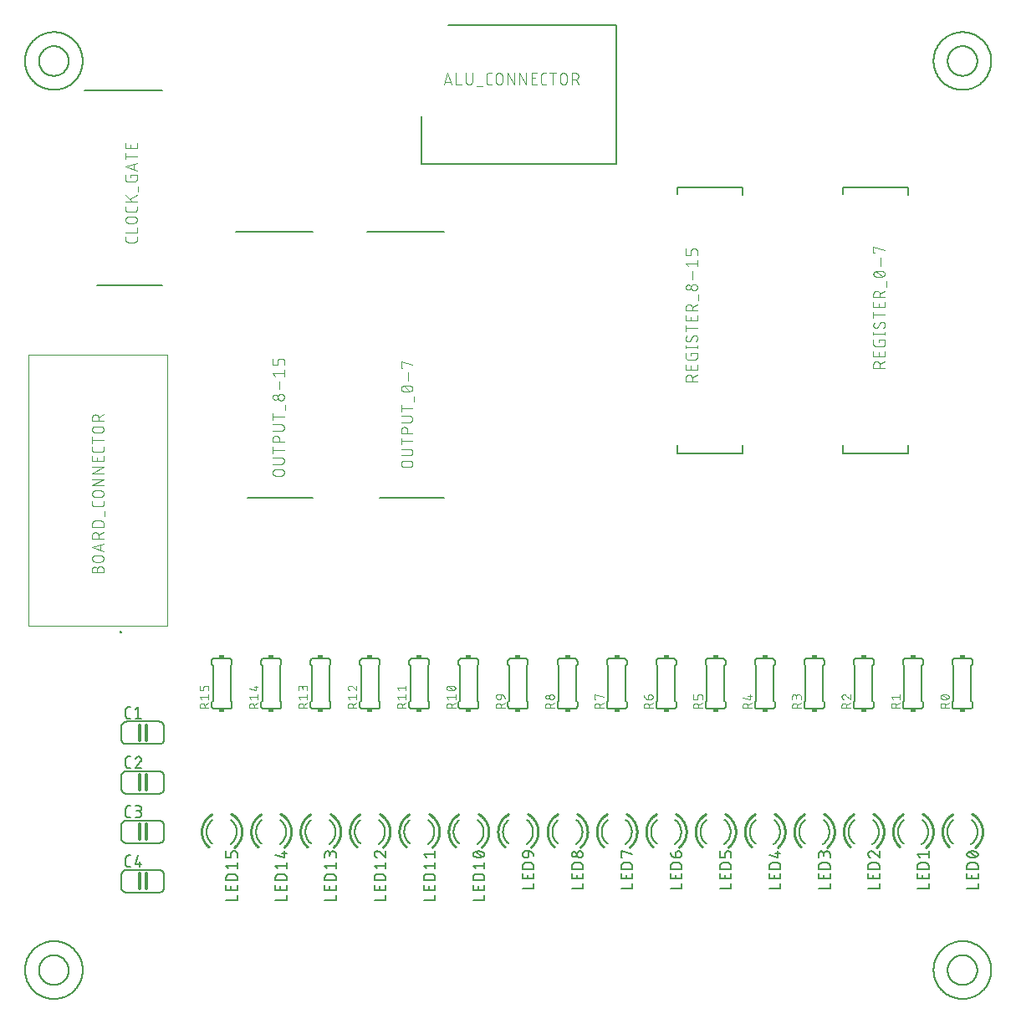
<source format=gbr>
G04 EAGLE Gerber RS-274X export*
G75*
%MOMM*%
%FSLAX34Y34*%
%LPD*%
%INSilkscreen Top*%
%IPPOS*%
%AMOC8*
5,1,8,0,0,1.08239X$1,22.5*%
G01*
%ADD10C,0.200000*%
%ADD11C,0.101600*%
%ADD12C,0.152400*%
%ADD13C,0.100000*%
%ADD14C,0.200000*%
%ADD15R,0.508000X0.381000*%
%ADD16C,0.254000*%
%ADD17C,0.127000*%
%ADD18C,0.304800*%
%ADD19C,0.203200*%


D10*
X224150Y787200D02*
X302500Y787200D01*
X302500Y518000D02*
X236500Y518000D01*
D11*
X264804Y540248D02*
X269996Y540248D01*
X264804Y540247D02*
X264691Y540249D01*
X264578Y540255D01*
X264465Y540265D01*
X264352Y540279D01*
X264240Y540296D01*
X264129Y540318D01*
X264019Y540343D01*
X263909Y540373D01*
X263801Y540406D01*
X263694Y540443D01*
X263588Y540483D01*
X263484Y540528D01*
X263381Y540576D01*
X263280Y540627D01*
X263181Y540682D01*
X263084Y540740D01*
X262989Y540802D01*
X262896Y540867D01*
X262806Y540935D01*
X262718Y541006D01*
X262632Y541081D01*
X262549Y541158D01*
X262469Y541238D01*
X262392Y541321D01*
X262317Y541407D01*
X262246Y541495D01*
X262178Y541585D01*
X262113Y541678D01*
X262051Y541773D01*
X261993Y541870D01*
X261938Y541969D01*
X261887Y542070D01*
X261839Y542173D01*
X261794Y542277D01*
X261754Y542383D01*
X261717Y542490D01*
X261684Y542598D01*
X261654Y542708D01*
X261629Y542818D01*
X261607Y542929D01*
X261590Y543041D01*
X261576Y543154D01*
X261566Y543267D01*
X261560Y543380D01*
X261558Y543493D01*
X261560Y543606D01*
X261566Y543719D01*
X261576Y543832D01*
X261590Y543945D01*
X261607Y544057D01*
X261629Y544168D01*
X261654Y544278D01*
X261684Y544388D01*
X261717Y544496D01*
X261754Y544603D01*
X261794Y544709D01*
X261839Y544813D01*
X261887Y544916D01*
X261938Y545017D01*
X261993Y545116D01*
X262051Y545213D01*
X262113Y545308D01*
X262178Y545401D01*
X262246Y545491D01*
X262317Y545579D01*
X262392Y545665D01*
X262469Y545748D01*
X262549Y545828D01*
X262632Y545905D01*
X262718Y545980D01*
X262806Y546051D01*
X262896Y546119D01*
X262989Y546184D01*
X263084Y546246D01*
X263181Y546304D01*
X263280Y546359D01*
X263381Y546410D01*
X263484Y546458D01*
X263588Y546503D01*
X263694Y546543D01*
X263801Y546580D01*
X263909Y546613D01*
X264019Y546643D01*
X264129Y546668D01*
X264240Y546690D01*
X264352Y546707D01*
X264465Y546721D01*
X264578Y546731D01*
X264691Y546737D01*
X264804Y546739D01*
X269996Y546739D01*
X270109Y546737D01*
X270222Y546731D01*
X270335Y546721D01*
X270448Y546707D01*
X270560Y546690D01*
X270671Y546668D01*
X270781Y546643D01*
X270891Y546613D01*
X270999Y546580D01*
X271106Y546543D01*
X271212Y546503D01*
X271316Y546458D01*
X271419Y546410D01*
X271520Y546359D01*
X271619Y546304D01*
X271716Y546246D01*
X271811Y546184D01*
X271904Y546119D01*
X271994Y546051D01*
X272082Y545980D01*
X272168Y545905D01*
X272251Y545828D01*
X272331Y545748D01*
X272408Y545665D01*
X272483Y545579D01*
X272554Y545491D01*
X272622Y545401D01*
X272687Y545308D01*
X272749Y545213D01*
X272807Y545116D01*
X272862Y545017D01*
X272913Y544916D01*
X272961Y544813D01*
X273006Y544709D01*
X273046Y544603D01*
X273083Y544496D01*
X273116Y544388D01*
X273146Y544278D01*
X273171Y544168D01*
X273193Y544057D01*
X273210Y543945D01*
X273224Y543832D01*
X273234Y543719D01*
X273240Y543606D01*
X273242Y543493D01*
X273240Y543380D01*
X273234Y543267D01*
X273224Y543154D01*
X273210Y543041D01*
X273193Y542929D01*
X273171Y542818D01*
X273146Y542708D01*
X273116Y542598D01*
X273083Y542490D01*
X273046Y542383D01*
X273006Y542277D01*
X272961Y542173D01*
X272913Y542070D01*
X272862Y541969D01*
X272807Y541870D01*
X272749Y541773D01*
X272687Y541678D01*
X272622Y541585D01*
X272554Y541495D01*
X272483Y541407D01*
X272408Y541321D01*
X272331Y541238D01*
X272251Y541158D01*
X272168Y541081D01*
X272082Y541006D01*
X271994Y540935D01*
X271904Y540867D01*
X271811Y540802D01*
X271716Y540740D01*
X271619Y540682D01*
X271520Y540627D01*
X271419Y540576D01*
X271316Y540528D01*
X271212Y540483D01*
X271106Y540443D01*
X270999Y540406D01*
X270891Y540373D01*
X270781Y540343D01*
X270671Y540318D01*
X270560Y540296D01*
X270448Y540279D01*
X270335Y540265D01*
X270222Y540255D01*
X270109Y540249D01*
X269996Y540247D01*
X269996Y552059D02*
X261558Y552059D01*
X269996Y552058D02*
X270109Y552060D01*
X270222Y552066D01*
X270335Y552076D01*
X270448Y552090D01*
X270560Y552107D01*
X270671Y552129D01*
X270781Y552154D01*
X270891Y552184D01*
X270999Y552217D01*
X271106Y552254D01*
X271212Y552294D01*
X271316Y552339D01*
X271419Y552387D01*
X271520Y552438D01*
X271619Y552493D01*
X271716Y552551D01*
X271811Y552613D01*
X271904Y552678D01*
X271994Y552746D01*
X272082Y552817D01*
X272168Y552892D01*
X272251Y552969D01*
X272331Y553049D01*
X272408Y553132D01*
X272483Y553218D01*
X272554Y553306D01*
X272622Y553396D01*
X272687Y553489D01*
X272749Y553584D01*
X272807Y553681D01*
X272862Y553780D01*
X272913Y553881D01*
X272961Y553984D01*
X273006Y554088D01*
X273046Y554194D01*
X273083Y554301D01*
X273116Y554409D01*
X273146Y554519D01*
X273171Y554629D01*
X273193Y554740D01*
X273210Y554852D01*
X273224Y554965D01*
X273234Y555078D01*
X273240Y555191D01*
X273242Y555304D01*
X273240Y555417D01*
X273234Y555530D01*
X273224Y555643D01*
X273210Y555756D01*
X273193Y555868D01*
X273171Y555979D01*
X273146Y556089D01*
X273116Y556199D01*
X273083Y556307D01*
X273046Y556414D01*
X273006Y556520D01*
X272961Y556624D01*
X272913Y556727D01*
X272862Y556828D01*
X272807Y556927D01*
X272749Y557024D01*
X272687Y557119D01*
X272622Y557212D01*
X272554Y557302D01*
X272483Y557390D01*
X272408Y557476D01*
X272331Y557559D01*
X272251Y557639D01*
X272168Y557716D01*
X272082Y557791D01*
X271994Y557862D01*
X271904Y557930D01*
X271811Y557995D01*
X271716Y558057D01*
X271619Y558115D01*
X271520Y558170D01*
X271419Y558221D01*
X271316Y558269D01*
X271212Y558314D01*
X271106Y558354D01*
X270999Y558391D01*
X270891Y558424D01*
X270781Y558454D01*
X270671Y558479D01*
X270560Y558501D01*
X270448Y558518D01*
X270335Y558532D01*
X270222Y558542D01*
X270109Y558548D01*
X269996Y558550D01*
X261558Y558550D01*
X261558Y566353D02*
X273242Y566353D01*
X261558Y563108D02*
X261558Y569599D01*
X261558Y574326D02*
X273242Y574326D01*
X261558Y574326D02*
X261558Y577571D01*
X261560Y577684D01*
X261566Y577797D01*
X261576Y577910D01*
X261590Y578023D01*
X261607Y578135D01*
X261629Y578246D01*
X261654Y578356D01*
X261684Y578466D01*
X261717Y578574D01*
X261754Y578681D01*
X261794Y578787D01*
X261839Y578891D01*
X261887Y578994D01*
X261938Y579095D01*
X261993Y579194D01*
X262051Y579291D01*
X262113Y579386D01*
X262178Y579479D01*
X262246Y579569D01*
X262317Y579657D01*
X262392Y579743D01*
X262469Y579826D01*
X262549Y579906D01*
X262632Y579983D01*
X262718Y580058D01*
X262806Y580129D01*
X262896Y580197D01*
X262989Y580262D01*
X263084Y580324D01*
X263181Y580382D01*
X263280Y580437D01*
X263381Y580488D01*
X263484Y580536D01*
X263588Y580581D01*
X263694Y580621D01*
X263801Y580658D01*
X263909Y580691D01*
X264019Y580721D01*
X264129Y580746D01*
X264240Y580768D01*
X264352Y580785D01*
X264465Y580799D01*
X264578Y580809D01*
X264691Y580815D01*
X264804Y580817D01*
X264917Y580815D01*
X265030Y580809D01*
X265143Y580799D01*
X265256Y580785D01*
X265368Y580768D01*
X265479Y580746D01*
X265589Y580721D01*
X265699Y580691D01*
X265807Y580658D01*
X265914Y580621D01*
X266020Y580581D01*
X266124Y580536D01*
X266227Y580488D01*
X266328Y580437D01*
X266427Y580382D01*
X266524Y580324D01*
X266619Y580262D01*
X266712Y580197D01*
X266802Y580129D01*
X266890Y580058D01*
X266976Y579983D01*
X267059Y579906D01*
X267139Y579826D01*
X267216Y579743D01*
X267291Y579657D01*
X267362Y579569D01*
X267430Y579479D01*
X267495Y579386D01*
X267557Y579291D01*
X267615Y579194D01*
X267670Y579095D01*
X267721Y578994D01*
X267769Y578891D01*
X267814Y578787D01*
X267854Y578681D01*
X267891Y578574D01*
X267924Y578466D01*
X267954Y578356D01*
X267979Y578246D01*
X268001Y578135D01*
X268018Y578023D01*
X268032Y577910D01*
X268042Y577797D01*
X268048Y577684D01*
X268050Y577571D01*
X268049Y577571D02*
X268049Y574326D01*
X269996Y585586D02*
X261558Y585586D01*
X269996Y585586D02*
X270109Y585588D01*
X270222Y585594D01*
X270335Y585604D01*
X270448Y585618D01*
X270560Y585635D01*
X270671Y585657D01*
X270781Y585682D01*
X270891Y585712D01*
X270999Y585745D01*
X271106Y585782D01*
X271212Y585822D01*
X271316Y585867D01*
X271419Y585915D01*
X271520Y585966D01*
X271619Y586021D01*
X271716Y586079D01*
X271811Y586141D01*
X271904Y586206D01*
X271994Y586274D01*
X272082Y586345D01*
X272168Y586420D01*
X272251Y586497D01*
X272331Y586577D01*
X272408Y586660D01*
X272483Y586746D01*
X272554Y586834D01*
X272622Y586924D01*
X272687Y587017D01*
X272749Y587112D01*
X272807Y587209D01*
X272862Y587308D01*
X272913Y587409D01*
X272961Y587512D01*
X273006Y587616D01*
X273046Y587722D01*
X273083Y587829D01*
X273116Y587937D01*
X273146Y588047D01*
X273171Y588157D01*
X273193Y588268D01*
X273210Y588380D01*
X273224Y588493D01*
X273234Y588606D01*
X273240Y588719D01*
X273242Y588832D01*
X273240Y588945D01*
X273234Y589058D01*
X273224Y589171D01*
X273210Y589284D01*
X273193Y589396D01*
X273171Y589507D01*
X273146Y589617D01*
X273116Y589727D01*
X273083Y589835D01*
X273046Y589942D01*
X273006Y590048D01*
X272961Y590152D01*
X272913Y590255D01*
X272862Y590356D01*
X272807Y590455D01*
X272749Y590552D01*
X272687Y590647D01*
X272622Y590740D01*
X272554Y590830D01*
X272483Y590918D01*
X272408Y591004D01*
X272331Y591087D01*
X272251Y591167D01*
X272168Y591244D01*
X272082Y591319D01*
X271994Y591390D01*
X271904Y591458D01*
X271811Y591523D01*
X271716Y591585D01*
X271619Y591643D01*
X271520Y591698D01*
X271419Y591749D01*
X271316Y591797D01*
X271212Y591842D01*
X271106Y591882D01*
X270999Y591919D01*
X270891Y591952D01*
X270781Y591982D01*
X270671Y592007D01*
X270560Y592029D01*
X270448Y592046D01*
X270335Y592060D01*
X270222Y592070D01*
X270109Y592076D01*
X269996Y592078D01*
X261558Y592078D01*
X261558Y599881D02*
X273242Y599881D01*
X261558Y596635D02*
X261558Y603127D01*
X274540Y606810D02*
X274540Y612002D01*
X269996Y616447D02*
X269883Y616449D01*
X269770Y616455D01*
X269657Y616465D01*
X269544Y616479D01*
X269432Y616496D01*
X269321Y616518D01*
X269211Y616543D01*
X269101Y616573D01*
X268993Y616606D01*
X268886Y616643D01*
X268780Y616683D01*
X268676Y616728D01*
X268573Y616776D01*
X268472Y616827D01*
X268373Y616882D01*
X268276Y616940D01*
X268181Y617002D01*
X268088Y617067D01*
X267998Y617135D01*
X267910Y617206D01*
X267824Y617281D01*
X267741Y617358D01*
X267661Y617438D01*
X267584Y617521D01*
X267509Y617607D01*
X267438Y617695D01*
X267370Y617785D01*
X267305Y617878D01*
X267243Y617973D01*
X267185Y618070D01*
X267130Y618169D01*
X267079Y618270D01*
X267031Y618373D01*
X266986Y618477D01*
X266946Y618583D01*
X266909Y618690D01*
X266876Y618798D01*
X266846Y618908D01*
X266821Y619018D01*
X266799Y619129D01*
X266782Y619241D01*
X266768Y619354D01*
X266758Y619467D01*
X266752Y619580D01*
X266750Y619693D01*
X266752Y619806D01*
X266758Y619919D01*
X266768Y620032D01*
X266782Y620145D01*
X266799Y620257D01*
X266821Y620368D01*
X266846Y620478D01*
X266876Y620588D01*
X266909Y620696D01*
X266946Y620803D01*
X266986Y620909D01*
X267031Y621013D01*
X267079Y621116D01*
X267130Y621217D01*
X267185Y621316D01*
X267243Y621413D01*
X267305Y621508D01*
X267370Y621601D01*
X267438Y621691D01*
X267509Y621779D01*
X267584Y621865D01*
X267661Y621948D01*
X267741Y622028D01*
X267824Y622105D01*
X267910Y622180D01*
X267998Y622251D01*
X268088Y622319D01*
X268181Y622384D01*
X268276Y622446D01*
X268373Y622504D01*
X268472Y622559D01*
X268573Y622610D01*
X268676Y622658D01*
X268780Y622703D01*
X268886Y622743D01*
X268993Y622780D01*
X269101Y622813D01*
X269211Y622843D01*
X269321Y622868D01*
X269432Y622890D01*
X269544Y622907D01*
X269657Y622921D01*
X269770Y622931D01*
X269883Y622937D01*
X269996Y622939D01*
X270109Y622937D01*
X270222Y622931D01*
X270335Y622921D01*
X270448Y622907D01*
X270560Y622890D01*
X270671Y622868D01*
X270781Y622843D01*
X270891Y622813D01*
X270999Y622780D01*
X271106Y622743D01*
X271212Y622703D01*
X271316Y622658D01*
X271419Y622610D01*
X271520Y622559D01*
X271619Y622504D01*
X271716Y622446D01*
X271811Y622384D01*
X271904Y622319D01*
X271994Y622251D01*
X272082Y622180D01*
X272168Y622105D01*
X272251Y622028D01*
X272331Y621948D01*
X272408Y621865D01*
X272483Y621779D01*
X272554Y621691D01*
X272622Y621601D01*
X272687Y621508D01*
X272749Y621413D01*
X272807Y621316D01*
X272862Y621217D01*
X272913Y621116D01*
X272961Y621013D01*
X273006Y620909D01*
X273046Y620803D01*
X273083Y620696D01*
X273116Y620588D01*
X273146Y620478D01*
X273171Y620368D01*
X273193Y620257D01*
X273210Y620145D01*
X273224Y620032D01*
X273234Y619919D01*
X273240Y619806D01*
X273242Y619693D01*
X273240Y619580D01*
X273234Y619467D01*
X273224Y619354D01*
X273210Y619241D01*
X273193Y619129D01*
X273171Y619018D01*
X273146Y618908D01*
X273116Y618798D01*
X273083Y618690D01*
X273046Y618583D01*
X273006Y618477D01*
X272961Y618373D01*
X272913Y618270D01*
X272862Y618169D01*
X272807Y618070D01*
X272749Y617973D01*
X272687Y617878D01*
X272622Y617785D01*
X272554Y617695D01*
X272483Y617607D01*
X272408Y617521D01*
X272331Y617438D01*
X272251Y617358D01*
X272168Y617281D01*
X272082Y617206D01*
X271994Y617135D01*
X271904Y617067D01*
X271811Y617002D01*
X271716Y616940D01*
X271619Y616882D01*
X271520Y616827D01*
X271419Y616776D01*
X271316Y616728D01*
X271212Y616683D01*
X271106Y616643D01*
X270999Y616606D01*
X270891Y616573D01*
X270781Y616543D01*
X270671Y616518D01*
X270560Y616496D01*
X270448Y616479D01*
X270335Y616465D01*
X270222Y616455D01*
X270109Y616449D01*
X269996Y616447D01*
X264154Y617097D02*
X264053Y617099D01*
X263953Y617105D01*
X263853Y617115D01*
X263753Y617128D01*
X263654Y617146D01*
X263555Y617167D01*
X263458Y617192D01*
X263361Y617221D01*
X263266Y617254D01*
X263172Y617290D01*
X263080Y617330D01*
X262989Y617373D01*
X262900Y617420D01*
X262813Y617470D01*
X262727Y617524D01*
X262644Y617581D01*
X262564Y617641D01*
X262485Y617704D01*
X262409Y617771D01*
X262336Y617840D01*
X262266Y617912D01*
X262198Y617986D01*
X262133Y618063D01*
X262072Y618143D01*
X262013Y618225D01*
X261958Y618309D01*
X261906Y618395D01*
X261857Y618483D01*
X261812Y618573D01*
X261770Y618665D01*
X261732Y618758D01*
X261698Y618853D01*
X261667Y618948D01*
X261640Y619045D01*
X261617Y619143D01*
X261597Y619242D01*
X261582Y619342D01*
X261570Y619442D01*
X261562Y619542D01*
X261558Y619643D01*
X261558Y619743D01*
X261562Y619844D01*
X261570Y619944D01*
X261582Y620044D01*
X261597Y620144D01*
X261617Y620243D01*
X261640Y620341D01*
X261667Y620438D01*
X261698Y620533D01*
X261732Y620628D01*
X261770Y620721D01*
X261812Y620813D01*
X261857Y620903D01*
X261906Y620991D01*
X261958Y621077D01*
X262013Y621161D01*
X262072Y621243D01*
X262133Y621323D01*
X262198Y621400D01*
X262266Y621474D01*
X262336Y621546D01*
X262409Y621615D01*
X262485Y621682D01*
X262564Y621745D01*
X262644Y621805D01*
X262727Y621862D01*
X262813Y621916D01*
X262900Y621966D01*
X262989Y622013D01*
X263080Y622056D01*
X263172Y622096D01*
X263266Y622132D01*
X263361Y622165D01*
X263458Y622194D01*
X263555Y622219D01*
X263654Y622240D01*
X263753Y622258D01*
X263853Y622271D01*
X263953Y622281D01*
X264053Y622287D01*
X264154Y622289D01*
X264255Y622287D01*
X264355Y622281D01*
X264455Y622271D01*
X264555Y622258D01*
X264654Y622240D01*
X264753Y622219D01*
X264850Y622194D01*
X264947Y622165D01*
X265042Y622132D01*
X265136Y622096D01*
X265228Y622056D01*
X265319Y622013D01*
X265408Y621966D01*
X265495Y621916D01*
X265581Y621862D01*
X265664Y621805D01*
X265744Y621745D01*
X265823Y621682D01*
X265899Y621615D01*
X265972Y621546D01*
X266042Y621474D01*
X266110Y621400D01*
X266175Y621323D01*
X266236Y621243D01*
X266295Y621161D01*
X266350Y621077D01*
X266402Y620991D01*
X266451Y620903D01*
X266496Y620813D01*
X266538Y620721D01*
X266576Y620628D01*
X266610Y620533D01*
X266641Y620438D01*
X266668Y620341D01*
X266691Y620243D01*
X266711Y620144D01*
X266726Y620044D01*
X266738Y619944D01*
X266746Y619844D01*
X266750Y619743D01*
X266750Y619643D01*
X266746Y619542D01*
X266738Y619442D01*
X266726Y619342D01*
X266711Y619242D01*
X266691Y619143D01*
X266668Y619045D01*
X266641Y618948D01*
X266610Y618853D01*
X266576Y618758D01*
X266538Y618665D01*
X266496Y618573D01*
X266451Y618483D01*
X266402Y618395D01*
X266350Y618309D01*
X266295Y618225D01*
X266236Y618143D01*
X266175Y618063D01*
X266110Y617986D01*
X266042Y617912D01*
X265972Y617840D01*
X265899Y617771D01*
X265823Y617704D01*
X265744Y617641D01*
X265664Y617581D01*
X265581Y617524D01*
X265495Y617470D01*
X265408Y617420D01*
X265319Y617373D01*
X265228Y617330D01*
X265136Y617290D01*
X265042Y617254D01*
X264947Y617221D01*
X264850Y617192D01*
X264753Y617167D01*
X264654Y617146D01*
X264555Y617128D01*
X264455Y617115D01*
X264355Y617105D01*
X264255Y617099D01*
X264154Y617097D01*
X268698Y627990D02*
X268698Y635780D01*
X264154Y640831D02*
X261558Y644077D01*
X273242Y644077D01*
X273242Y647322D02*
X273242Y640831D01*
X273242Y652261D02*
X273242Y656156D01*
X273240Y656255D01*
X273234Y656355D01*
X273225Y656454D01*
X273212Y656552D01*
X273195Y656650D01*
X273174Y656748D01*
X273149Y656844D01*
X273121Y656939D01*
X273089Y657033D01*
X273054Y657126D01*
X273015Y657218D01*
X272972Y657308D01*
X272927Y657396D01*
X272877Y657483D01*
X272825Y657567D01*
X272769Y657650D01*
X272711Y657730D01*
X272649Y657808D01*
X272584Y657883D01*
X272516Y657956D01*
X272446Y658026D01*
X272373Y658094D01*
X272298Y658159D01*
X272220Y658221D01*
X272140Y658279D01*
X272057Y658335D01*
X271973Y658387D01*
X271886Y658437D01*
X271798Y658482D01*
X271708Y658525D01*
X271616Y658564D01*
X271523Y658599D01*
X271429Y658631D01*
X271334Y658659D01*
X271238Y658684D01*
X271140Y658705D01*
X271042Y658722D01*
X270944Y658735D01*
X270845Y658744D01*
X270745Y658750D01*
X270646Y658752D01*
X269347Y658752D01*
X269248Y658750D01*
X269148Y658744D01*
X269049Y658735D01*
X268951Y658722D01*
X268853Y658705D01*
X268755Y658684D01*
X268659Y658659D01*
X268564Y658631D01*
X268470Y658599D01*
X268377Y658564D01*
X268285Y658525D01*
X268195Y658482D01*
X268107Y658437D01*
X268020Y658387D01*
X267936Y658335D01*
X267853Y658279D01*
X267773Y658221D01*
X267695Y658159D01*
X267620Y658094D01*
X267547Y658026D01*
X267477Y657956D01*
X267409Y657883D01*
X267344Y657808D01*
X267282Y657730D01*
X267224Y657650D01*
X267168Y657567D01*
X267116Y657483D01*
X267066Y657396D01*
X267021Y657308D01*
X266978Y657218D01*
X266939Y657126D01*
X266904Y657033D01*
X266872Y656939D01*
X266844Y656844D01*
X266819Y656748D01*
X266798Y656650D01*
X266781Y656552D01*
X266768Y656454D01*
X266759Y656355D01*
X266753Y656255D01*
X266751Y656156D01*
X266751Y652261D01*
X261558Y652261D01*
X261558Y658752D01*
D10*
X357150Y787200D02*
X435500Y787200D01*
X435500Y518000D02*
X369500Y518000D01*
D11*
X394804Y548963D02*
X399996Y548963D01*
X394804Y548962D02*
X394691Y548964D01*
X394578Y548970D01*
X394465Y548980D01*
X394352Y548994D01*
X394240Y549011D01*
X394129Y549033D01*
X394019Y549058D01*
X393909Y549088D01*
X393801Y549121D01*
X393694Y549158D01*
X393588Y549198D01*
X393484Y549243D01*
X393381Y549291D01*
X393280Y549342D01*
X393181Y549397D01*
X393084Y549455D01*
X392989Y549517D01*
X392896Y549582D01*
X392806Y549650D01*
X392718Y549721D01*
X392632Y549796D01*
X392549Y549873D01*
X392469Y549953D01*
X392392Y550036D01*
X392317Y550122D01*
X392246Y550210D01*
X392178Y550300D01*
X392113Y550393D01*
X392051Y550488D01*
X391993Y550585D01*
X391938Y550684D01*
X391887Y550785D01*
X391839Y550888D01*
X391794Y550992D01*
X391754Y551098D01*
X391717Y551205D01*
X391684Y551313D01*
X391654Y551423D01*
X391629Y551533D01*
X391607Y551644D01*
X391590Y551756D01*
X391576Y551869D01*
X391566Y551982D01*
X391560Y552095D01*
X391558Y552208D01*
X391560Y552321D01*
X391566Y552434D01*
X391576Y552547D01*
X391590Y552660D01*
X391607Y552772D01*
X391629Y552883D01*
X391654Y552993D01*
X391684Y553103D01*
X391717Y553211D01*
X391754Y553318D01*
X391794Y553424D01*
X391839Y553528D01*
X391887Y553631D01*
X391938Y553732D01*
X391993Y553831D01*
X392051Y553928D01*
X392113Y554023D01*
X392178Y554116D01*
X392246Y554206D01*
X392317Y554294D01*
X392392Y554380D01*
X392469Y554463D01*
X392549Y554543D01*
X392632Y554620D01*
X392718Y554695D01*
X392806Y554766D01*
X392896Y554834D01*
X392989Y554899D01*
X393084Y554961D01*
X393181Y555019D01*
X393280Y555074D01*
X393381Y555125D01*
X393484Y555173D01*
X393588Y555218D01*
X393694Y555258D01*
X393801Y555295D01*
X393909Y555328D01*
X394019Y555358D01*
X394129Y555383D01*
X394240Y555405D01*
X394352Y555422D01*
X394465Y555436D01*
X394578Y555446D01*
X394691Y555452D01*
X394804Y555454D01*
X399996Y555454D01*
X400109Y555452D01*
X400222Y555446D01*
X400335Y555436D01*
X400448Y555422D01*
X400560Y555405D01*
X400671Y555383D01*
X400781Y555358D01*
X400891Y555328D01*
X400999Y555295D01*
X401106Y555258D01*
X401212Y555218D01*
X401316Y555173D01*
X401419Y555125D01*
X401520Y555074D01*
X401619Y555019D01*
X401716Y554961D01*
X401811Y554899D01*
X401904Y554834D01*
X401994Y554766D01*
X402082Y554695D01*
X402168Y554620D01*
X402251Y554543D01*
X402331Y554463D01*
X402408Y554380D01*
X402483Y554294D01*
X402554Y554206D01*
X402622Y554116D01*
X402687Y554023D01*
X402749Y553928D01*
X402807Y553831D01*
X402862Y553732D01*
X402913Y553631D01*
X402961Y553528D01*
X403006Y553424D01*
X403046Y553318D01*
X403083Y553211D01*
X403116Y553103D01*
X403146Y552993D01*
X403171Y552883D01*
X403193Y552772D01*
X403210Y552660D01*
X403224Y552547D01*
X403234Y552434D01*
X403240Y552321D01*
X403242Y552208D01*
X403240Y552095D01*
X403234Y551982D01*
X403224Y551869D01*
X403210Y551756D01*
X403193Y551644D01*
X403171Y551533D01*
X403146Y551423D01*
X403116Y551313D01*
X403083Y551205D01*
X403046Y551098D01*
X403006Y550992D01*
X402961Y550888D01*
X402913Y550785D01*
X402862Y550684D01*
X402807Y550585D01*
X402749Y550488D01*
X402687Y550393D01*
X402622Y550300D01*
X402554Y550210D01*
X402483Y550122D01*
X402408Y550036D01*
X402331Y549953D01*
X402251Y549873D01*
X402168Y549796D01*
X402082Y549721D01*
X401994Y549650D01*
X401904Y549582D01*
X401811Y549517D01*
X401716Y549455D01*
X401619Y549397D01*
X401520Y549342D01*
X401419Y549291D01*
X401316Y549243D01*
X401212Y549198D01*
X401106Y549158D01*
X400999Y549121D01*
X400891Y549088D01*
X400781Y549058D01*
X400671Y549033D01*
X400560Y549011D01*
X400448Y548994D01*
X400335Y548980D01*
X400222Y548970D01*
X400109Y548964D01*
X399996Y548962D01*
X399996Y560774D02*
X391558Y560774D01*
X399996Y560773D02*
X400109Y560775D01*
X400222Y560781D01*
X400335Y560791D01*
X400448Y560805D01*
X400560Y560822D01*
X400671Y560844D01*
X400781Y560869D01*
X400891Y560899D01*
X400999Y560932D01*
X401106Y560969D01*
X401212Y561009D01*
X401316Y561054D01*
X401419Y561102D01*
X401520Y561153D01*
X401619Y561208D01*
X401716Y561266D01*
X401811Y561328D01*
X401904Y561393D01*
X401994Y561461D01*
X402082Y561532D01*
X402168Y561607D01*
X402251Y561684D01*
X402331Y561764D01*
X402408Y561847D01*
X402483Y561933D01*
X402554Y562021D01*
X402622Y562111D01*
X402687Y562204D01*
X402749Y562299D01*
X402807Y562396D01*
X402862Y562495D01*
X402913Y562596D01*
X402961Y562699D01*
X403006Y562803D01*
X403046Y562909D01*
X403083Y563016D01*
X403116Y563124D01*
X403146Y563234D01*
X403171Y563344D01*
X403193Y563455D01*
X403210Y563567D01*
X403224Y563680D01*
X403234Y563793D01*
X403240Y563906D01*
X403242Y564019D01*
X403240Y564132D01*
X403234Y564245D01*
X403224Y564358D01*
X403210Y564471D01*
X403193Y564583D01*
X403171Y564694D01*
X403146Y564804D01*
X403116Y564914D01*
X403083Y565022D01*
X403046Y565129D01*
X403006Y565235D01*
X402961Y565339D01*
X402913Y565442D01*
X402862Y565543D01*
X402807Y565642D01*
X402749Y565739D01*
X402687Y565834D01*
X402622Y565927D01*
X402554Y566017D01*
X402483Y566105D01*
X402408Y566191D01*
X402331Y566274D01*
X402251Y566354D01*
X402168Y566431D01*
X402082Y566506D01*
X401994Y566577D01*
X401904Y566645D01*
X401811Y566710D01*
X401716Y566772D01*
X401619Y566830D01*
X401520Y566885D01*
X401419Y566936D01*
X401316Y566984D01*
X401212Y567029D01*
X401106Y567069D01*
X400999Y567106D01*
X400891Y567139D01*
X400781Y567169D01*
X400671Y567194D01*
X400560Y567216D01*
X400448Y567233D01*
X400335Y567247D01*
X400222Y567257D01*
X400109Y567263D01*
X399996Y567265D01*
X391558Y567265D01*
X391558Y575068D02*
X403242Y575068D01*
X391558Y571823D02*
X391558Y578314D01*
X391558Y583041D02*
X403242Y583041D01*
X391558Y583041D02*
X391558Y586286D01*
X391560Y586399D01*
X391566Y586512D01*
X391576Y586625D01*
X391590Y586738D01*
X391607Y586850D01*
X391629Y586961D01*
X391654Y587071D01*
X391684Y587181D01*
X391717Y587289D01*
X391754Y587396D01*
X391794Y587502D01*
X391839Y587606D01*
X391887Y587709D01*
X391938Y587810D01*
X391993Y587909D01*
X392051Y588006D01*
X392113Y588101D01*
X392178Y588194D01*
X392246Y588284D01*
X392317Y588372D01*
X392392Y588458D01*
X392469Y588541D01*
X392549Y588621D01*
X392632Y588698D01*
X392718Y588773D01*
X392806Y588844D01*
X392896Y588912D01*
X392989Y588977D01*
X393084Y589039D01*
X393181Y589097D01*
X393280Y589152D01*
X393381Y589203D01*
X393484Y589251D01*
X393588Y589296D01*
X393694Y589336D01*
X393801Y589373D01*
X393909Y589406D01*
X394019Y589436D01*
X394129Y589461D01*
X394240Y589483D01*
X394352Y589500D01*
X394465Y589514D01*
X394578Y589524D01*
X394691Y589530D01*
X394804Y589532D01*
X394917Y589530D01*
X395030Y589524D01*
X395143Y589514D01*
X395256Y589500D01*
X395368Y589483D01*
X395479Y589461D01*
X395589Y589436D01*
X395699Y589406D01*
X395807Y589373D01*
X395914Y589336D01*
X396020Y589296D01*
X396124Y589251D01*
X396227Y589203D01*
X396328Y589152D01*
X396427Y589097D01*
X396524Y589039D01*
X396619Y588977D01*
X396712Y588912D01*
X396802Y588844D01*
X396890Y588773D01*
X396976Y588698D01*
X397059Y588621D01*
X397139Y588541D01*
X397216Y588458D01*
X397291Y588372D01*
X397362Y588284D01*
X397430Y588194D01*
X397495Y588101D01*
X397557Y588006D01*
X397615Y587909D01*
X397670Y587810D01*
X397721Y587709D01*
X397769Y587606D01*
X397814Y587502D01*
X397854Y587396D01*
X397891Y587289D01*
X397924Y587181D01*
X397954Y587071D01*
X397979Y586961D01*
X398001Y586850D01*
X398018Y586738D01*
X398032Y586625D01*
X398042Y586512D01*
X398048Y586399D01*
X398050Y586286D01*
X398049Y586286D02*
X398049Y583041D01*
X399996Y594301D02*
X391558Y594301D01*
X399996Y594301D02*
X400109Y594303D01*
X400222Y594309D01*
X400335Y594319D01*
X400448Y594333D01*
X400560Y594350D01*
X400671Y594372D01*
X400781Y594397D01*
X400891Y594427D01*
X400999Y594460D01*
X401106Y594497D01*
X401212Y594537D01*
X401316Y594582D01*
X401419Y594630D01*
X401520Y594681D01*
X401619Y594736D01*
X401716Y594794D01*
X401811Y594856D01*
X401904Y594921D01*
X401994Y594989D01*
X402082Y595060D01*
X402168Y595135D01*
X402251Y595212D01*
X402331Y595292D01*
X402408Y595375D01*
X402483Y595461D01*
X402554Y595549D01*
X402622Y595639D01*
X402687Y595732D01*
X402749Y595827D01*
X402807Y595924D01*
X402862Y596023D01*
X402913Y596124D01*
X402961Y596227D01*
X403006Y596331D01*
X403046Y596437D01*
X403083Y596544D01*
X403116Y596652D01*
X403146Y596762D01*
X403171Y596872D01*
X403193Y596983D01*
X403210Y597095D01*
X403224Y597208D01*
X403234Y597321D01*
X403240Y597434D01*
X403242Y597547D01*
X403240Y597660D01*
X403234Y597773D01*
X403224Y597886D01*
X403210Y597999D01*
X403193Y598111D01*
X403171Y598222D01*
X403146Y598332D01*
X403116Y598442D01*
X403083Y598550D01*
X403046Y598657D01*
X403006Y598763D01*
X402961Y598867D01*
X402913Y598970D01*
X402862Y599071D01*
X402807Y599170D01*
X402749Y599267D01*
X402687Y599362D01*
X402622Y599455D01*
X402554Y599545D01*
X402483Y599633D01*
X402408Y599719D01*
X402331Y599802D01*
X402251Y599882D01*
X402168Y599959D01*
X402082Y600034D01*
X401994Y600105D01*
X401904Y600173D01*
X401811Y600238D01*
X401716Y600300D01*
X401619Y600358D01*
X401520Y600413D01*
X401419Y600464D01*
X401316Y600512D01*
X401212Y600557D01*
X401106Y600597D01*
X400999Y600634D01*
X400891Y600667D01*
X400781Y600697D01*
X400671Y600722D01*
X400560Y600744D01*
X400448Y600761D01*
X400335Y600775D01*
X400222Y600785D01*
X400109Y600791D01*
X399996Y600793D01*
X391558Y600793D01*
X391558Y608596D02*
X403242Y608596D01*
X391558Y605350D02*
X391558Y611842D01*
X404540Y615525D02*
X404540Y620717D01*
X397400Y625162D02*
X397170Y625165D01*
X396940Y625173D01*
X396711Y625187D01*
X396482Y625206D01*
X396253Y625231D01*
X396025Y625261D01*
X395798Y625296D01*
X395572Y625337D01*
X395347Y625383D01*
X395123Y625435D01*
X394900Y625492D01*
X394679Y625554D01*
X394459Y625622D01*
X394241Y625695D01*
X394025Y625773D01*
X393811Y625856D01*
X393599Y625944D01*
X393388Y626037D01*
X393181Y626136D01*
X393091Y626169D01*
X393002Y626205D01*
X392914Y626245D01*
X392829Y626289D01*
X392745Y626336D01*
X392663Y626386D01*
X392583Y626440D01*
X392506Y626496D01*
X392430Y626556D01*
X392357Y626619D01*
X392287Y626684D01*
X392219Y626753D01*
X392155Y626824D01*
X392093Y626897D01*
X392034Y626973D01*
X391978Y627051D01*
X391925Y627132D01*
X391876Y627214D01*
X391830Y627298D01*
X391787Y627385D01*
X391748Y627472D01*
X391712Y627562D01*
X391680Y627652D01*
X391652Y627744D01*
X391627Y627837D01*
X391606Y627931D01*
X391589Y628025D01*
X391575Y628120D01*
X391566Y628216D01*
X391560Y628312D01*
X391558Y628408D01*
X391560Y628504D01*
X391566Y628600D01*
X391575Y628696D01*
X391589Y628791D01*
X391606Y628885D01*
X391627Y628979D01*
X391652Y629072D01*
X391680Y629164D01*
X391712Y629254D01*
X391748Y629344D01*
X391787Y629432D01*
X391830Y629518D01*
X391876Y629602D01*
X391925Y629684D01*
X391978Y629765D01*
X392034Y629843D01*
X392093Y629919D01*
X392155Y629992D01*
X392219Y630063D01*
X392287Y630132D01*
X392357Y630197D01*
X392430Y630260D01*
X392506Y630320D01*
X392583Y630376D01*
X392663Y630430D01*
X392745Y630480D01*
X392829Y630527D01*
X392914Y630571D01*
X393002Y630611D01*
X393091Y630647D01*
X393181Y630680D01*
X393388Y630779D01*
X393599Y630872D01*
X393811Y630960D01*
X394025Y631043D01*
X394241Y631121D01*
X394459Y631194D01*
X394679Y631262D01*
X394900Y631324D01*
X395123Y631381D01*
X395347Y631433D01*
X395572Y631479D01*
X395798Y631520D01*
X396025Y631555D01*
X396253Y631585D01*
X396482Y631610D01*
X396711Y631629D01*
X396940Y631643D01*
X397170Y631651D01*
X397400Y631654D01*
X397400Y625162D02*
X397630Y625165D01*
X397860Y625173D01*
X398089Y625187D01*
X398318Y625206D01*
X398547Y625231D01*
X398775Y625261D01*
X399002Y625296D01*
X399228Y625337D01*
X399453Y625383D01*
X399677Y625435D01*
X399900Y625492D01*
X400121Y625554D01*
X400341Y625622D01*
X400559Y625695D01*
X400775Y625773D01*
X400989Y625856D01*
X401201Y625944D01*
X401412Y626037D01*
X401619Y626136D01*
X401709Y626169D01*
X401798Y626205D01*
X401886Y626246D01*
X401971Y626289D01*
X402055Y626336D01*
X402137Y626386D01*
X402217Y626440D01*
X402294Y626496D01*
X402370Y626556D01*
X402443Y626619D01*
X402513Y626684D01*
X402581Y626753D01*
X402645Y626824D01*
X402707Y626897D01*
X402766Y626973D01*
X402822Y627051D01*
X402875Y627132D01*
X402924Y627214D01*
X402970Y627298D01*
X403013Y627385D01*
X403052Y627472D01*
X403088Y627562D01*
X403120Y627652D01*
X403148Y627744D01*
X403173Y627837D01*
X403194Y627931D01*
X403211Y628025D01*
X403225Y628120D01*
X403234Y628216D01*
X403240Y628312D01*
X403242Y628408D01*
X401619Y630680D02*
X401412Y630779D01*
X401201Y630872D01*
X400989Y630960D01*
X400775Y631043D01*
X400559Y631121D01*
X400341Y631194D01*
X400121Y631262D01*
X399900Y631324D01*
X399677Y631381D01*
X399453Y631433D01*
X399228Y631479D01*
X399002Y631520D01*
X398775Y631555D01*
X398547Y631585D01*
X398318Y631610D01*
X398089Y631629D01*
X397860Y631643D01*
X397630Y631651D01*
X397400Y631654D01*
X401619Y630680D02*
X401709Y630647D01*
X401798Y630611D01*
X401886Y630571D01*
X401971Y630527D01*
X402055Y630480D01*
X402137Y630430D01*
X402217Y630376D01*
X402294Y630320D01*
X402370Y630260D01*
X402443Y630197D01*
X402513Y630132D01*
X402581Y630063D01*
X402645Y629992D01*
X402707Y629919D01*
X402766Y629843D01*
X402822Y629765D01*
X402875Y629684D01*
X402924Y629602D01*
X402970Y629518D01*
X403013Y629431D01*
X403052Y629344D01*
X403088Y629254D01*
X403120Y629164D01*
X403148Y629072D01*
X403173Y628979D01*
X403194Y628885D01*
X403211Y628791D01*
X403225Y628696D01*
X403234Y628600D01*
X403240Y628504D01*
X403242Y628408D01*
X400646Y625811D02*
X394154Y631004D01*
X398698Y636705D02*
X398698Y644495D01*
X392856Y649546D02*
X391558Y649546D01*
X391558Y656037D01*
X403242Y652792D01*
D10*
X439500Y995900D02*
X609500Y995900D01*
X609500Y855900D01*
X412500Y855900D01*
X412500Y903900D01*
D11*
X434814Y936158D02*
X438708Y947842D01*
X442603Y936158D01*
X441629Y939079D02*
X435787Y939079D01*
X447296Y936158D02*
X447296Y947842D01*
X447296Y936158D02*
X452489Y936158D01*
X457180Y939404D02*
X457180Y947842D01*
X457179Y939404D02*
X457181Y939291D01*
X457187Y939178D01*
X457197Y939065D01*
X457211Y938952D01*
X457228Y938840D01*
X457250Y938729D01*
X457275Y938619D01*
X457305Y938509D01*
X457338Y938401D01*
X457375Y938294D01*
X457415Y938188D01*
X457460Y938084D01*
X457508Y937981D01*
X457559Y937880D01*
X457614Y937781D01*
X457672Y937684D01*
X457734Y937589D01*
X457799Y937496D01*
X457867Y937406D01*
X457938Y937318D01*
X458013Y937232D01*
X458090Y937149D01*
X458170Y937069D01*
X458253Y936992D01*
X458339Y936917D01*
X458427Y936846D01*
X458517Y936778D01*
X458610Y936713D01*
X458705Y936651D01*
X458802Y936593D01*
X458901Y936538D01*
X459002Y936487D01*
X459105Y936439D01*
X459209Y936394D01*
X459315Y936354D01*
X459422Y936317D01*
X459530Y936284D01*
X459640Y936254D01*
X459750Y936229D01*
X459861Y936207D01*
X459973Y936190D01*
X460086Y936176D01*
X460199Y936166D01*
X460312Y936160D01*
X460425Y936158D01*
X460538Y936160D01*
X460651Y936166D01*
X460764Y936176D01*
X460877Y936190D01*
X460989Y936207D01*
X461100Y936229D01*
X461210Y936254D01*
X461320Y936284D01*
X461428Y936317D01*
X461535Y936354D01*
X461641Y936394D01*
X461745Y936439D01*
X461848Y936487D01*
X461949Y936538D01*
X462048Y936593D01*
X462145Y936651D01*
X462240Y936713D01*
X462333Y936778D01*
X462423Y936846D01*
X462511Y936917D01*
X462597Y936992D01*
X462680Y937069D01*
X462760Y937149D01*
X462837Y937232D01*
X462912Y937318D01*
X462983Y937406D01*
X463051Y937496D01*
X463116Y937589D01*
X463178Y937684D01*
X463236Y937781D01*
X463291Y937880D01*
X463342Y937981D01*
X463390Y938084D01*
X463435Y938188D01*
X463475Y938294D01*
X463512Y938401D01*
X463545Y938509D01*
X463575Y938619D01*
X463600Y938729D01*
X463622Y938840D01*
X463639Y938952D01*
X463653Y939065D01*
X463663Y939178D01*
X463669Y939291D01*
X463671Y939404D01*
X463671Y947842D01*
X468497Y934860D02*
X473690Y934860D01*
X480698Y936158D02*
X483294Y936158D01*
X480698Y936158D02*
X480599Y936160D01*
X480499Y936166D01*
X480400Y936175D01*
X480302Y936188D01*
X480204Y936205D01*
X480106Y936226D01*
X480010Y936251D01*
X479915Y936279D01*
X479821Y936311D01*
X479728Y936346D01*
X479636Y936385D01*
X479546Y936428D01*
X479458Y936473D01*
X479371Y936523D01*
X479287Y936575D01*
X479204Y936631D01*
X479124Y936689D01*
X479046Y936751D01*
X478971Y936816D01*
X478898Y936884D01*
X478828Y936954D01*
X478760Y937027D01*
X478695Y937102D01*
X478633Y937180D01*
X478575Y937260D01*
X478519Y937343D01*
X478467Y937427D01*
X478417Y937514D01*
X478372Y937602D01*
X478329Y937692D01*
X478290Y937784D01*
X478255Y937877D01*
X478223Y937971D01*
X478195Y938066D01*
X478170Y938162D01*
X478149Y938260D01*
X478132Y938358D01*
X478119Y938456D01*
X478110Y938555D01*
X478104Y938655D01*
X478102Y938754D01*
X478102Y945246D01*
X478104Y945345D01*
X478110Y945445D01*
X478119Y945544D01*
X478132Y945642D01*
X478149Y945740D01*
X478170Y945838D01*
X478195Y945934D01*
X478223Y946029D01*
X478255Y946123D01*
X478290Y946216D01*
X478329Y946308D01*
X478372Y946398D01*
X478417Y946486D01*
X478467Y946573D01*
X478519Y946657D01*
X478575Y946740D01*
X478633Y946820D01*
X478695Y946898D01*
X478760Y946973D01*
X478828Y947046D01*
X478898Y947116D01*
X478971Y947184D01*
X479046Y947249D01*
X479124Y947311D01*
X479204Y947369D01*
X479287Y947425D01*
X479371Y947477D01*
X479458Y947527D01*
X479546Y947572D01*
X479636Y947615D01*
X479728Y947654D01*
X479820Y947689D01*
X479915Y947721D01*
X480010Y947749D01*
X480106Y947774D01*
X480204Y947795D01*
X480302Y947812D01*
X480400Y947825D01*
X480499Y947834D01*
X480599Y947840D01*
X480698Y947842D01*
X483294Y947842D01*
X487660Y944596D02*
X487660Y939404D01*
X487659Y944596D02*
X487661Y944709D01*
X487667Y944822D01*
X487677Y944935D01*
X487691Y945048D01*
X487708Y945160D01*
X487730Y945271D01*
X487755Y945381D01*
X487785Y945491D01*
X487818Y945599D01*
X487855Y945706D01*
X487895Y945812D01*
X487940Y945916D01*
X487988Y946019D01*
X488039Y946120D01*
X488094Y946219D01*
X488152Y946316D01*
X488214Y946411D01*
X488279Y946504D01*
X488347Y946594D01*
X488418Y946682D01*
X488493Y946768D01*
X488570Y946851D01*
X488650Y946931D01*
X488733Y947008D01*
X488819Y947083D01*
X488907Y947154D01*
X488997Y947222D01*
X489090Y947287D01*
X489185Y947349D01*
X489282Y947407D01*
X489381Y947462D01*
X489482Y947513D01*
X489585Y947561D01*
X489689Y947606D01*
X489795Y947646D01*
X489902Y947683D01*
X490010Y947716D01*
X490120Y947746D01*
X490230Y947771D01*
X490341Y947793D01*
X490453Y947810D01*
X490566Y947824D01*
X490679Y947834D01*
X490792Y947840D01*
X490905Y947842D01*
X491018Y947840D01*
X491131Y947834D01*
X491244Y947824D01*
X491357Y947810D01*
X491469Y947793D01*
X491580Y947771D01*
X491690Y947746D01*
X491800Y947716D01*
X491908Y947683D01*
X492015Y947646D01*
X492121Y947606D01*
X492225Y947561D01*
X492328Y947513D01*
X492429Y947462D01*
X492528Y947407D01*
X492625Y947349D01*
X492720Y947287D01*
X492813Y947222D01*
X492903Y947154D01*
X492991Y947083D01*
X493077Y947008D01*
X493160Y946931D01*
X493240Y946851D01*
X493317Y946768D01*
X493392Y946682D01*
X493463Y946594D01*
X493531Y946504D01*
X493596Y946411D01*
X493658Y946316D01*
X493716Y946219D01*
X493771Y946120D01*
X493822Y946019D01*
X493870Y945916D01*
X493915Y945812D01*
X493955Y945706D01*
X493992Y945599D01*
X494025Y945491D01*
X494055Y945381D01*
X494080Y945271D01*
X494102Y945160D01*
X494119Y945048D01*
X494133Y944935D01*
X494143Y944822D01*
X494149Y944709D01*
X494151Y944596D01*
X494151Y939404D01*
X494149Y939291D01*
X494143Y939178D01*
X494133Y939065D01*
X494119Y938952D01*
X494102Y938840D01*
X494080Y938729D01*
X494055Y938619D01*
X494025Y938509D01*
X493992Y938401D01*
X493955Y938294D01*
X493915Y938188D01*
X493870Y938084D01*
X493822Y937981D01*
X493771Y937880D01*
X493716Y937781D01*
X493658Y937684D01*
X493596Y937589D01*
X493531Y937496D01*
X493463Y937406D01*
X493392Y937318D01*
X493317Y937232D01*
X493240Y937149D01*
X493160Y937069D01*
X493077Y936992D01*
X492991Y936917D01*
X492903Y936846D01*
X492813Y936778D01*
X492720Y936713D01*
X492625Y936651D01*
X492528Y936593D01*
X492429Y936538D01*
X492328Y936487D01*
X492225Y936439D01*
X492121Y936394D01*
X492015Y936354D01*
X491908Y936317D01*
X491800Y936284D01*
X491690Y936254D01*
X491580Y936229D01*
X491469Y936207D01*
X491357Y936190D01*
X491244Y936176D01*
X491131Y936166D01*
X491018Y936160D01*
X490905Y936158D01*
X490792Y936160D01*
X490679Y936166D01*
X490566Y936176D01*
X490453Y936190D01*
X490341Y936207D01*
X490230Y936229D01*
X490120Y936254D01*
X490010Y936284D01*
X489902Y936317D01*
X489795Y936354D01*
X489689Y936394D01*
X489585Y936439D01*
X489482Y936487D01*
X489381Y936538D01*
X489282Y936593D01*
X489185Y936651D01*
X489090Y936713D01*
X488997Y936778D01*
X488907Y936846D01*
X488819Y936917D01*
X488733Y936992D01*
X488650Y937069D01*
X488570Y937149D01*
X488493Y937232D01*
X488418Y937318D01*
X488347Y937406D01*
X488279Y937496D01*
X488214Y937589D01*
X488152Y937684D01*
X488094Y937781D01*
X488039Y937880D01*
X487988Y937981D01*
X487940Y938084D01*
X487895Y938188D01*
X487855Y938294D01*
X487818Y938401D01*
X487785Y938509D01*
X487755Y938619D01*
X487730Y938729D01*
X487708Y938840D01*
X487691Y938952D01*
X487677Y939065D01*
X487667Y939178D01*
X487661Y939291D01*
X487659Y939404D01*
X499471Y936158D02*
X499471Y947842D01*
X505962Y936158D01*
X505962Y947842D01*
X511663Y947842D02*
X511663Y936158D01*
X518154Y936158D02*
X511663Y947842D01*
X518154Y947842D02*
X518154Y936158D01*
X523877Y936158D02*
X529070Y936158D01*
X523877Y936158D02*
X523877Y947842D01*
X529070Y947842D01*
X527772Y942649D02*
X523877Y942649D01*
X535943Y936158D02*
X538539Y936158D01*
X535943Y936158D02*
X535844Y936160D01*
X535744Y936166D01*
X535645Y936175D01*
X535547Y936188D01*
X535449Y936205D01*
X535351Y936226D01*
X535255Y936251D01*
X535160Y936279D01*
X535066Y936311D01*
X534973Y936346D01*
X534881Y936385D01*
X534791Y936428D01*
X534703Y936473D01*
X534616Y936523D01*
X534532Y936575D01*
X534449Y936631D01*
X534369Y936689D01*
X534291Y936751D01*
X534216Y936816D01*
X534143Y936884D01*
X534073Y936954D01*
X534005Y937027D01*
X533940Y937102D01*
X533878Y937180D01*
X533820Y937260D01*
X533764Y937343D01*
X533712Y937427D01*
X533662Y937514D01*
X533617Y937602D01*
X533574Y937692D01*
X533535Y937784D01*
X533500Y937877D01*
X533468Y937971D01*
X533440Y938066D01*
X533415Y938162D01*
X533394Y938260D01*
X533377Y938358D01*
X533364Y938456D01*
X533355Y938555D01*
X533349Y938655D01*
X533347Y938754D01*
X533346Y938754D02*
X533346Y945246D01*
X533347Y945246D02*
X533349Y945345D01*
X533355Y945445D01*
X533364Y945544D01*
X533377Y945642D01*
X533394Y945740D01*
X533415Y945838D01*
X533440Y945934D01*
X533468Y946029D01*
X533500Y946123D01*
X533535Y946216D01*
X533574Y946308D01*
X533617Y946398D01*
X533662Y946486D01*
X533712Y946573D01*
X533764Y946657D01*
X533820Y946740D01*
X533878Y946820D01*
X533940Y946898D01*
X534005Y946973D01*
X534073Y947046D01*
X534143Y947116D01*
X534216Y947184D01*
X534291Y947249D01*
X534369Y947311D01*
X534449Y947369D01*
X534532Y947425D01*
X534616Y947477D01*
X534703Y947527D01*
X534791Y947572D01*
X534881Y947615D01*
X534973Y947654D01*
X535065Y947689D01*
X535160Y947721D01*
X535255Y947749D01*
X535351Y947774D01*
X535449Y947795D01*
X535547Y947812D01*
X535645Y947825D01*
X535744Y947834D01*
X535844Y947840D01*
X535943Y947842D01*
X538539Y947842D01*
X545388Y947842D02*
X545388Y936158D01*
X542143Y947842D02*
X548634Y947842D01*
X552811Y944596D02*
X552811Y939404D01*
X552810Y944596D02*
X552812Y944709D01*
X552818Y944822D01*
X552828Y944935D01*
X552842Y945048D01*
X552859Y945160D01*
X552881Y945271D01*
X552906Y945381D01*
X552936Y945491D01*
X552969Y945599D01*
X553006Y945706D01*
X553046Y945812D01*
X553091Y945916D01*
X553139Y946019D01*
X553190Y946120D01*
X553245Y946219D01*
X553303Y946316D01*
X553365Y946411D01*
X553430Y946504D01*
X553498Y946594D01*
X553569Y946682D01*
X553644Y946768D01*
X553721Y946851D01*
X553801Y946931D01*
X553884Y947008D01*
X553970Y947083D01*
X554058Y947154D01*
X554148Y947222D01*
X554241Y947287D01*
X554336Y947349D01*
X554433Y947407D01*
X554532Y947462D01*
X554633Y947513D01*
X554736Y947561D01*
X554840Y947606D01*
X554946Y947646D01*
X555053Y947683D01*
X555161Y947716D01*
X555271Y947746D01*
X555381Y947771D01*
X555492Y947793D01*
X555604Y947810D01*
X555717Y947824D01*
X555830Y947834D01*
X555943Y947840D01*
X556056Y947842D01*
X556169Y947840D01*
X556282Y947834D01*
X556395Y947824D01*
X556508Y947810D01*
X556620Y947793D01*
X556731Y947771D01*
X556841Y947746D01*
X556951Y947716D01*
X557059Y947683D01*
X557166Y947646D01*
X557272Y947606D01*
X557376Y947561D01*
X557479Y947513D01*
X557580Y947462D01*
X557679Y947407D01*
X557776Y947349D01*
X557871Y947287D01*
X557964Y947222D01*
X558054Y947154D01*
X558142Y947083D01*
X558228Y947008D01*
X558311Y946931D01*
X558391Y946851D01*
X558468Y946768D01*
X558543Y946682D01*
X558614Y946594D01*
X558682Y946504D01*
X558747Y946411D01*
X558809Y946316D01*
X558867Y946219D01*
X558922Y946120D01*
X558973Y946019D01*
X559021Y945916D01*
X559066Y945812D01*
X559106Y945706D01*
X559143Y945599D01*
X559176Y945491D01*
X559206Y945381D01*
X559231Y945271D01*
X559253Y945160D01*
X559270Y945048D01*
X559284Y944935D01*
X559294Y944822D01*
X559300Y944709D01*
X559302Y944596D01*
X559302Y939404D01*
X559300Y939291D01*
X559294Y939178D01*
X559284Y939065D01*
X559270Y938952D01*
X559253Y938840D01*
X559231Y938729D01*
X559206Y938619D01*
X559176Y938509D01*
X559143Y938401D01*
X559106Y938294D01*
X559066Y938188D01*
X559021Y938084D01*
X558973Y937981D01*
X558922Y937880D01*
X558867Y937781D01*
X558809Y937684D01*
X558747Y937589D01*
X558682Y937496D01*
X558614Y937406D01*
X558543Y937318D01*
X558468Y937232D01*
X558391Y937149D01*
X558311Y937069D01*
X558228Y936992D01*
X558142Y936917D01*
X558054Y936846D01*
X557964Y936778D01*
X557871Y936713D01*
X557776Y936651D01*
X557679Y936593D01*
X557580Y936538D01*
X557479Y936487D01*
X557376Y936439D01*
X557272Y936394D01*
X557166Y936354D01*
X557059Y936317D01*
X556951Y936284D01*
X556841Y936254D01*
X556731Y936229D01*
X556620Y936207D01*
X556508Y936190D01*
X556395Y936176D01*
X556282Y936166D01*
X556169Y936160D01*
X556056Y936158D01*
X555943Y936160D01*
X555830Y936166D01*
X555717Y936176D01*
X555604Y936190D01*
X555492Y936207D01*
X555381Y936229D01*
X555271Y936254D01*
X555161Y936284D01*
X555053Y936317D01*
X554946Y936354D01*
X554840Y936394D01*
X554736Y936439D01*
X554633Y936487D01*
X554532Y936538D01*
X554433Y936593D01*
X554336Y936651D01*
X554241Y936713D01*
X554148Y936778D01*
X554058Y936846D01*
X553970Y936917D01*
X553884Y936992D01*
X553801Y937069D01*
X553721Y937149D01*
X553644Y937232D01*
X553569Y937318D01*
X553498Y937406D01*
X553430Y937496D01*
X553365Y937589D01*
X553303Y937684D01*
X553245Y937781D01*
X553190Y937880D01*
X553139Y937981D01*
X553091Y938084D01*
X553046Y938188D01*
X553006Y938294D01*
X552969Y938401D01*
X552936Y938509D01*
X552906Y938619D01*
X552881Y938729D01*
X552859Y938840D01*
X552842Y938952D01*
X552828Y939065D01*
X552818Y939178D01*
X552812Y939291D01*
X552810Y939404D01*
X564695Y936158D02*
X564695Y947842D01*
X567941Y947842D01*
X568054Y947840D01*
X568167Y947834D01*
X568280Y947824D01*
X568393Y947810D01*
X568505Y947793D01*
X568616Y947771D01*
X568726Y947746D01*
X568836Y947716D01*
X568944Y947683D01*
X569051Y947646D01*
X569157Y947606D01*
X569261Y947561D01*
X569364Y947513D01*
X569465Y947462D01*
X569564Y947407D01*
X569661Y947349D01*
X569756Y947287D01*
X569849Y947222D01*
X569939Y947154D01*
X570027Y947083D01*
X570113Y947008D01*
X570196Y946931D01*
X570276Y946851D01*
X570353Y946768D01*
X570428Y946682D01*
X570499Y946594D01*
X570567Y946504D01*
X570632Y946411D01*
X570694Y946316D01*
X570752Y946219D01*
X570807Y946120D01*
X570858Y946019D01*
X570906Y945916D01*
X570951Y945812D01*
X570991Y945706D01*
X571028Y945599D01*
X571061Y945491D01*
X571091Y945381D01*
X571116Y945271D01*
X571138Y945160D01*
X571155Y945048D01*
X571169Y944935D01*
X571179Y944822D01*
X571185Y944709D01*
X571187Y944596D01*
X571185Y944483D01*
X571179Y944370D01*
X571169Y944257D01*
X571155Y944144D01*
X571138Y944032D01*
X571116Y943921D01*
X571091Y943811D01*
X571061Y943701D01*
X571028Y943593D01*
X570991Y943486D01*
X570951Y943380D01*
X570906Y943276D01*
X570858Y943173D01*
X570807Y943072D01*
X570752Y942973D01*
X570694Y942876D01*
X570632Y942781D01*
X570567Y942688D01*
X570499Y942598D01*
X570428Y942510D01*
X570353Y942424D01*
X570276Y942341D01*
X570196Y942261D01*
X570113Y942184D01*
X570027Y942109D01*
X569939Y942038D01*
X569849Y941970D01*
X569756Y941905D01*
X569661Y941843D01*
X569564Y941785D01*
X569465Y941730D01*
X569364Y941679D01*
X569261Y941631D01*
X569157Y941586D01*
X569051Y941546D01*
X568944Y941509D01*
X568836Y941476D01*
X568726Y941446D01*
X568616Y941421D01*
X568505Y941399D01*
X568393Y941382D01*
X568280Y941368D01*
X568167Y941358D01*
X568054Y941352D01*
X567941Y941350D01*
X567941Y941351D02*
X564695Y941351D01*
X568590Y941351D02*
X571186Y936158D01*
D12*
X905220Y832420D02*
X905220Y824292D01*
X839180Y571308D02*
X839180Y563180D01*
X905220Y563180D01*
X905220Y571308D01*
X905220Y832420D02*
X875248Y832420D01*
X869152Y832420D01*
X839180Y832420D01*
X839180Y825308D01*
D11*
X869800Y649487D02*
X881484Y649487D01*
X869800Y649487D02*
X869800Y652732D01*
X869802Y652845D01*
X869808Y652958D01*
X869818Y653071D01*
X869832Y653184D01*
X869849Y653296D01*
X869871Y653407D01*
X869896Y653517D01*
X869926Y653627D01*
X869959Y653735D01*
X869996Y653842D01*
X870036Y653948D01*
X870081Y654052D01*
X870129Y654155D01*
X870180Y654256D01*
X870235Y654355D01*
X870293Y654452D01*
X870355Y654547D01*
X870420Y654640D01*
X870488Y654730D01*
X870559Y654818D01*
X870634Y654904D01*
X870711Y654987D01*
X870791Y655067D01*
X870874Y655144D01*
X870960Y655219D01*
X871048Y655290D01*
X871138Y655358D01*
X871231Y655423D01*
X871326Y655485D01*
X871423Y655543D01*
X871522Y655598D01*
X871623Y655649D01*
X871726Y655697D01*
X871830Y655742D01*
X871936Y655782D01*
X872043Y655819D01*
X872151Y655852D01*
X872261Y655882D01*
X872371Y655907D01*
X872482Y655929D01*
X872594Y655946D01*
X872707Y655960D01*
X872820Y655970D01*
X872933Y655976D01*
X873046Y655978D01*
X873159Y655976D01*
X873272Y655970D01*
X873385Y655960D01*
X873498Y655946D01*
X873610Y655929D01*
X873721Y655907D01*
X873831Y655882D01*
X873941Y655852D01*
X874049Y655819D01*
X874156Y655782D01*
X874262Y655742D01*
X874366Y655697D01*
X874469Y655649D01*
X874570Y655598D01*
X874669Y655543D01*
X874766Y655485D01*
X874861Y655423D01*
X874954Y655358D01*
X875044Y655290D01*
X875132Y655219D01*
X875218Y655144D01*
X875301Y655067D01*
X875381Y654987D01*
X875458Y654904D01*
X875533Y654818D01*
X875604Y654730D01*
X875672Y654640D01*
X875737Y654547D01*
X875799Y654452D01*
X875857Y654355D01*
X875912Y654256D01*
X875963Y654155D01*
X876011Y654052D01*
X876056Y653948D01*
X876096Y653842D01*
X876133Y653735D01*
X876166Y653627D01*
X876196Y653517D01*
X876221Y653407D01*
X876243Y653296D01*
X876260Y653184D01*
X876274Y653071D01*
X876284Y652958D01*
X876290Y652845D01*
X876292Y652732D01*
X876291Y652732D02*
X876291Y649487D01*
X876291Y653382D02*
X881484Y655978D01*
X881484Y661247D02*
X881484Y666440D01*
X881484Y661247D02*
X869800Y661247D01*
X869800Y666440D01*
X874993Y665141D02*
X874993Y661247D01*
X874993Y675674D02*
X874993Y677621D01*
X881484Y677621D01*
X881484Y673727D01*
X881482Y673628D01*
X881476Y673528D01*
X881467Y673429D01*
X881454Y673331D01*
X881437Y673233D01*
X881416Y673135D01*
X881391Y673039D01*
X881363Y672944D01*
X881331Y672850D01*
X881296Y672757D01*
X881257Y672665D01*
X881214Y672575D01*
X881169Y672487D01*
X881119Y672400D01*
X881067Y672316D01*
X881011Y672233D01*
X880953Y672153D01*
X880891Y672075D01*
X880826Y672000D01*
X880758Y671927D01*
X880688Y671857D01*
X880615Y671789D01*
X880540Y671724D01*
X880462Y671662D01*
X880382Y671604D01*
X880299Y671548D01*
X880215Y671496D01*
X880128Y671446D01*
X880040Y671401D01*
X879950Y671358D01*
X879858Y671319D01*
X879765Y671284D01*
X879671Y671252D01*
X879576Y671224D01*
X879480Y671199D01*
X879382Y671178D01*
X879284Y671161D01*
X879186Y671148D01*
X879087Y671139D01*
X878987Y671133D01*
X878888Y671131D01*
X878888Y671130D02*
X872396Y671130D01*
X872297Y671132D01*
X872197Y671138D01*
X872098Y671147D01*
X872000Y671160D01*
X871902Y671178D01*
X871804Y671198D01*
X871708Y671223D01*
X871612Y671251D01*
X871518Y671283D01*
X871425Y671318D01*
X871334Y671357D01*
X871244Y671400D01*
X871155Y671445D01*
X871069Y671495D01*
X870984Y671547D01*
X870902Y671603D01*
X870822Y671662D01*
X870744Y671723D01*
X870668Y671788D01*
X870595Y671856D01*
X870525Y671926D01*
X870457Y671999D01*
X870392Y672075D01*
X870331Y672153D01*
X870272Y672233D01*
X870216Y672315D01*
X870164Y672400D01*
X870115Y672486D01*
X870069Y672575D01*
X870026Y672665D01*
X869987Y672756D01*
X869952Y672849D01*
X869920Y672943D01*
X869892Y673039D01*
X869867Y673135D01*
X869847Y673233D01*
X869829Y673331D01*
X869816Y673429D01*
X869807Y673528D01*
X869801Y673627D01*
X869799Y673727D01*
X869800Y673727D02*
X869800Y677621D01*
X869800Y683901D02*
X881484Y683901D01*
X881484Y682603D02*
X881484Y685199D01*
X869800Y685199D02*
X869800Y682603D01*
X881484Y693313D02*
X881482Y693412D01*
X881476Y693512D01*
X881467Y693611D01*
X881454Y693709D01*
X881437Y693807D01*
X881416Y693905D01*
X881391Y694001D01*
X881363Y694096D01*
X881331Y694190D01*
X881296Y694283D01*
X881257Y694375D01*
X881214Y694465D01*
X881169Y694553D01*
X881119Y694640D01*
X881067Y694724D01*
X881011Y694807D01*
X880953Y694887D01*
X880891Y694965D01*
X880826Y695040D01*
X880758Y695113D01*
X880688Y695183D01*
X880615Y695251D01*
X880540Y695316D01*
X880462Y695378D01*
X880382Y695436D01*
X880299Y695492D01*
X880215Y695544D01*
X880128Y695594D01*
X880040Y695639D01*
X879950Y695682D01*
X879858Y695721D01*
X879765Y695756D01*
X879671Y695788D01*
X879576Y695816D01*
X879480Y695841D01*
X879382Y695862D01*
X879284Y695879D01*
X879186Y695892D01*
X879087Y695901D01*
X878987Y695907D01*
X878888Y695909D01*
X881484Y693313D02*
X881482Y693169D01*
X881476Y693024D01*
X881467Y692880D01*
X881454Y692737D01*
X881437Y692593D01*
X881416Y692450D01*
X881391Y692308D01*
X881363Y692167D01*
X881331Y692026D01*
X881295Y691886D01*
X881256Y691747D01*
X881213Y691609D01*
X881166Y691473D01*
X881116Y691337D01*
X881062Y691203D01*
X881005Y691071D01*
X880944Y690940D01*
X880880Y690811D01*
X880812Y690683D01*
X880742Y690557D01*
X880667Y690433D01*
X880590Y690312D01*
X880509Y690192D01*
X880426Y690074D01*
X880339Y689959D01*
X880249Y689846D01*
X880156Y689735D01*
X880061Y689627D01*
X879962Y689521D01*
X879861Y689418D01*
X872396Y689743D02*
X872297Y689745D01*
X872197Y689751D01*
X872098Y689760D01*
X872000Y689773D01*
X871902Y689790D01*
X871804Y689811D01*
X871708Y689836D01*
X871613Y689864D01*
X871519Y689896D01*
X871426Y689931D01*
X871334Y689970D01*
X871244Y690013D01*
X871156Y690058D01*
X871069Y690108D01*
X870985Y690160D01*
X870902Y690216D01*
X870822Y690274D01*
X870744Y690336D01*
X870669Y690401D01*
X870596Y690469D01*
X870526Y690539D01*
X870458Y690612D01*
X870393Y690687D01*
X870331Y690765D01*
X870273Y690845D01*
X870217Y690928D01*
X870165Y691012D01*
X870115Y691099D01*
X870070Y691187D01*
X870027Y691277D01*
X869988Y691369D01*
X869953Y691462D01*
X869921Y691556D01*
X869893Y691651D01*
X869868Y691747D01*
X869847Y691845D01*
X869830Y691943D01*
X869817Y692041D01*
X869808Y692140D01*
X869802Y692240D01*
X869800Y692339D01*
X869802Y692475D01*
X869808Y692611D01*
X869817Y692747D01*
X869830Y692883D01*
X869848Y693018D01*
X869868Y693152D01*
X869893Y693286D01*
X869921Y693420D01*
X869954Y693552D01*
X869989Y693683D01*
X870029Y693814D01*
X870072Y693943D01*
X870118Y694071D01*
X870169Y694197D01*
X870222Y694323D01*
X870280Y694446D01*
X870340Y694568D01*
X870404Y694688D01*
X870472Y694807D01*
X870542Y694923D01*
X870616Y695037D01*
X870693Y695150D01*
X870774Y695260D01*
X874668Y691041D02*
X874615Y690955D01*
X874558Y690871D01*
X874499Y690789D01*
X874436Y690709D01*
X874370Y690632D01*
X874302Y690557D01*
X874230Y690485D01*
X874156Y690416D01*
X874079Y690350D01*
X874000Y690287D01*
X873918Y690227D01*
X873834Y690170D01*
X873748Y690116D01*
X873660Y690066D01*
X873570Y690019D01*
X873479Y689975D01*
X873385Y689936D01*
X873291Y689899D01*
X873195Y689867D01*
X873097Y689838D01*
X872999Y689813D01*
X872900Y689792D01*
X872800Y689774D01*
X872700Y689761D01*
X872599Y689751D01*
X872497Y689745D01*
X872396Y689743D01*
X876616Y694611D02*
X876669Y694697D01*
X876726Y694781D01*
X876785Y694863D01*
X876848Y694943D01*
X876914Y695020D01*
X876982Y695095D01*
X877054Y695167D01*
X877128Y695236D01*
X877205Y695302D01*
X877284Y695365D01*
X877366Y695425D01*
X877450Y695482D01*
X877536Y695536D01*
X877624Y695586D01*
X877714Y695633D01*
X877805Y695677D01*
X877899Y695716D01*
X877993Y695753D01*
X878089Y695785D01*
X878187Y695814D01*
X878285Y695839D01*
X878384Y695860D01*
X878484Y695878D01*
X878584Y695891D01*
X878685Y695901D01*
X878787Y695907D01*
X878888Y695909D01*
X876616Y694611D02*
X874668Y691041D01*
X869800Y702951D02*
X881484Y702951D01*
X869800Y699705D02*
X869800Y706196D01*
X881484Y710777D02*
X881484Y715970D01*
X881484Y710777D02*
X869800Y710777D01*
X869800Y715970D01*
X874993Y714671D02*
X874993Y710777D01*
X869800Y720734D02*
X881484Y720734D01*
X869800Y720734D02*
X869800Y723979D01*
X869802Y724092D01*
X869808Y724205D01*
X869818Y724318D01*
X869832Y724431D01*
X869849Y724543D01*
X869871Y724654D01*
X869896Y724764D01*
X869926Y724874D01*
X869959Y724982D01*
X869996Y725089D01*
X870036Y725195D01*
X870081Y725299D01*
X870129Y725402D01*
X870180Y725503D01*
X870235Y725602D01*
X870293Y725699D01*
X870355Y725794D01*
X870420Y725887D01*
X870488Y725977D01*
X870559Y726065D01*
X870634Y726151D01*
X870711Y726234D01*
X870791Y726314D01*
X870874Y726391D01*
X870960Y726466D01*
X871048Y726537D01*
X871138Y726605D01*
X871231Y726670D01*
X871326Y726732D01*
X871423Y726790D01*
X871522Y726845D01*
X871623Y726896D01*
X871726Y726944D01*
X871830Y726989D01*
X871936Y727029D01*
X872043Y727066D01*
X872151Y727099D01*
X872261Y727129D01*
X872371Y727154D01*
X872482Y727176D01*
X872594Y727193D01*
X872707Y727207D01*
X872820Y727217D01*
X872933Y727223D01*
X873046Y727225D01*
X873159Y727223D01*
X873272Y727217D01*
X873385Y727207D01*
X873498Y727193D01*
X873610Y727176D01*
X873721Y727154D01*
X873831Y727129D01*
X873941Y727099D01*
X874049Y727066D01*
X874156Y727029D01*
X874262Y726989D01*
X874366Y726944D01*
X874469Y726896D01*
X874570Y726845D01*
X874669Y726790D01*
X874766Y726732D01*
X874861Y726670D01*
X874954Y726605D01*
X875044Y726537D01*
X875132Y726466D01*
X875218Y726391D01*
X875301Y726314D01*
X875381Y726234D01*
X875458Y726151D01*
X875533Y726065D01*
X875604Y725977D01*
X875672Y725887D01*
X875737Y725794D01*
X875799Y725699D01*
X875857Y725602D01*
X875912Y725503D01*
X875963Y725402D01*
X876011Y725299D01*
X876056Y725195D01*
X876096Y725089D01*
X876133Y724982D01*
X876166Y724874D01*
X876196Y724764D01*
X876221Y724654D01*
X876243Y724543D01*
X876260Y724431D01*
X876274Y724318D01*
X876284Y724205D01*
X876290Y724092D01*
X876292Y723979D01*
X876291Y723979D02*
X876291Y720734D01*
X876291Y724628D02*
X881484Y727225D01*
X882782Y731596D02*
X882782Y736789D01*
X875642Y741234D02*
X875412Y741237D01*
X875182Y741245D01*
X874953Y741259D01*
X874724Y741278D01*
X874495Y741303D01*
X874267Y741333D01*
X874040Y741368D01*
X873814Y741409D01*
X873589Y741455D01*
X873365Y741507D01*
X873142Y741564D01*
X872921Y741626D01*
X872701Y741694D01*
X872483Y741767D01*
X872267Y741845D01*
X872053Y741928D01*
X871841Y742016D01*
X871630Y742109D01*
X871423Y742208D01*
X871333Y742241D01*
X871244Y742277D01*
X871156Y742317D01*
X871071Y742361D01*
X870987Y742408D01*
X870905Y742458D01*
X870825Y742512D01*
X870748Y742568D01*
X870672Y742628D01*
X870599Y742691D01*
X870529Y742756D01*
X870461Y742825D01*
X870397Y742896D01*
X870335Y742969D01*
X870276Y743045D01*
X870220Y743123D01*
X870167Y743204D01*
X870118Y743286D01*
X870072Y743370D01*
X870029Y743457D01*
X869990Y743544D01*
X869954Y743634D01*
X869922Y743724D01*
X869894Y743816D01*
X869869Y743909D01*
X869848Y744003D01*
X869831Y744097D01*
X869817Y744192D01*
X869808Y744288D01*
X869802Y744384D01*
X869800Y744480D01*
X869802Y744576D01*
X869808Y744672D01*
X869817Y744768D01*
X869831Y744863D01*
X869848Y744957D01*
X869869Y745051D01*
X869894Y745144D01*
X869922Y745236D01*
X869954Y745326D01*
X869990Y745416D01*
X870029Y745504D01*
X870072Y745590D01*
X870118Y745674D01*
X870167Y745756D01*
X870220Y745837D01*
X870276Y745915D01*
X870335Y745991D01*
X870397Y746064D01*
X870461Y746135D01*
X870529Y746204D01*
X870599Y746269D01*
X870672Y746332D01*
X870748Y746392D01*
X870825Y746448D01*
X870905Y746502D01*
X870987Y746552D01*
X871071Y746599D01*
X871156Y746643D01*
X871244Y746683D01*
X871333Y746719D01*
X871423Y746752D01*
X871630Y746851D01*
X871841Y746944D01*
X872053Y747032D01*
X872267Y747115D01*
X872483Y747193D01*
X872701Y747266D01*
X872921Y747334D01*
X873142Y747396D01*
X873365Y747453D01*
X873589Y747505D01*
X873814Y747551D01*
X874040Y747592D01*
X874267Y747627D01*
X874495Y747657D01*
X874724Y747682D01*
X874953Y747701D01*
X875182Y747715D01*
X875412Y747723D01*
X875642Y747726D01*
X875642Y741234D02*
X875872Y741237D01*
X876102Y741245D01*
X876331Y741259D01*
X876560Y741278D01*
X876789Y741303D01*
X877017Y741333D01*
X877244Y741368D01*
X877470Y741409D01*
X877695Y741455D01*
X877919Y741507D01*
X878142Y741564D01*
X878363Y741626D01*
X878583Y741694D01*
X878801Y741767D01*
X879017Y741845D01*
X879231Y741928D01*
X879443Y742016D01*
X879654Y742109D01*
X879861Y742208D01*
X879951Y742241D01*
X880040Y742277D01*
X880128Y742318D01*
X880213Y742361D01*
X880297Y742408D01*
X880379Y742458D01*
X880459Y742512D01*
X880536Y742568D01*
X880612Y742628D01*
X880685Y742691D01*
X880755Y742756D01*
X880823Y742825D01*
X880887Y742896D01*
X880949Y742969D01*
X881008Y743045D01*
X881064Y743123D01*
X881117Y743204D01*
X881166Y743286D01*
X881212Y743370D01*
X881255Y743457D01*
X881294Y743544D01*
X881330Y743634D01*
X881362Y743724D01*
X881390Y743816D01*
X881415Y743909D01*
X881436Y744003D01*
X881453Y744097D01*
X881467Y744192D01*
X881476Y744288D01*
X881482Y744384D01*
X881484Y744480D01*
X879861Y746751D02*
X879654Y746850D01*
X879443Y746943D01*
X879231Y747031D01*
X879017Y747114D01*
X878801Y747192D01*
X878583Y747265D01*
X878363Y747333D01*
X878142Y747395D01*
X877919Y747452D01*
X877695Y747504D01*
X877470Y747550D01*
X877244Y747591D01*
X877017Y747626D01*
X876789Y747656D01*
X876560Y747681D01*
X876331Y747700D01*
X876102Y747714D01*
X875872Y747722D01*
X875642Y747725D01*
X879861Y746752D02*
X879951Y746719D01*
X880040Y746683D01*
X880128Y746643D01*
X880213Y746599D01*
X880297Y746552D01*
X880379Y746502D01*
X880459Y746448D01*
X880536Y746392D01*
X880612Y746332D01*
X880685Y746269D01*
X880755Y746204D01*
X880823Y746135D01*
X880887Y746064D01*
X880949Y745991D01*
X881008Y745915D01*
X881064Y745837D01*
X881117Y745756D01*
X881166Y745674D01*
X881212Y745590D01*
X881255Y745503D01*
X881294Y745416D01*
X881330Y745326D01*
X881362Y745236D01*
X881390Y745144D01*
X881415Y745051D01*
X881436Y744957D01*
X881453Y744863D01*
X881467Y744768D01*
X881476Y744672D01*
X881482Y744576D01*
X881484Y744480D01*
X878888Y741883D02*
X872396Y747076D01*
X876940Y752777D02*
X876940Y760566D01*
X871098Y765618D02*
X869800Y765618D01*
X869800Y772109D01*
X881484Y768864D01*
D12*
X737420Y824292D02*
X737420Y832420D01*
X671380Y571308D02*
X671380Y563180D01*
X737420Y563180D01*
X737420Y571308D01*
X737420Y832420D02*
X707448Y832420D01*
X701352Y832420D01*
X671380Y832420D01*
X671380Y825308D01*
D11*
X679800Y635972D02*
X691484Y635972D01*
X679800Y635972D02*
X679800Y639217D01*
X679802Y639330D01*
X679808Y639443D01*
X679818Y639556D01*
X679832Y639669D01*
X679849Y639781D01*
X679871Y639892D01*
X679896Y640002D01*
X679926Y640112D01*
X679959Y640220D01*
X679996Y640327D01*
X680036Y640433D01*
X680081Y640537D01*
X680129Y640640D01*
X680180Y640741D01*
X680235Y640840D01*
X680293Y640937D01*
X680355Y641032D01*
X680420Y641125D01*
X680488Y641215D01*
X680559Y641303D01*
X680634Y641389D01*
X680711Y641472D01*
X680791Y641552D01*
X680874Y641629D01*
X680960Y641704D01*
X681048Y641775D01*
X681138Y641843D01*
X681231Y641908D01*
X681326Y641970D01*
X681423Y642028D01*
X681522Y642083D01*
X681623Y642134D01*
X681726Y642182D01*
X681830Y642227D01*
X681936Y642267D01*
X682043Y642304D01*
X682151Y642337D01*
X682261Y642367D01*
X682371Y642392D01*
X682482Y642414D01*
X682594Y642431D01*
X682707Y642445D01*
X682820Y642455D01*
X682933Y642461D01*
X683046Y642463D01*
X683159Y642461D01*
X683272Y642455D01*
X683385Y642445D01*
X683498Y642431D01*
X683610Y642414D01*
X683721Y642392D01*
X683831Y642367D01*
X683941Y642337D01*
X684049Y642304D01*
X684156Y642267D01*
X684262Y642227D01*
X684366Y642182D01*
X684469Y642134D01*
X684570Y642083D01*
X684669Y642028D01*
X684766Y641970D01*
X684861Y641908D01*
X684954Y641843D01*
X685044Y641775D01*
X685132Y641704D01*
X685218Y641629D01*
X685301Y641552D01*
X685381Y641472D01*
X685458Y641389D01*
X685533Y641303D01*
X685604Y641215D01*
X685672Y641125D01*
X685737Y641032D01*
X685799Y640937D01*
X685857Y640840D01*
X685912Y640741D01*
X685963Y640640D01*
X686011Y640537D01*
X686056Y640433D01*
X686096Y640327D01*
X686133Y640220D01*
X686166Y640112D01*
X686196Y640002D01*
X686221Y639892D01*
X686243Y639781D01*
X686260Y639669D01*
X686274Y639556D01*
X686284Y639443D01*
X686290Y639330D01*
X686292Y639217D01*
X686291Y639217D02*
X686291Y635972D01*
X686291Y639867D02*
X691484Y642463D01*
X691484Y647732D02*
X691484Y652925D01*
X691484Y647732D02*
X679800Y647732D01*
X679800Y652925D01*
X684993Y651626D02*
X684993Y647732D01*
X684993Y662159D02*
X684993Y664106D01*
X691484Y664106D01*
X691484Y660212D01*
X691482Y660113D01*
X691476Y660013D01*
X691467Y659914D01*
X691454Y659816D01*
X691437Y659718D01*
X691416Y659620D01*
X691391Y659524D01*
X691363Y659429D01*
X691331Y659335D01*
X691296Y659242D01*
X691257Y659150D01*
X691214Y659060D01*
X691169Y658972D01*
X691119Y658885D01*
X691067Y658801D01*
X691011Y658718D01*
X690953Y658638D01*
X690891Y658560D01*
X690826Y658485D01*
X690758Y658412D01*
X690688Y658342D01*
X690615Y658274D01*
X690540Y658209D01*
X690462Y658147D01*
X690382Y658089D01*
X690299Y658033D01*
X690215Y657981D01*
X690128Y657931D01*
X690040Y657886D01*
X689950Y657843D01*
X689858Y657804D01*
X689765Y657769D01*
X689671Y657737D01*
X689576Y657709D01*
X689480Y657684D01*
X689382Y657663D01*
X689284Y657646D01*
X689186Y657633D01*
X689087Y657624D01*
X688987Y657618D01*
X688888Y657616D01*
X688888Y657615D02*
X682396Y657615D01*
X682297Y657617D01*
X682197Y657623D01*
X682098Y657632D01*
X682000Y657645D01*
X681902Y657663D01*
X681804Y657683D01*
X681708Y657708D01*
X681612Y657736D01*
X681518Y657768D01*
X681425Y657803D01*
X681334Y657842D01*
X681244Y657885D01*
X681155Y657930D01*
X681069Y657980D01*
X680984Y658032D01*
X680902Y658088D01*
X680822Y658147D01*
X680744Y658208D01*
X680668Y658273D01*
X680595Y658341D01*
X680525Y658411D01*
X680457Y658484D01*
X680392Y658560D01*
X680331Y658638D01*
X680272Y658718D01*
X680216Y658800D01*
X680164Y658885D01*
X680115Y658971D01*
X680069Y659060D01*
X680026Y659150D01*
X679987Y659241D01*
X679952Y659334D01*
X679920Y659428D01*
X679892Y659524D01*
X679867Y659620D01*
X679847Y659718D01*
X679829Y659816D01*
X679816Y659914D01*
X679807Y660013D01*
X679801Y660112D01*
X679799Y660212D01*
X679800Y660212D02*
X679800Y664106D01*
X679800Y670386D02*
X691484Y670386D01*
X691484Y669088D02*
X691484Y671684D01*
X679800Y671684D02*
X679800Y669088D01*
X691484Y679798D02*
X691482Y679897D01*
X691476Y679997D01*
X691467Y680096D01*
X691454Y680194D01*
X691437Y680292D01*
X691416Y680390D01*
X691391Y680486D01*
X691363Y680581D01*
X691331Y680675D01*
X691296Y680768D01*
X691257Y680860D01*
X691214Y680950D01*
X691169Y681038D01*
X691119Y681125D01*
X691067Y681209D01*
X691011Y681292D01*
X690953Y681372D01*
X690891Y681450D01*
X690826Y681525D01*
X690758Y681598D01*
X690688Y681668D01*
X690615Y681736D01*
X690540Y681801D01*
X690462Y681863D01*
X690382Y681921D01*
X690299Y681977D01*
X690215Y682029D01*
X690128Y682079D01*
X690040Y682124D01*
X689950Y682167D01*
X689858Y682206D01*
X689765Y682241D01*
X689671Y682273D01*
X689576Y682301D01*
X689480Y682326D01*
X689382Y682347D01*
X689284Y682364D01*
X689186Y682377D01*
X689087Y682386D01*
X688987Y682392D01*
X688888Y682394D01*
X691484Y679798D02*
X691482Y679654D01*
X691476Y679509D01*
X691467Y679365D01*
X691454Y679222D01*
X691437Y679078D01*
X691416Y678935D01*
X691391Y678793D01*
X691363Y678652D01*
X691331Y678511D01*
X691295Y678371D01*
X691256Y678232D01*
X691213Y678094D01*
X691166Y677958D01*
X691116Y677822D01*
X691062Y677688D01*
X691005Y677556D01*
X690944Y677425D01*
X690880Y677296D01*
X690812Y677168D01*
X690742Y677042D01*
X690667Y676918D01*
X690590Y676797D01*
X690509Y676677D01*
X690426Y676559D01*
X690339Y676444D01*
X690249Y676331D01*
X690156Y676220D01*
X690061Y676112D01*
X689962Y676006D01*
X689861Y675903D01*
X682396Y676228D02*
X682297Y676230D01*
X682197Y676236D01*
X682098Y676245D01*
X682000Y676258D01*
X681902Y676275D01*
X681804Y676296D01*
X681708Y676321D01*
X681613Y676349D01*
X681519Y676381D01*
X681426Y676416D01*
X681334Y676455D01*
X681244Y676498D01*
X681156Y676543D01*
X681069Y676593D01*
X680985Y676645D01*
X680902Y676701D01*
X680822Y676759D01*
X680744Y676821D01*
X680669Y676886D01*
X680596Y676954D01*
X680526Y677024D01*
X680458Y677097D01*
X680393Y677172D01*
X680331Y677250D01*
X680273Y677330D01*
X680217Y677413D01*
X680165Y677497D01*
X680115Y677584D01*
X680070Y677672D01*
X680027Y677762D01*
X679988Y677854D01*
X679953Y677947D01*
X679921Y678041D01*
X679893Y678136D01*
X679868Y678232D01*
X679847Y678330D01*
X679830Y678428D01*
X679817Y678526D01*
X679808Y678625D01*
X679802Y678725D01*
X679800Y678824D01*
X679802Y678960D01*
X679808Y679096D01*
X679817Y679232D01*
X679830Y679368D01*
X679848Y679503D01*
X679868Y679637D01*
X679893Y679771D01*
X679921Y679905D01*
X679954Y680037D01*
X679989Y680168D01*
X680029Y680299D01*
X680072Y680428D01*
X680118Y680556D01*
X680169Y680682D01*
X680222Y680808D01*
X680280Y680931D01*
X680340Y681053D01*
X680404Y681173D01*
X680472Y681292D01*
X680542Y681408D01*
X680616Y681522D01*
X680693Y681635D01*
X680774Y681745D01*
X684668Y677526D02*
X684615Y677440D01*
X684558Y677356D01*
X684499Y677274D01*
X684436Y677194D01*
X684370Y677117D01*
X684302Y677042D01*
X684230Y676970D01*
X684156Y676901D01*
X684079Y676835D01*
X684000Y676772D01*
X683918Y676712D01*
X683834Y676655D01*
X683748Y676601D01*
X683660Y676551D01*
X683570Y676504D01*
X683479Y676460D01*
X683385Y676421D01*
X683291Y676384D01*
X683195Y676352D01*
X683097Y676323D01*
X682999Y676298D01*
X682900Y676277D01*
X682800Y676259D01*
X682700Y676246D01*
X682599Y676236D01*
X682497Y676230D01*
X682396Y676228D01*
X686616Y681096D02*
X686669Y681182D01*
X686726Y681266D01*
X686785Y681348D01*
X686848Y681428D01*
X686914Y681505D01*
X686982Y681580D01*
X687054Y681652D01*
X687128Y681721D01*
X687205Y681787D01*
X687284Y681850D01*
X687366Y681910D01*
X687450Y681967D01*
X687536Y682021D01*
X687624Y682071D01*
X687714Y682118D01*
X687805Y682162D01*
X687899Y682201D01*
X687993Y682238D01*
X688089Y682270D01*
X688187Y682299D01*
X688285Y682324D01*
X688384Y682345D01*
X688484Y682363D01*
X688584Y682376D01*
X688685Y682386D01*
X688787Y682392D01*
X688888Y682394D01*
X686616Y681096D02*
X684668Y677526D01*
X679800Y689436D02*
X691484Y689436D01*
X679800Y686190D02*
X679800Y692681D01*
X691484Y697262D02*
X691484Y702455D01*
X691484Y697262D02*
X679800Y697262D01*
X679800Y702455D01*
X684993Y701156D02*
X684993Y697262D01*
X679800Y707219D02*
X691484Y707219D01*
X679800Y707219D02*
X679800Y710464D01*
X679802Y710577D01*
X679808Y710690D01*
X679818Y710803D01*
X679832Y710916D01*
X679849Y711028D01*
X679871Y711139D01*
X679896Y711249D01*
X679926Y711359D01*
X679959Y711467D01*
X679996Y711574D01*
X680036Y711680D01*
X680081Y711784D01*
X680129Y711887D01*
X680180Y711988D01*
X680235Y712087D01*
X680293Y712184D01*
X680355Y712279D01*
X680420Y712372D01*
X680488Y712462D01*
X680559Y712550D01*
X680634Y712636D01*
X680711Y712719D01*
X680791Y712799D01*
X680874Y712876D01*
X680960Y712951D01*
X681048Y713022D01*
X681138Y713090D01*
X681231Y713155D01*
X681326Y713217D01*
X681423Y713275D01*
X681522Y713330D01*
X681623Y713381D01*
X681726Y713429D01*
X681830Y713474D01*
X681936Y713514D01*
X682043Y713551D01*
X682151Y713584D01*
X682261Y713614D01*
X682371Y713639D01*
X682482Y713661D01*
X682594Y713678D01*
X682707Y713692D01*
X682820Y713702D01*
X682933Y713708D01*
X683046Y713710D01*
X683159Y713708D01*
X683272Y713702D01*
X683385Y713692D01*
X683498Y713678D01*
X683610Y713661D01*
X683721Y713639D01*
X683831Y713614D01*
X683941Y713584D01*
X684049Y713551D01*
X684156Y713514D01*
X684262Y713474D01*
X684366Y713429D01*
X684469Y713381D01*
X684570Y713330D01*
X684669Y713275D01*
X684766Y713217D01*
X684861Y713155D01*
X684954Y713090D01*
X685044Y713022D01*
X685132Y712951D01*
X685218Y712876D01*
X685301Y712799D01*
X685381Y712719D01*
X685458Y712636D01*
X685533Y712550D01*
X685604Y712462D01*
X685672Y712372D01*
X685737Y712279D01*
X685799Y712184D01*
X685857Y712087D01*
X685912Y711988D01*
X685963Y711887D01*
X686011Y711784D01*
X686056Y711680D01*
X686096Y711574D01*
X686133Y711467D01*
X686166Y711359D01*
X686196Y711249D01*
X686221Y711139D01*
X686243Y711028D01*
X686260Y710916D01*
X686274Y710803D01*
X686284Y710690D01*
X686290Y710577D01*
X686292Y710464D01*
X686291Y710464D02*
X686291Y707219D01*
X686291Y711113D02*
X691484Y713710D01*
X692782Y718081D02*
X692782Y723274D01*
X688238Y727719D02*
X688125Y727721D01*
X688012Y727727D01*
X687899Y727737D01*
X687786Y727751D01*
X687674Y727768D01*
X687563Y727790D01*
X687453Y727815D01*
X687343Y727845D01*
X687235Y727878D01*
X687128Y727915D01*
X687022Y727955D01*
X686918Y728000D01*
X686815Y728048D01*
X686714Y728099D01*
X686615Y728154D01*
X686518Y728212D01*
X686423Y728274D01*
X686330Y728339D01*
X686240Y728407D01*
X686152Y728478D01*
X686066Y728553D01*
X685983Y728630D01*
X685903Y728710D01*
X685826Y728793D01*
X685751Y728879D01*
X685680Y728967D01*
X685612Y729057D01*
X685547Y729150D01*
X685485Y729245D01*
X685427Y729342D01*
X685372Y729441D01*
X685321Y729542D01*
X685273Y729645D01*
X685228Y729749D01*
X685188Y729855D01*
X685151Y729962D01*
X685118Y730070D01*
X685088Y730180D01*
X685063Y730290D01*
X685041Y730401D01*
X685024Y730513D01*
X685010Y730626D01*
X685000Y730739D01*
X684994Y730852D01*
X684992Y730965D01*
X684994Y731078D01*
X685000Y731191D01*
X685010Y731304D01*
X685024Y731417D01*
X685041Y731529D01*
X685063Y731640D01*
X685088Y731750D01*
X685118Y731860D01*
X685151Y731968D01*
X685188Y732075D01*
X685228Y732181D01*
X685273Y732285D01*
X685321Y732388D01*
X685372Y732489D01*
X685427Y732588D01*
X685485Y732685D01*
X685547Y732780D01*
X685612Y732873D01*
X685680Y732963D01*
X685751Y733051D01*
X685826Y733137D01*
X685903Y733220D01*
X685983Y733300D01*
X686066Y733377D01*
X686152Y733452D01*
X686240Y733523D01*
X686330Y733591D01*
X686423Y733656D01*
X686518Y733718D01*
X686615Y733776D01*
X686714Y733831D01*
X686815Y733882D01*
X686918Y733930D01*
X687022Y733975D01*
X687128Y734015D01*
X687235Y734052D01*
X687343Y734085D01*
X687453Y734115D01*
X687563Y734140D01*
X687674Y734162D01*
X687786Y734179D01*
X687899Y734193D01*
X688012Y734203D01*
X688125Y734209D01*
X688238Y734211D01*
X688351Y734209D01*
X688464Y734203D01*
X688577Y734193D01*
X688690Y734179D01*
X688802Y734162D01*
X688913Y734140D01*
X689023Y734115D01*
X689133Y734085D01*
X689241Y734052D01*
X689348Y734015D01*
X689454Y733975D01*
X689558Y733930D01*
X689661Y733882D01*
X689762Y733831D01*
X689861Y733776D01*
X689958Y733718D01*
X690053Y733656D01*
X690146Y733591D01*
X690236Y733523D01*
X690324Y733452D01*
X690410Y733377D01*
X690493Y733300D01*
X690573Y733220D01*
X690650Y733137D01*
X690725Y733051D01*
X690796Y732963D01*
X690864Y732873D01*
X690929Y732780D01*
X690991Y732685D01*
X691049Y732588D01*
X691104Y732489D01*
X691155Y732388D01*
X691203Y732285D01*
X691248Y732181D01*
X691288Y732075D01*
X691325Y731968D01*
X691358Y731860D01*
X691388Y731750D01*
X691413Y731640D01*
X691435Y731529D01*
X691452Y731417D01*
X691466Y731304D01*
X691476Y731191D01*
X691482Y731078D01*
X691484Y730965D01*
X691482Y730852D01*
X691476Y730739D01*
X691466Y730626D01*
X691452Y730513D01*
X691435Y730401D01*
X691413Y730290D01*
X691388Y730180D01*
X691358Y730070D01*
X691325Y729962D01*
X691288Y729855D01*
X691248Y729749D01*
X691203Y729645D01*
X691155Y729542D01*
X691104Y729441D01*
X691049Y729342D01*
X690991Y729245D01*
X690929Y729150D01*
X690864Y729057D01*
X690796Y728967D01*
X690725Y728879D01*
X690650Y728793D01*
X690573Y728710D01*
X690493Y728630D01*
X690410Y728553D01*
X690324Y728478D01*
X690236Y728407D01*
X690146Y728339D01*
X690053Y728274D01*
X689958Y728212D01*
X689861Y728154D01*
X689762Y728099D01*
X689661Y728048D01*
X689558Y728000D01*
X689454Y727955D01*
X689348Y727915D01*
X689241Y727878D01*
X689133Y727845D01*
X689023Y727815D01*
X688913Y727790D01*
X688802Y727768D01*
X688690Y727751D01*
X688577Y727737D01*
X688464Y727727D01*
X688351Y727721D01*
X688238Y727719D01*
X682396Y728369D02*
X682295Y728371D01*
X682195Y728377D01*
X682095Y728387D01*
X681995Y728400D01*
X681896Y728418D01*
X681797Y728439D01*
X681700Y728464D01*
X681603Y728493D01*
X681508Y728526D01*
X681414Y728562D01*
X681322Y728602D01*
X681231Y728645D01*
X681142Y728692D01*
X681055Y728742D01*
X680969Y728796D01*
X680886Y728853D01*
X680806Y728913D01*
X680727Y728976D01*
X680651Y729043D01*
X680578Y729112D01*
X680508Y729184D01*
X680440Y729258D01*
X680375Y729335D01*
X680314Y729415D01*
X680255Y729497D01*
X680200Y729581D01*
X680148Y729667D01*
X680099Y729755D01*
X680054Y729845D01*
X680012Y729937D01*
X679974Y730030D01*
X679940Y730125D01*
X679909Y730220D01*
X679882Y730317D01*
X679859Y730415D01*
X679839Y730514D01*
X679824Y730614D01*
X679812Y730714D01*
X679804Y730814D01*
X679800Y730915D01*
X679800Y731015D01*
X679804Y731116D01*
X679812Y731216D01*
X679824Y731316D01*
X679839Y731416D01*
X679859Y731515D01*
X679882Y731613D01*
X679909Y731710D01*
X679940Y731805D01*
X679974Y731900D01*
X680012Y731993D01*
X680054Y732085D01*
X680099Y732175D01*
X680148Y732263D01*
X680200Y732349D01*
X680255Y732433D01*
X680314Y732515D01*
X680375Y732595D01*
X680440Y732672D01*
X680508Y732746D01*
X680578Y732818D01*
X680651Y732887D01*
X680727Y732954D01*
X680806Y733017D01*
X680886Y733077D01*
X680969Y733134D01*
X681055Y733188D01*
X681142Y733238D01*
X681231Y733285D01*
X681322Y733328D01*
X681414Y733368D01*
X681508Y733404D01*
X681603Y733437D01*
X681700Y733466D01*
X681797Y733491D01*
X681896Y733512D01*
X681995Y733530D01*
X682095Y733543D01*
X682195Y733553D01*
X682295Y733559D01*
X682396Y733561D01*
X682497Y733559D01*
X682597Y733553D01*
X682697Y733543D01*
X682797Y733530D01*
X682896Y733512D01*
X682995Y733491D01*
X683092Y733466D01*
X683189Y733437D01*
X683284Y733404D01*
X683378Y733368D01*
X683470Y733328D01*
X683561Y733285D01*
X683650Y733238D01*
X683737Y733188D01*
X683823Y733134D01*
X683906Y733077D01*
X683986Y733017D01*
X684065Y732954D01*
X684141Y732887D01*
X684214Y732818D01*
X684284Y732746D01*
X684352Y732672D01*
X684417Y732595D01*
X684478Y732515D01*
X684537Y732433D01*
X684592Y732349D01*
X684644Y732263D01*
X684693Y732175D01*
X684738Y732085D01*
X684780Y731993D01*
X684818Y731900D01*
X684852Y731805D01*
X684883Y731710D01*
X684910Y731613D01*
X684933Y731515D01*
X684953Y731416D01*
X684968Y731316D01*
X684980Y731216D01*
X684988Y731116D01*
X684992Y731015D01*
X684992Y730915D01*
X684988Y730814D01*
X684980Y730714D01*
X684968Y730614D01*
X684953Y730514D01*
X684933Y730415D01*
X684910Y730317D01*
X684883Y730220D01*
X684852Y730125D01*
X684818Y730030D01*
X684780Y729937D01*
X684738Y729845D01*
X684693Y729755D01*
X684644Y729667D01*
X684592Y729581D01*
X684537Y729497D01*
X684478Y729415D01*
X684417Y729335D01*
X684352Y729258D01*
X684284Y729184D01*
X684214Y729112D01*
X684141Y729043D01*
X684065Y728976D01*
X683986Y728913D01*
X683906Y728853D01*
X683823Y728796D01*
X683737Y728742D01*
X683650Y728692D01*
X683561Y728645D01*
X683470Y728602D01*
X683378Y728562D01*
X683284Y728526D01*
X683189Y728493D01*
X683092Y728464D01*
X682995Y728439D01*
X682896Y728418D01*
X682797Y728400D01*
X682697Y728387D01*
X682597Y728377D01*
X682497Y728371D01*
X682396Y728369D01*
X686940Y739262D02*
X686940Y747051D01*
X682396Y752103D02*
X679800Y755349D01*
X691484Y755349D01*
X691484Y758594D02*
X691484Y752103D01*
X691484Y763533D02*
X691484Y767428D01*
X691482Y767527D01*
X691476Y767627D01*
X691467Y767726D01*
X691454Y767824D01*
X691437Y767922D01*
X691416Y768020D01*
X691391Y768116D01*
X691363Y768211D01*
X691331Y768305D01*
X691296Y768398D01*
X691257Y768490D01*
X691214Y768580D01*
X691169Y768668D01*
X691119Y768755D01*
X691067Y768839D01*
X691011Y768922D01*
X690953Y769002D01*
X690891Y769080D01*
X690826Y769155D01*
X690758Y769228D01*
X690688Y769298D01*
X690615Y769366D01*
X690540Y769431D01*
X690462Y769493D01*
X690382Y769551D01*
X690299Y769607D01*
X690215Y769659D01*
X690128Y769709D01*
X690040Y769754D01*
X689950Y769797D01*
X689858Y769836D01*
X689765Y769871D01*
X689671Y769903D01*
X689576Y769931D01*
X689480Y769956D01*
X689382Y769977D01*
X689284Y769994D01*
X689186Y770007D01*
X689087Y770016D01*
X688987Y770022D01*
X688888Y770024D01*
X687589Y770024D01*
X687490Y770022D01*
X687390Y770016D01*
X687291Y770007D01*
X687193Y769994D01*
X687095Y769977D01*
X686997Y769956D01*
X686901Y769931D01*
X686806Y769903D01*
X686712Y769871D01*
X686619Y769836D01*
X686527Y769797D01*
X686437Y769754D01*
X686349Y769709D01*
X686262Y769659D01*
X686178Y769607D01*
X686095Y769551D01*
X686015Y769493D01*
X685937Y769431D01*
X685862Y769366D01*
X685789Y769298D01*
X685719Y769228D01*
X685651Y769155D01*
X685586Y769080D01*
X685524Y769002D01*
X685466Y768922D01*
X685410Y768839D01*
X685358Y768755D01*
X685308Y768668D01*
X685263Y768580D01*
X685220Y768490D01*
X685181Y768398D01*
X685146Y768305D01*
X685114Y768211D01*
X685086Y768116D01*
X685061Y768020D01*
X685040Y767922D01*
X685023Y767824D01*
X685010Y767726D01*
X685001Y767627D01*
X684995Y767527D01*
X684993Y767428D01*
X684993Y763533D01*
X679800Y763533D01*
X679800Y770024D01*
D10*
X149600Y930050D02*
X71250Y930050D01*
X83600Y733150D02*
X149600Y733150D01*
D11*
X124242Y779138D02*
X124242Y781734D01*
X124242Y779138D02*
X124240Y779039D01*
X124234Y778939D01*
X124225Y778840D01*
X124212Y778742D01*
X124195Y778644D01*
X124174Y778546D01*
X124149Y778450D01*
X124121Y778355D01*
X124089Y778261D01*
X124054Y778168D01*
X124015Y778076D01*
X123972Y777986D01*
X123927Y777898D01*
X123877Y777811D01*
X123825Y777727D01*
X123769Y777644D01*
X123711Y777564D01*
X123649Y777486D01*
X123584Y777411D01*
X123516Y777338D01*
X123446Y777268D01*
X123373Y777200D01*
X123298Y777135D01*
X123220Y777073D01*
X123140Y777015D01*
X123057Y776959D01*
X122973Y776907D01*
X122886Y776857D01*
X122798Y776812D01*
X122708Y776769D01*
X122616Y776730D01*
X122523Y776695D01*
X122429Y776663D01*
X122334Y776635D01*
X122238Y776610D01*
X122140Y776589D01*
X122042Y776572D01*
X121944Y776559D01*
X121845Y776550D01*
X121745Y776544D01*
X121646Y776542D01*
X121646Y776541D02*
X115154Y776541D01*
X115055Y776543D01*
X114955Y776549D01*
X114856Y776558D01*
X114758Y776571D01*
X114660Y776589D01*
X114562Y776609D01*
X114466Y776634D01*
X114370Y776662D01*
X114276Y776694D01*
X114183Y776729D01*
X114092Y776768D01*
X114002Y776811D01*
X113913Y776856D01*
X113827Y776906D01*
X113742Y776958D01*
X113660Y777014D01*
X113580Y777073D01*
X113502Y777134D01*
X113426Y777199D01*
X113353Y777267D01*
X113283Y777337D01*
X113215Y777410D01*
X113150Y777486D01*
X113089Y777564D01*
X113030Y777644D01*
X112974Y777726D01*
X112922Y777811D01*
X112873Y777897D01*
X112827Y777986D01*
X112784Y778076D01*
X112745Y778167D01*
X112710Y778260D01*
X112678Y778354D01*
X112650Y778450D01*
X112625Y778546D01*
X112605Y778644D01*
X112587Y778742D01*
X112574Y778840D01*
X112565Y778939D01*
X112559Y779038D01*
X112557Y779138D01*
X112558Y779138D02*
X112558Y781734D01*
X112558Y786503D02*
X124242Y786503D01*
X124242Y791696D01*
X120996Y796005D02*
X115804Y796005D01*
X115691Y796007D01*
X115578Y796013D01*
X115465Y796023D01*
X115352Y796037D01*
X115240Y796054D01*
X115129Y796076D01*
X115019Y796101D01*
X114909Y796131D01*
X114801Y796164D01*
X114694Y796201D01*
X114588Y796241D01*
X114484Y796286D01*
X114381Y796334D01*
X114280Y796385D01*
X114181Y796440D01*
X114084Y796498D01*
X113989Y796560D01*
X113896Y796625D01*
X113806Y796693D01*
X113718Y796764D01*
X113632Y796839D01*
X113549Y796916D01*
X113469Y796996D01*
X113392Y797079D01*
X113317Y797165D01*
X113246Y797253D01*
X113178Y797343D01*
X113113Y797436D01*
X113051Y797531D01*
X112993Y797628D01*
X112938Y797727D01*
X112887Y797828D01*
X112839Y797931D01*
X112794Y798035D01*
X112754Y798141D01*
X112717Y798248D01*
X112684Y798356D01*
X112654Y798466D01*
X112629Y798576D01*
X112607Y798687D01*
X112590Y798799D01*
X112576Y798912D01*
X112566Y799025D01*
X112560Y799138D01*
X112558Y799251D01*
X112560Y799364D01*
X112566Y799477D01*
X112576Y799590D01*
X112590Y799703D01*
X112607Y799815D01*
X112629Y799926D01*
X112654Y800036D01*
X112684Y800146D01*
X112717Y800254D01*
X112754Y800361D01*
X112794Y800467D01*
X112839Y800571D01*
X112887Y800674D01*
X112938Y800775D01*
X112993Y800874D01*
X113051Y800971D01*
X113113Y801066D01*
X113178Y801159D01*
X113246Y801249D01*
X113317Y801337D01*
X113392Y801423D01*
X113469Y801506D01*
X113549Y801586D01*
X113632Y801663D01*
X113718Y801738D01*
X113806Y801809D01*
X113896Y801877D01*
X113989Y801942D01*
X114084Y802004D01*
X114181Y802062D01*
X114280Y802117D01*
X114381Y802168D01*
X114484Y802216D01*
X114588Y802261D01*
X114694Y802301D01*
X114801Y802338D01*
X114909Y802371D01*
X115019Y802401D01*
X115129Y802426D01*
X115240Y802448D01*
X115352Y802465D01*
X115465Y802479D01*
X115578Y802489D01*
X115691Y802495D01*
X115804Y802497D01*
X120996Y802497D01*
X121109Y802495D01*
X121222Y802489D01*
X121335Y802479D01*
X121448Y802465D01*
X121560Y802448D01*
X121671Y802426D01*
X121781Y802401D01*
X121891Y802371D01*
X121999Y802338D01*
X122106Y802301D01*
X122212Y802261D01*
X122316Y802216D01*
X122419Y802168D01*
X122520Y802117D01*
X122619Y802062D01*
X122716Y802004D01*
X122811Y801942D01*
X122904Y801877D01*
X122994Y801809D01*
X123082Y801738D01*
X123168Y801663D01*
X123251Y801586D01*
X123331Y801506D01*
X123408Y801423D01*
X123483Y801337D01*
X123554Y801249D01*
X123622Y801159D01*
X123687Y801066D01*
X123749Y800971D01*
X123807Y800874D01*
X123862Y800775D01*
X123913Y800674D01*
X123961Y800571D01*
X124006Y800467D01*
X124046Y800361D01*
X124083Y800254D01*
X124116Y800146D01*
X124146Y800036D01*
X124171Y799926D01*
X124193Y799815D01*
X124210Y799703D01*
X124224Y799590D01*
X124234Y799477D01*
X124240Y799364D01*
X124242Y799251D01*
X124240Y799138D01*
X124234Y799025D01*
X124224Y798912D01*
X124210Y798799D01*
X124193Y798687D01*
X124171Y798576D01*
X124146Y798466D01*
X124116Y798356D01*
X124083Y798248D01*
X124046Y798141D01*
X124006Y798035D01*
X123961Y797931D01*
X123913Y797828D01*
X123862Y797727D01*
X123807Y797628D01*
X123749Y797531D01*
X123687Y797436D01*
X123622Y797343D01*
X123554Y797253D01*
X123483Y797165D01*
X123408Y797079D01*
X123331Y796996D01*
X123251Y796916D01*
X123168Y796839D01*
X123082Y796764D01*
X122994Y796693D01*
X122904Y796625D01*
X122811Y796560D01*
X122716Y796498D01*
X122619Y796440D01*
X122520Y796385D01*
X122419Y796334D01*
X122316Y796286D01*
X122212Y796241D01*
X122106Y796201D01*
X121999Y796164D01*
X121891Y796131D01*
X121781Y796101D01*
X121671Y796076D01*
X121560Y796054D01*
X121448Y796037D01*
X121335Y796023D01*
X121222Y796013D01*
X121109Y796007D01*
X120996Y796005D01*
X124242Y809999D02*
X124242Y812595D01*
X124242Y809999D02*
X124240Y809900D01*
X124234Y809800D01*
X124225Y809701D01*
X124212Y809603D01*
X124195Y809505D01*
X124174Y809407D01*
X124149Y809311D01*
X124121Y809216D01*
X124089Y809122D01*
X124054Y809029D01*
X124015Y808937D01*
X123972Y808847D01*
X123927Y808759D01*
X123877Y808672D01*
X123825Y808588D01*
X123769Y808505D01*
X123711Y808425D01*
X123649Y808347D01*
X123584Y808272D01*
X123516Y808199D01*
X123446Y808129D01*
X123373Y808061D01*
X123298Y807996D01*
X123220Y807934D01*
X123140Y807876D01*
X123057Y807820D01*
X122973Y807768D01*
X122886Y807718D01*
X122798Y807673D01*
X122708Y807630D01*
X122616Y807591D01*
X122523Y807556D01*
X122429Y807524D01*
X122334Y807496D01*
X122238Y807471D01*
X122140Y807450D01*
X122042Y807433D01*
X121944Y807420D01*
X121845Y807411D01*
X121745Y807405D01*
X121646Y807403D01*
X121646Y807402D02*
X115154Y807402D01*
X115055Y807404D01*
X114955Y807410D01*
X114856Y807419D01*
X114758Y807432D01*
X114660Y807450D01*
X114562Y807470D01*
X114466Y807495D01*
X114370Y807523D01*
X114276Y807555D01*
X114183Y807590D01*
X114092Y807629D01*
X114002Y807672D01*
X113913Y807717D01*
X113827Y807767D01*
X113742Y807819D01*
X113660Y807875D01*
X113580Y807934D01*
X113502Y807995D01*
X113426Y808060D01*
X113353Y808128D01*
X113283Y808198D01*
X113215Y808271D01*
X113150Y808347D01*
X113089Y808425D01*
X113030Y808505D01*
X112974Y808587D01*
X112922Y808672D01*
X112873Y808758D01*
X112827Y808847D01*
X112784Y808937D01*
X112745Y809028D01*
X112710Y809121D01*
X112678Y809215D01*
X112650Y809311D01*
X112625Y809407D01*
X112605Y809505D01*
X112587Y809603D01*
X112574Y809701D01*
X112565Y809800D01*
X112559Y809899D01*
X112557Y809999D01*
X112558Y809999D02*
X112558Y812595D01*
X112558Y817511D02*
X124242Y817511D01*
X119698Y817511D02*
X112558Y824002D01*
X117102Y820107D02*
X124242Y824002D01*
X125540Y827897D02*
X125540Y833089D01*
X117751Y842459D02*
X117751Y844406D01*
X124242Y844406D01*
X124242Y840512D01*
X124240Y840413D01*
X124234Y840313D01*
X124225Y840214D01*
X124212Y840116D01*
X124195Y840018D01*
X124174Y839920D01*
X124149Y839824D01*
X124121Y839729D01*
X124089Y839635D01*
X124054Y839542D01*
X124015Y839450D01*
X123972Y839360D01*
X123927Y839272D01*
X123877Y839185D01*
X123825Y839101D01*
X123769Y839018D01*
X123711Y838938D01*
X123649Y838860D01*
X123584Y838785D01*
X123516Y838712D01*
X123446Y838642D01*
X123373Y838574D01*
X123298Y838509D01*
X123220Y838447D01*
X123140Y838389D01*
X123057Y838333D01*
X122973Y838281D01*
X122886Y838231D01*
X122798Y838186D01*
X122708Y838143D01*
X122616Y838104D01*
X122523Y838069D01*
X122429Y838037D01*
X122334Y838009D01*
X122238Y837984D01*
X122140Y837963D01*
X122042Y837946D01*
X121944Y837933D01*
X121845Y837924D01*
X121745Y837918D01*
X121646Y837916D01*
X121646Y837915D02*
X115154Y837915D01*
X115055Y837917D01*
X114955Y837923D01*
X114856Y837932D01*
X114758Y837945D01*
X114660Y837963D01*
X114562Y837983D01*
X114466Y838008D01*
X114370Y838036D01*
X114276Y838068D01*
X114183Y838103D01*
X114092Y838142D01*
X114002Y838185D01*
X113913Y838230D01*
X113827Y838280D01*
X113742Y838332D01*
X113660Y838388D01*
X113580Y838447D01*
X113502Y838508D01*
X113426Y838573D01*
X113353Y838641D01*
X113283Y838711D01*
X113215Y838784D01*
X113150Y838860D01*
X113089Y838938D01*
X113030Y839018D01*
X112974Y839100D01*
X112922Y839185D01*
X112873Y839271D01*
X112827Y839360D01*
X112784Y839450D01*
X112745Y839541D01*
X112710Y839634D01*
X112678Y839728D01*
X112650Y839824D01*
X112625Y839920D01*
X112605Y840018D01*
X112587Y840116D01*
X112574Y840214D01*
X112565Y840313D01*
X112559Y840412D01*
X112557Y840512D01*
X112558Y840512D02*
X112558Y844406D01*
X112558Y852972D02*
X124242Y849077D01*
X124242Y856867D02*
X112558Y852972D01*
X121321Y855893D02*
X121321Y850051D01*
X124242Y863640D02*
X112558Y863640D01*
X112558Y866885D02*
X112558Y860394D01*
X124242Y871466D02*
X124242Y876659D01*
X124242Y871466D02*
X112558Y871466D01*
X112558Y876659D01*
X117751Y875361D02*
X117751Y871466D01*
D13*
X14600Y662700D02*
X14600Y388700D01*
X14600Y662700D02*
X154600Y662700D01*
X154600Y388700D01*
X14600Y388700D01*
D14*
X107600Y381700D03*
D10*
X107644Y381702D01*
X107687Y381708D01*
X107729Y381717D01*
X107771Y381730D01*
X107811Y381747D01*
X107850Y381767D01*
X107887Y381790D01*
X107921Y381817D01*
X107954Y381846D01*
X107983Y381879D01*
X108010Y381913D01*
X108033Y381950D01*
X108053Y381989D01*
X108070Y382029D01*
X108083Y382071D01*
X108092Y382113D01*
X108098Y382156D01*
X108100Y382200D01*
X108098Y382244D01*
X108092Y382287D01*
X108083Y382329D01*
X108070Y382371D01*
X108053Y382411D01*
X108033Y382450D01*
X108010Y382487D01*
X107983Y382521D01*
X107954Y382554D01*
X107921Y382583D01*
X107887Y382610D01*
X107850Y382633D01*
X107811Y382653D01*
X107771Y382670D01*
X107729Y382683D01*
X107687Y382692D01*
X107644Y382698D01*
X107600Y382700D01*
D14*
X107600Y382700D03*
D10*
X107556Y382698D01*
X107513Y382692D01*
X107471Y382683D01*
X107429Y382670D01*
X107389Y382653D01*
X107350Y382633D01*
X107313Y382610D01*
X107279Y382583D01*
X107246Y382554D01*
X107217Y382521D01*
X107190Y382487D01*
X107167Y382450D01*
X107147Y382411D01*
X107130Y382371D01*
X107117Y382329D01*
X107108Y382287D01*
X107102Y382244D01*
X107100Y382200D01*
X107102Y382156D01*
X107108Y382113D01*
X107117Y382071D01*
X107130Y382029D01*
X107147Y381989D01*
X107167Y381950D01*
X107190Y381913D01*
X107217Y381879D01*
X107246Y381846D01*
X107279Y381817D01*
X107313Y381790D01*
X107350Y381767D01*
X107389Y381747D01*
X107429Y381730D01*
X107471Y381717D01*
X107513Y381708D01*
X107556Y381702D01*
X107600Y381700D01*
D14*
X107600Y381700D03*
D10*
X107644Y381702D01*
X107687Y381708D01*
X107729Y381717D01*
X107771Y381730D01*
X107811Y381747D01*
X107850Y381767D01*
X107887Y381790D01*
X107921Y381817D01*
X107954Y381846D01*
X107983Y381879D01*
X108010Y381913D01*
X108033Y381950D01*
X108053Y381989D01*
X108070Y382029D01*
X108083Y382071D01*
X108092Y382113D01*
X108098Y382156D01*
X108100Y382200D01*
X108098Y382244D01*
X108092Y382287D01*
X108083Y382329D01*
X108070Y382371D01*
X108053Y382411D01*
X108033Y382450D01*
X108010Y382487D01*
X107983Y382521D01*
X107954Y382554D01*
X107921Y382583D01*
X107887Y382610D01*
X107850Y382633D01*
X107811Y382653D01*
X107771Y382670D01*
X107729Y382683D01*
X107687Y382692D01*
X107644Y382698D01*
X107600Y382700D01*
D11*
X83951Y442231D02*
X83951Y445477D01*
X83950Y445477D02*
X83952Y445590D01*
X83958Y445703D01*
X83968Y445816D01*
X83982Y445929D01*
X83999Y446041D01*
X84021Y446152D01*
X84046Y446262D01*
X84076Y446372D01*
X84109Y446480D01*
X84146Y446587D01*
X84186Y446693D01*
X84231Y446797D01*
X84279Y446900D01*
X84330Y447001D01*
X84385Y447100D01*
X84443Y447197D01*
X84505Y447292D01*
X84570Y447385D01*
X84638Y447475D01*
X84709Y447563D01*
X84784Y447649D01*
X84861Y447732D01*
X84941Y447812D01*
X85024Y447889D01*
X85110Y447964D01*
X85198Y448035D01*
X85288Y448103D01*
X85381Y448168D01*
X85476Y448230D01*
X85573Y448288D01*
X85672Y448343D01*
X85773Y448394D01*
X85876Y448442D01*
X85980Y448487D01*
X86086Y448527D01*
X86193Y448564D01*
X86301Y448597D01*
X86411Y448627D01*
X86521Y448652D01*
X86632Y448674D01*
X86744Y448691D01*
X86857Y448705D01*
X86970Y448715D01*
X87083Y448721D01*
X87196Y448723D01*
X87309Y448721D01*
X87422Y448715D01*
X87535Y448705D01*
X87648Y448691D01*
X87760Y448674D01*
X87871Y448652D01*
X87981Y448627D01*
X88091Y448597D01*
X88199Y448564D01*
X88306Y448527D01*
X88412Y448487D01*
X88516Y448442D01*
X88619Y448394D01*
X88720Y448343D01*
X88819Y448288D01*
X88916Y448230D01*
X89011Y448168D01*
X89104Y448103D01*
X89194Y448035D01*
X89282Y447964D01*
X89368Y447889D01*
X89451Y447812D01*
X89531Y447732D01*
X89608Y447649D01*
X89683Y447563D01*
X89754Y447475D01*
X89822Y447385D01*
X89887Y447292D01*
X89949Y447197D01*
X90007Y447100D01*
X90062Y447001D01*
X90113Y446900D01*
X90161Y446797D01*
X90206Y446693D01*
X90246Y446587D01*
X90283Y446480D01*
X90316Y446372D01*
X90346Y446262D01*
X90371Y446152D01*
X90393Y446041D01*
X90410Y445929D01*
X90424Y445816D01*
X90434Y445703D01*
X90440Y445590D01*
X90442Y445477D01*
X90442Y442231D01*
X78758Y442231D01*
X78758Y445477D01*
X78760Y445578D01*
X78766Y445678D01*
X78776Y445778D01*
X78789Y445878D01*
X78807Y445977D01*
X78828Y446076D01*
X78853Y446173D01*
X78882Y446270D01*
X78915Y446365D01*
X78951Y446459D01*
X78991Y446551D01*
X79034Y446642D01*
X79081Y446731D01*
X79131Y446818D01*
X79185Y446904D01*
X79242Y446987D01*
X79302Y447067D01*
X79365Y447146D01*
X79432Y447222D01*
X79501Y447295D01*
X79573Y447365D01*
X79647Y447433D01*
X79724Y447498D01*
X79804Y447559D01*
X79886Y447618D01*
X79970Y447673D01*
X80056Y447725D01*
X80144Y447774D01*
X80234Y447819D01*
X80326Y447861D01*
X80419Y447899D01*
X80514Y447933D01*
X80609Y447964D01*
X80706Y447991D01*
X80804Y448014D01*
X80903Y448034D01*
X81003Y448049D01*
X81103Y448061D01*
X81203Y448069D01*
X81304Y448073D01*
X81404Y448073D01*
X81505Y448069D01*
X81605Y448061D01*
X81705Y448049D01*
X81805Y448034D01*
X81904Y448014D01*
X82002Y447991D01*
X82099Y447964D01*
X82194Y447933D01*
X82289Y447899D01*
X82382Y447861D01*
X82474Y447819D01*
X82564Y447774D01*
X82652Y447725D01*
X82738Y447673D01*
X82822Y447618D01*
X82904Y447559D01*
X82984Y447498D01*
X83061Y447433D01*
X83135Y447365D01*
X83207Y447295D01*
X83276Y447222D01*
X83343Y447146D01*
X83406Y447067D01*
X83466Y446987D01*
X83523Y446904D01*
X83577Y446818D01*
X83627Y446731D01*
X83674Y446642D01*
X83717Y446551D01*
X83757Y446459D01*
X83793Y446365D01*
X83826Y446270D01*
X83855Y446173D01*
X83880Y446076D01*
X83901Y445977D01*
X83919Y445878D01*
X83932Y445778D01*
X83942Y445678D01*
X83948Y445578D01*
X83950Y445477D01*
X82004Y453111D02*
X87196Y453111D01*
X82004Y453110D02*
X81891Y453112D01*
X81778Y453118D01*
X81665Y453128D01*
X81552Y453142D01*
X81440Y453159D01*
X81329Y453181D01*
X81219Y453206D01*
X81109Y453236D01*
X81001Y453269D01*
X80894Y453306D01*
X80788Y453346D01*
X80684Y453391D01*
X80581Y453439D01*
X80480Y453490D01*
X80381Y453545D01*
X80284Y453603D01*
X80189Y453665D01*
X80096Y453730D01*
X80006Y453798D01*
X79918Y453869D01*
X79832Y453944D01*
X79749Y454021D01*
X79669Y454101D01*
X79592Y454184D01*
X79517Y454270D01*
X79446Y454358D01*
X79378Y454448D01*
X79313Y454541D01*
X79251Y454636D01*
X79193Y454733D01*
X79138Y454832D01*
X79087Y454933D01*
X79039Y455036D01*
X78994Y455140D01*
X78954Y455246D01*
X78917Y455353D01*
X78884Y455461D01*
X78854Y455571D01*
X78829Y455681D01*
X78807Y455792D01*
X78790Y455904D01*
X78776Y456017D01*
X78766Y456130D01*
X78760Y456243D01*
X78758Y456356D01*
X78760Y456469D01*
X78766Y456582D01*
X78776Y456695D01*
X78790Y456808D01*
X78807Y456920D01*
X78829Y457031D01*
X78854Y457141D01*
X78884Y457251D01*
X78917Y457359D01*
X78954Y457466D01*
X78994Y457572D01*
X79039Y457676D01*
X79087Y457779D01*
X79138Y457880D01*
X79193Y457979D01*
X79251Y458076D01*
X79313Y458171D01*
X79378Y458264D01*
X79446Y458354D01*
X79517Y458442D01*
X79592Y458528D01*
X79669Y458611D01*
X79749Y458691D01*
X79832Y458768D01*
X79918Y458843D01*
X80006Y458914D01*
X80096Y458982D01*
X80189Y459047D01*
X80284Y459109D01*
X80381Y459167D01*
X80480Y459222D01*
X80581Y459273D01*
X80684Y459321D01*
X80788Y459366D01*
X80894Y459406D01*
X81001Y459443D01*
X81109Y459476D01*
X81219Y459506D01*
X81329Y459531D01*
X81440Y459553D01*
X81552Y459570D01*
X81665Y459584D01*
X81778Y459594D01*
X81891Y459600D01*
X82004Y459602D01*
X87196Y459602D01*
X87309Y459600D01*
X87422Y459594D01*
X87535Y459584D01*
X87648Y459570D01*
X87760Y459553D01*
X87871Y459531D01*
X87981Y459506D01*
X88091Y459476D01*
X88199Y459443D01*
X88306Y459406D01*
X88412Y459366D01*
X88516Y459321D01*
X88619Y459273D01*
X88720Y459222D01*
X88819Y459167D01*
X88916Y459109D01*
X89011Y459047D01*
X89104Y458982D01*
X89194Y458914D01*
X89282Y458843D01*
X89368Y458768D01*
X89451Y458691D01*
X89531Y458611D01*
X89608Y458528D01*
X89683Y458442D01*
X89754Y458354D01*
X89822Y458264D01*
X89887Y458171D01*
X89949Y458076D01*
X90007Y457979D01*
X90062Y457880D01*
X90113Y457779D01*
X90161Y457676D01*
X90206Y457572D01*
X90246Y457466D01*
X90283Y457359D01*
X90316Y457251D01*
X90346Y457141D01*
X90371Y457031D01*
X90393Y456920D01*
X90410Y456808D01*
X90424Y456695D01*
X90434Y456582D01*
X90440Y456469D01*
X90442Y456356D01*
X90440Y456243D01*
X90434Y456130D01*
X90424Y456017D01*
X90410Y455904D01*
X90393Y455792D01*
X90371Y455681D01*
X90346Y455571D01*
X90316Y455461D01*
X90283Y455353D01*
X90246Y455246D01*
X90206Y455140D01*
X90161Y455036D01*
X90113Y454933D01*
X90062Y454832D01*
X90007Y454733D01*
X89949Y454636D01*
X89887Y454541D01*
X89822Y454448D01*
X89754Y454358D01*
X89683Y454270D01*
X89608Y454184D01*
X89531Y454101D01*
X89451Y454021D01*
X89368Y453944D01*
X89282Y453869D01*
X89194Y453798D01*
X89104Y453730D01*
X89011Y453665D01*
X88916Y453603D01*
X88819Y453545D01*
X88720Y453490D01*
X88619Y453439D01*
X88516Y453391D01*
X88412Y453346D01*
X88306Y453306D01*
X88199Y453269D01*
X88091Y453236D01*
X87981Y453206D01*
X87871Y453181D01*
X87760Y453159D01*
X87648Y453142D01*
X87535Y453128D01*
X87422Y453118D01*
X87309Y453112D01*
X87196Y453110D01*
X90442Y463891D02*
X78758Y467786D01*
X90442Y471681D01*
X87521Y470707D02*
X87521Y464865D01*
X90442Y476425D02*
X78758Y476425D01*
X78758Y479671D01*
X78760Y479784D01*
X78766Y479897D01*
X78776Y480010D01*
X78790Y480123D01*
X78807Y480235D01*
X78829Y480346D01*
X78854Y480456D01*
X78884Y480566D01*
X78917Y480674D01*
X78954Y480781D01*
X78994Y480887D01*
X79039Y480991D01*
X79087Y481094D01*
X79138Y481195D01*
X79193Y481294D01*
X79251Y481391D01*
X79313Y481486D01*
X79378Y481579D01*
X79446Y481669D01*
X79517Y481757D01*
X79592Y481843D01*
X79669Y481926D01*
X79749Y482006D01*
X79832Y482083D01*
X79918Y482158D01*
X80006Y482229D01*
X80096Y482297D01*
X80189Y482362D01*
X80284Y482424D01*
X80381Y482482D01*
X80480Y482537D01*
X80581Y482588D01*
X80684Y482636D01*
X80788Y482681D01*
X80894Y482721D01*
X81001Y482758D01*
X81109Y482791D01*
X81219Y482821D01*
X81329Y482846D01*
X81440Y482868D01*
X81552Y482885D01*
X81665Y482899D01*
X81778Y482909D01*
X81891Y482915D01*
X82004Y482917D01*
X82117Y482915D01*
X82230Y482909D01*
X82343Y482899D01*
X82456Y482885D01*
X82568Y482868D01*
X82679Y482846D01*
X82789Y482821D01*
X82899Y482791D01*
X83007Y482758D01*
X83114Y482721D01*
X83220Y482681D01*
X83324Y482636D01*
X83427Y482588D01*
X83528Y482537D01*
X83627Y482482D01*
X83724Y482424D01*
X83819Y482362D01*
X83912Y482297D01*
X84002Y482229D01*
X84090Y482158D01*
X84176Y482083D01*
X84259Y482006D01*
X84339Y481926D01*
X84416Y481843D01*
X84491Y481757D01*
X84562Y481669D01*
X84630Y481579D01*
X84695Y481486D01*
X84757Y481391D01*
X84815Y481294D01*
X84870Y481195D01*
X84921Y481094D01*
X84969Y480991D01*
X85014Y480887D01*
X85054Y480781D01*
X85091Y480674D01*
X85124Y480566D01*
X85154Y480456D01*
X85179Y480346D01*
X85201Y480235D01*
X85218Y480123D01*
X85232Y480010D01*
X85242Y479897D01*
X85248Y479784D01*
X85250Y479671D01*
X85249Y479671D02*
X85249Y476425D01*
X85249Y480320D02*
X90442Y482916D01*
X90442Y488163D02*
X78758Y488163D01*
X78758Y491408D01*
X78760Y491521D01*
X78766Y491634D01*
X78776Y491747D01*
X78790Y491860D01*
X78807Y491972D01*
X78829Y492083D01*
X78854Y492193D01*
X78884Y492303D01*
X78917Y492411D01*
X78954Y492518D01*
X78994Y492624D01*
X79039Y492728D01*
X79087Y492831D01*
X79138Y492932D01*
X79193Y493031D01*
X79251Y493128D01*
X79313Y493223D01*
X79378Y493316D01*
X79446Y493406D01*
X79517Y493494D01*
X79592Y493580D01*
X79669Y493663D01*
X79749Y493743D01*
X79832Y493820D01*
X79918Y493895D01*
X80006Y493966D01*
X80096Y494034D01*
X80189Y494099D01*
X80284Y494161D01*
X80381Y494219D01*
X80480Y494274D01*
X80581Y494325D01*
X80684Y494373D01*
X80788Y494418D01*
X80894Y494458D01*
X81001Y494495D01*
X81109Y494528D01*
X81219Y494558D01*
X81329Y494583D01*
X81440Y494605D01*
X81552Y494622D01*
X81665Y494636D01*
X81778Y494646D01*
X81891Y494652D01*
X82004Y494654D01*
X87196Y494654D01*
X87309Y494652D01*
X87422Y494646D01*
X87535Y494636D01*
X87648Y494622D01*
X87760Y494605D01*
X87871Y494583D01*
X87981Y494558D01*
X88091Y494528D01*
X88199Y494495D01*
X88306Y494458D01*
X88412Y494418D01*
X88516Y494373D01*
X88619Y494325D01*
X88720Y494274D01*
X88819Y494219D01*
X88916Y494161D01*
X89011Y494099D01*
X89104Y494034D01*
X89194Y493966D01*
X89282Y493895D01*
X89368Y493820D01*
X89451Y493743D01*
X89531Y493663D01*
X89608Y493580D01*
X89683Y493494D01*
X89754Y493406D01*
X89822Y493316D01*
X89887Y493223D01*
X89949Y493128D01*
X90007Y493031D01*
X90062Y492932D01*
X90113Y492831D01*
X90161Y492728D01*
X90206Y492624D01*
X90246Y492518D01*
X90283Y492411D01*
X90316Y492303D01*
X90346Y492193D01*
X90371Y492083D01*
X90393Y491972D01*
X90410Y491860D01*
X90424Y491747D01*
X90434Y491634D01*
X90440Y491521D01*
X90442Y491408D01*
X90442Y488163D01*
X91740Y499480D02*
X91740Y504673D01*
X90442Y511681D02*
X90442Y514277D01*
X90442Y511681D02*
X90440Y511582D01*
X90434Y511482D01*
X90425Y511383D01*
X90412Y511285D01*
X90395Y511187D01*
X90374Y511089D01*
X90349Y510993D01*
X90321Y510898D01*
X90289Y510804D01*
X90254Y510711D01*
X90215Y510619D01*
X90172Y510529D01*
X90127Y510441D01*
X90077Y510354D01*
X90025Y510270D01*
X89969Y510187D01*
X89911Y510107D01*
X89849Y510029D01*
X89784Y509954D01*
X89716Y509881D01*
X89646Y509811D01*
X89573Y509743D01*
X89498Y509678D01*
X89420Y509616D01*
X89340Y509558D01*
X89257Y509502D01*
X89173Y509450D01*
X89086Y509400D01*
X88998Y509355D01*
X88908Y509312D01*
X88816Y509273D01*
X88723Y509238D01*
X88629Y509206D01*
X88534Y509178D01*
X88438Y509153D01*
X88340Y509132D01*
X88242Y509115D01*
X88144Y509102D01*
X88045Y509093D01*
X87945Y509087D01*
X87846Y509085D01*
X87846Y509084D02*
X81354Y509084D01*
X81255Y509086D01*
X81155Y509092D01*
X81056Y509101D01*
X80958Y509114D01*
X80860Y509132D01*
X80762Y509152D01*
X80666Y509177D01*
X80570Y509205D01*
X80476Y509237D01*
X80383Y509272D01*
X80292Y509311D01*
X80202Y509354D01*
X80113Y509399D01*
X80027Y509449D01*
X79942Y509501D01*
X79860Y509557D01*
X79780Y509616D01*
X79702Y509677D01*
X79626Y509742D01*
X79553Y509810D01*
X79483Y509880D01*
X79415Y509953D01*
X79350Y510029D01*
X79289Y510107D01*
X79230Y510187D01*
X79174Y510269D01*
X79122Y510354D01*
X79073Y510440D01*
X79027Y510529D01*
X78984Y510619D01*
X78945Y510710D01*
X78910Y510803D01*
X78878Y510897D01*
X78850Y510993D01*
X78825Y511089D01*
X78805Y511187D01*
X78787Y511285D01*
X78774Y511383D01*
X78765Y511482D01*
X78759Y511581D01*
X78757Y511681D01*
X78758Y511681D02*
X78758Y514277D01*
X82004Y518643D02*
X87196Y518643D01*
X82004Y518642D02*
X81891Y518644D01*
X81778Y518650D01*
X81665Y518660D01*
X81552Y518674D01*
X81440Y518691D01*
X81329Y518713D01*
X81219Y518738D01*
X81109Y518768D01*
X81001Y518801D01*
X80894Y518838D01*
X80788Y518878D01*
X80684Y518923D01*
X80581Y518971D01*
X80480Y519022D01*
X80381Y519077D01*
X80284Y519135D01*
X80189Y519197D01*
X80096Y519262D01*
X80006Y519330D01*
X79918Y519401D01*
X79832Y519476D01*
X79749Y519553D01*
X79669Y519633D01*
X79592Y519716D01*
X79517Y519802D01*
X79446Y519890D01*
X79378Y519980D01*
X79313Y520073D01*
X79251Y520168D01*
X79193Y520265D01*
X79138Y520364D01*
X79087Y520465D01*
X79039Y520568D01*
X78994Y520672D01*
X78954Y520778D01*
X78917Y520885D01*
X78884Y520993D01*
X78854Y521103D01*
X78829Y521213D01*
X78807Y521324D01*
X78790Y521436D01*
X78776Y521549D01*
X78766Y521662D01*
X78760Y521775D01*
X78758Y521888D01*
X78760Y522001D01*
X78766Y522114D01*
X78776Y522227D01*
X78790Y522340D01*
X78807Y522452D01*
X78829Y522563D01*
X78854Y522673D01*
X78884Y522783D01*
X78917Y522891D01*
X78954Y522998D01*
X78994Y523104D01*
X79039Y523208D01*
X79087Y523311D01*
X79138Y523412D01*
X79193Y523511D01*
X79251Y523608D01*
X79313Y523703D01*
X79378Y523796D01*
X79446Y523886D01*
X79517Y523974D01*
X79592Y524060D01*
X79669Y524143D01*
X79749Y524223D01*
X79832Y524300D01*
X79918Y524375D01*
X80006Y524446D01*
X80096Y524514D01*
X80189Y524579D01*
X80284Y524641D01*
X80381Y524699D01*
X80480Y524754D01*
X80581Y524805D01*
X80684Y524853D01*
X80788Y524898D01*
X80894Y524938D01*
X81001Y524975D01*
X81109Y525008D01*
X81219Y525038D01*
X81329Y525063D01*
X81440Y525085D01*
X81552Y525102D01*
X81665Y525116D01*
X81778Y525126D01*
X81891Y525132D01*
X82004Y525134D01*
X87196Y525134D01*
X87309Y525132D01*
X87422Y525126D01*
X87535Y525116D01*
X87648Y525102D01*
X87760Y525085D01*
X87871Y525063D01*
X87981Y525038D01*
X88091Y525008D01*
X88199Y524975D01*
X88306Y524938D01*
X88412Y524898D01*
X88516Y524853D01*
X88619Y524805D01*
X88720Y524754D01*
X88819Y524699D01*
X88916Y524641D01*
X89011Y524579D01*
X89104Y524514D01*
X89194Y524446D01*
X89282Y524375D01*
X89368Y524300D01*
X89451Y524223D01*
X89531Y524143D01*
X89608Y524060D01*
X89683Y523974D01*
X89754Y523886D01*
X89822Y523796D01*
X89887Y523703D01*
X89949Y523608D01*
X90007Y523511D01*
X90062Y523412D01*
X90113Y523311D01*
X90161Y523208D01*
X90206Y523104D01*
X90246Y522998D01*
X90283Y522891D01*
X90316Y522783D01*
X90346Y522673D01*
X90371Y522563D01*
X90393Y522452D01*
X90410Y522340D01*
X90424Y522227D01*
X90434Y522114D01*
X90440Y522001D01*
X90442Y521888D01*
X90440Y521775D01*
X90434Y521662D01*
X90424Y521549D01*
X90410Y521436D01*
X90393Y521324D01*
X90371Y521213D01*
X90346Y521103D01*
X90316Y520993D01*
X90283Y520885D01*
X90246Y520778D01*
X90206Y520672D01*
X90161Y520568D01*
X90113Y520465D01*
X90062Y520364D01*
X90007Y520265D01*
X89949Y520168D01*
X89887Y520073D01*
X89822Y519980D01*
X89754Y519890D01*
X89683Y519802D01*
X89608Y519716D01*
X89531Y519633D01*
X89451Y519553D01*
X89368Y519476D01*
X89282Y519401D01*
X89194Y519330D01*
X89104Y519262D01*
X89011Y519197D01*
X88916Y519135D01*
X88819Y519077D01*
X88720Y519022D01*
X88619Y518971D01*
X88516Y518923D01*
X88412Y518878D01*
X88306Y518838D01*
X88199Y518801D01*
X88091Y518768D01*
X87981Y518738D01*
X87871Y518713D01*
X87760Y518691D01*
X87648Y518674D01*
X87535Y518660D01*
X87422Y518650D01*
X87309Y518644D01*
X87196Y518642D01*
X90442Y530453D02*
X78758Y530453D01*
X90442Y536945D01*
X78758Y536945D01*
X78758Y542645D02*
X90442Y542645D01*
X90442Y549137D02*
X78758Y542645D01*
X78758Y549137D02*
X90442Y549137D01*
X90442Y554860D02*
X90442Y560053D01*
X90442Y554860D02*
X78758Y554860D01*
X78758Y560053D01*
X83951Y558755D02*
X83951Y554860D01*
X90442Y566926D02*
X90442Y569522D01*
X90442Y566926D02*
X90440Y566827D01*
X90434Y566727D01*
X90425Y566628D01*
X90412Y566530D01*
X90395Y566432D01*
X90374Y566334D01*
X90349Y566238D01*
X90321Y566143D01*
X90289Y566049D01*
X90254Y565956D01*
X90215Y565864D01*
X90172Y565774D01*
X90127Y565686D01*
X90077Y565599D01*
X90025Y565515D01*
X89969Y565432D01*
X89911Y565352D01*
X89849Y565274D01*
X89784Y565199D01*
X89716Y565126D01*
X89646Y565056D01*
X89573Y564988D01*
X89498Y564923D01*
X89420Y564861D01*
X89340Y564803D01*
X89257Y564747D01*
X89173Y564695D01*
X89086Y564645D01*
X88998Y564600D01*
X88908Y564557D01*
X88816Y564518D01*
X88723Y564483D01*
X88629Y564451D01*
X88534Y564423D01*
X88438Y564398D01*
X88340Y564377D01*
X88242Y564360D01*
X88144Y564347D01*
X88045Y564338D01*
X87945Y564332D01*
X87846Y564330D01*
X87846Y564329D02*
X81354Y564329D01*
X81255Y564331D01*
X81155Y564337D01*
X81056Y564346D01*
X80958Y564359D01*
X80860Y564377D01*
X80762Y564397D01*
X80666Y564422D01*
X80570Y564450D01*
X80476Y564482D01*
X80383Y564517D01*
X80292Y564556D01*
X80202Y564599D01*
X80113Y564644D01*
X80027Y564694D01*
X79942Y564746D01*
X79860Y564802D01*
X79780Y564861D01*
X79702Y564922D01*
X79626Y564987D01*
X79553Y565055D01*
X79483Y565125D01*
X79415Y565198D01*
X79350Y565274D01*
X79289Y565352D01*
X79230Y565432D01*
X79174Y565514D01*
X79122Y565599D01*
X79073Y565685D01*
X79027Y565774D01*
X78984Y565864D01*
X78945Y565955D01*
X78910Y566048D01*
X78878Y566142D01*
X78850Y566238D01*
X78825Y566334D01*
X78805Y566432D01*
X78787Y566530D01*
X78774Y566628D01*
X78765Y566727D01*
X78759Y566826D01*
X78757Y566926D01*
X78758Y566926D02*
X78758Y569522D01*
X78758Y576371D02*
X90442Y576371D01*
X78758Y573125D02*
X78758Y579617D01*
X82004Y583793D02*
X87196Y583793D01*
X82004Y583793D02*
X81891Y583795D01*
X81778Y583801D01*
X81665Y583811D01*
X81552Y583825D01*
X81440Y583842D01*
X81329Y583864D01*
X81219Y583889D01*
X81109Y583919D01*
X81001Y583952D01*
X80894Y583989D01*
X80788Y584029D01*
X80684Y584074D01*
X80581Y584122D01*
X80480Y584173D01*
X80381Y584228D01*
X80284Y584286D01*
X80189Y584348D01*
X80096Y584413D01*
X80006Y584481D01*
X79918Y584552D01*
X79832Y584627D01*
X79749Y584704D01*
X79669Y584784D01*
X79592Y584867D01*
X79517Y584953D01*
X79446Y585041D01*
X79378Y585131D01*
X79313Y585224D01*
X79251Y585319D01*
X79193Y585416D01*
X79138Y585515D01*
X79087Y585616D01*
X79039Y585719D01*
X78994Y585823D01*
X78954Y585929D01*
X78917Y586036D01*
X78884Y586144D01*
X78854Y586254D01*
X78829Y586364D01*
X78807Y586475D01*
X78790Y586587D01*
X78776Y586700D01*
X78766Y586813D01*
X78760Y586926D01*
X78758Y587039D01*
X78760Y587152D01*
X78766Y587265D01*
X78776Y587378D01*
X78790Y587491D01*
X78807Y587603D01*
X78829Y587714D01*
X78854Y587824D01*
X78884Y587934D01*
X78917Y588042D01*
X78954Y588149D01*
X78994Y588255D01*
X79039Y588359D01*
X79087Y588462D01*
X79138Y588563D01*
X79193Y588662D01*
X79251Y588759D01*
X79313Y588854D01*
X79378Y588947D01*
X79446Y589037D01*
X79517Y589125D01*
X79592Y589211D01*
X79669Y589294D01*
X79749Y589374D01*
X79832Y589451D01*
X79918Y589526D01*
X80006Y589597D01*
X80096Y589665D01*
X80189Y589730D01*
X80284Y589792D01*
X80381Y589850D01*
X80480Y589905D01*
X80581Y589956D01*
X80684Y590004D01*
X80788Y590049D01*
X80894Y590089D01*
X81001Y590126D01*
X81109Y590159D01*
X81219Y590189D01*
X81329Y590214D01*
X81440Y590236D01*
X81552Y590253D01*
X81665Y590267D01*
X81778Y590277D01*
X81891Y590283D01*
X82004Y590285D01*
X82004Y590284D02*
X87196Y590284D01*
X87196Y590285D02*
X87309Y590283D01*
X87422Y590277D01*
X87535Y590267D01*
X87648Y590253D01*
X87760Y590236D01*
X87871Y590214D01*
X87981Y590189D01*
X88091Y590159D01*
X88199Y590126D01*
X88306Y590089D01*
X88412Y590049D01*
X88516Y590004D01*
X88619Y589956D01*
X88720Y589905D01*
X88819Y589850D01*
X88916Y589792D01*
X89011Y589730D01*
X89104Y589665D01*
X89194Y589597D01*
X89282Y589526D01*
X89368Y589451D01*
X89451Y589374D01*
X89531Y589294D01*
X89608Y589211D01*
X89683Y589125D01*
X89754Y589037D01*
X89822Y588947D01*
X89887Y588854D01*
X89949Y588759D01*
X90007Y588662D01*
X90062Y588563D01*
X90113Y588462D01*
X90161Y588359D01*
X90206Y588255D01*
X90246Y588149D01*
X90283Y588042D01*
X90316Y587934D01*
X90346Y587824D01*
X90371Y587714D01*
X90393Y587603D01*
X90410Y587491D01*
X90424Y587378D01*
X90434Y587265D01*
X90440Y587152D01*
X90442Y587039D01*
X90440Y586926D01*
X90434Y586813D01*
X90424Y586700D01*
X90410Y586587D01*
X90393Y586475D01*
X90371Y586364D01*
X90346Y586254D01*
X90316Y586144D01*
X90283Y586036D01*
X90246Y585929D01*
X90206Y585823D01*
X90161Y585719D01*
X90113Y585616D01*
X90062Y585515D01*
X90007Y585416D01*
X89949Y585319D01*
X89887Y585224D01*
X89822Y585131D01*
X89754Y585041D01*
X89683Y584953D01*
X89608Y584867D01*
X89531Y584784D01*
X89451Y584704D01*
X89368Y584627D01*
X89282Y584552D01*
X89194Y584481D01*
X89104Y584413D01*
X89011Y584348D01*
X88916Y584286D01*
X88819Y584228D01*
X88720Y584173D01*
X88619Y584122D01*
X88516Y584074D01*
X88412Y584029D01*
X88306Y583989D01*
X88199Y583952D01*
X88091Y583919D01*
X87981Y583889D01*
X87871Y583864D01*
X87760Y583842D01*
X87648Y583825D01*
X87535Y583811D01*
X87422Y583801D01*
X87309Y583795D01*
X87196Y583793D01*
X90442Y595678D02*
X78758Y595678D01*
X78758Y598924D01*
X78760Y599037D01*
X78766Y599150D01*
X78776Y599263D01*
X78790Y599376D01*
X78807Y599488D01*
X78829Y599599D01*
X78854Y599709D01*
X78884Y599819D01*
X78917Y599927D01*
X78954Y600034D01*
X78994Y600140D01*
X79039Y600244D01*
X79087Y600347D01*
X79138Y600448D01*
X79193Y600547D01*
X79251Y600644D01*
X79313Y600739D01*
X79378Y600832D01*
X79446Y600922D01*
X79517Y601010D01*
X79592Y601096D01*
X79669Y601179D01*
X79749Y601259D01*
X79832Y601336D01*
X79918Y601411D01*
X80006Y601482D01*
X80096Y601550D01*
X80189Y601615D01*
X80284Y601677D01*
X80381Y601735D01*
X80480Y601790D01*
X80581Y601841D01*
X80684Y601889D01*
X80788Y601934D01*
X80894Y601974D01*
X81001Y602011D01*
X81109Y602044D01*
X81219Y602074D01*
X81329Y602099D01*
X81440Y602121D01*
X81552Y602138D01*
X81665Y602152D01*
X81778Y602162D01*
X81891Y602168D01*
X82004Y602170D01*
X82117Y602168D01*
X82230Y602162D01*
X82343Y602152D01*
X82456Y602138D01*
X82568Y602121D01*
X82679Y602099D01*
X82789Y602074D01*
X82899Y602044D01*
X83007Y602011D01*
X83114Y601974D01*
X83220Y601934D01*
X83324Y601889D01*
X83427Y601841D01*
X83528Y601790D01*
X83627Y601735D01*
X83724Y601677D01*
X83819Y601615D01*
X83912Y601550D01*
X84002Y601482D01*
X84090Y601411D01*
X84176Y601336D01*
X84259Y601259D01*
X84339Y601179D01*
X84416Y601096D01*
X84491Y601010D01*
X84562Y600922D01*
X84630Y600832D01*
X84695Y600739D01*
X84757Y600644D01*
X84815Y600547D01*
X84870Y600448D01*
X84921Y600347D01*
X84969Y600244D01*
X85014Y600140D01*
X85054Y600034D01*
X85091Y599927D01*
X85124Y599819D01*
X85154Y599709D01*
X85179Y599599D01*
X85201Y599488D01*
X85218Y599376D01*
X85232Y599263D01*
X85242Y599150D01*
X85248Y599037D01*
X85250Y598924D01*
X85249Y598924D02*
X85249Y595678D01*
X85249Y599573D02*
X90442Y602169D01*
D12*
X899840Y307140D02*
X899842Y307040D01*
X899848Y306941D01*
X899858Y306841D01*
X899871Y306743D01*
X899889Y306644D01*
X899910Y306547D01*
X899935Y306451D01*
X899964Y306355D01*
X899997Y306261D01*
X900033Y306168D01*
X900073Y306077D01*
X900117Y305987D01*
X900164Y305899D01*
X900214Y305813D01*
X900268Y305729D01*
X900325Y305647D01*
X900385Y305568D01*
X900449Y305490D01*
X900515Y305416D01*
X900584Y305344D01*
X900656Y305275D01*
X900730Y305209D01*
X900808Y305145D01*
X900887Y305085D01*
X900969Y305028D01*
X901053Y304974D01*
X901139Y304924D01*
X901227Y304877D01*
X901317Y304833D01*
X901408Y304793D01*
X901501Y304757D01*
X901595Y304724D01*
X901691Y304695D01*
X901787Y304670D01*
X901884Y304649D01*
X901983Y304631D01*
X902081Y304618D01*
X902181Y304608D01*
X902280Y304602D01*
X902380Y304600D01*
X917620Y304600D02*
X917720Y304602D01*
X917819Y304608D01*
X917919Y304618D01*
X918017Y304631D01*
X918116Y304649D01*
X918213Y304670D01*
X918309Y304695D01*
X918405Y304724D01*
X918499Y304757D01*
X918592Y304793D01*
X918683Y304833D01*
X918773Y304877D01*
X918861Y304924D01*
X918947Y304974D01*
X919031Y305028D01*
X919113Y305085D01*
X919192Y305145D01*
X919270Y305209D01*
X919344Y305275D01*
X919416Y305344D01*
X919485Y305416D01*
X919551Y305490D01*
X919615Y305568D01*
X919675Y305647D01*
X919732Y305729D01*
X919786Y305813D01*
X919836Y305899D01*
X919883Y305987D01*
X919927Y306077D01*
X919967Y306168D01*
X920003Y306261D01*
X920036Y306355D01*
X920065Y306451D01*
X920090Y306547D01*
X920111Y306644D01*
X920129Y306743D01*
X920142Y306841D01*
X920152Y306941D01*
X920158Y307040D01*
X920160Y307140D01*
X920160Y352860D02*
X920158Y352960D01*
X920152Y353059D01*
X920142Y353159D01*
X920129Y353257D01*
X920111Y353356D01*
X920090Y353453D01*
X920065Y353549D01*
X920036Y353645D01*
X920003Y353739D01*
X919967Y353832D01*
X919927Y353923D01*
X919883Y354013D01*
X919836Y354101D01*
X919786Y354187D01*
X919732Y354271D01*
X919675Y354353D01*
X919615Y354432D01*
X919551Y354510D01*
X919485Y354584D01*
X919416Y354656D01*
X919344Y354725D01*
X919270Y354791D01*
X919192Y354855D01*
X919113Y354915D01*
X919031Y354972D01*
X918947Y355026D01*
X918861Y355076D01*
X918773Y355123D01*
X918683Y355167D01*
X918592Y355207D01*
X918499Y355243D01*
X918405Y355276D01*
X918309Y355305D01*
X918213Y355330D01*
X918116Y355351D01*
X918017Y355369D01*
X917919Y355382D01*
X917819Y355392D01*
X917720Y355398D01*
X917620Y355400D01*
X902380Y355400D02*
X902280Y355398D01*
X902181Y355392D01*
X902081Y355382D01*
X901983Y355369D01*
X901884Y355351D01*
X901787Y355330D01*
X901691Y355305D01*
X901595Y355276D01*
X901501Y355243D01*
X901408Y355207D01*
X901317Y355167D01*
X901227Y355123D01*
X901139Y355076D01*
X901053Y355026D01*
X900969Y354972D01*
X900887Y354915D01*
X900808Y354855D01*
X900730Y354791D01*
X900656Y354725D01*
X900584Y354656D01*
X900515Y354584D01*
X900449Y354510D01*
X900385Y354432D01*
X900325Y354353D01*
X900268Y354271D01*
X900214Y354187D01*
X900164Y354101D01*
X900117Y354013D01*
X900073Y353923D01*
X900033Y353832D01*
X899997Y353739D01*
X899964Y353645D01*
X899935Y353549D01*
X899910Y353453D01*
X899889Y353356D01*
X899871Y353257D01*
X899858Y353159D01*
X899848Y353059D01*
X899842Y352960D01*
X899840Y352860D01*
X902380Y304600D02*
X917620Y304600D01*
X899840Y307140D02*
X899840Y310950D01*
X901110Y312220D01*
X920160Y310950D02*
X920160Y307140D01*
X920160Y310950D02*
X918890Y312220D01*
X901110Y347780D02*
X899840Y349050D01*
X901110Y347780D02*
X901110Y312220D01*
X918890Y347780D02*
X920160Y349050D01*
X918890Y347780D02*
X918890Y312220D01*
X899840Y349050D02*
X899840Y352860D01*
X920160Y352860D02*
X920160Y349050D01*
X917620Y355400D02*
X902380Y355400D01*
D15*
X910000Y357305D03*
X910000Y302695D03*
D11*
X896538Y305108D02*
X887648Y305108D01*
X887648Y307577D01*
X887650Y307675D01*
X887656Y307773D01*
X887666Y307871D01*
X887679Y307968D01*
X887697Y308065D01*
X887718Y308161D01*
X887743Y308255D01*
X887772Y308349D01*
X887804Y308442D01*
X887841Y308533D01*
X887880Y308623D01*
X887924Y308711D01*
X887971Y308797D01*
X888021Y308882D01*
X888074Y308964D01*
X888131Y309044D01*
X888191Y309122D01*
X888254Y309197D01*
X888320Y309270D01*
X888389Y309340D01*
X888460Y309407D01*
X888534Y309472D01*
X888611Y309533D01*
X888690Y309592D01*
X888771Y309647D01*
X888854Y309699D01*
X888940Y309747D01*
X889027Y309792D01*
X889116Y309834D01*
X889206Y309872D01*
X889298Y309906D01*
X889391Y309937D01*
X889486Y309964D01*
X889581Y309987D01*
X889678Y310007D01*
X889774Y310022D01*
X889872Y310034D01*
X889970Y310042D01*
X890068Y310046D01*
X890166Y310046D01*
X890264Y310042D01*
X890362Y310034D01*
X890460Y310022D01*
X890556Y310007D01*
X890653Y309987D01*
X890748Y309964D01*
X890843Y309937D01*
X890936Y309906D01*
X891028Y309872D01*
X891118Y309834D01*
X891207Y309792D01*
X891294Y309747D01*
X891380Y309699D01*
X891463Y309647D01*
X891544Y309592D01*
X891623Y309533D01*
X891700Y309472D01*
X891774Y309407D01*
X891845Y309340D01*
X891914Y309270D01*
X891980Y309197D01*
X892043Y309122D01*
X892103Y309044D01*
X892160Y308964D01*
X892213Y308882D01*
X892263Y308797D01*
X892310Y308711D01*
X892354Y308623D01*
X892393Y308533D01*
X892430Y308442D01*
X892462Y308349D01*
X892491Y308255D01*
X892516Y308161D01*
X892537Y308065D01*
X892555Y307968D01*
X892568Y307871D01*
X892578Y307773D01*
X892584Y307675D01*
X892586Y307577D01*
X892587Y307577D02*
X892587Y305108D01*
X892587Y308071D02*
X896538Y310047D01*
X889624Y313958D02*
X887648Y316427D01*
X896538Y316427D01*
X896538Y313958D02*
X896538Y318897D01*
D12*
X852380Y304600D02*
X852280Y304602D01*
X852181Y304608D01*
X852081Y304618D01*
X851983Y304631D01*
X851884Y304649D01*
X851787Y304670D01*
X851691Y304695D01*
X851595Y304724D01*
X851501Y304757D01*
X851408Y304793D01*
X851317Y304833D01*
X851227Y304877D01*
X851139Y304924D01*
X851053Y304974D01*
X850969Y305028D01*
X850887Y305085D01*
X850808Y305145D01*
X850730Y305209D01*
X850656Y305275D01*
X850584Y305344D01*
X850515Y305416D01*
X850449Y305490D01*
X850385Y305568D01*
X850325Y305647D01*
X850268Y305729D01*
X850214Y305813D01*
X850164Y305899D01*
X850117Y305987D01*
X850073Y306077D01*
X850033Y306168D01*
X849997Y306261D01*
X849964Y306355D01*
X849935Y306451D01*
X849910Y306547D01*
X849889Y306644D01*
X849871Y306743D01*
X849858Y306841D01*
X849848Y306941D01*
X849842Y307040D01*
X849840Y307140D01*
X867620Y304600D02*
X867720Y304602D01*
X867819Y304608D01*
X867919Y304618D01*
X868017Y304631D01*
X868116Y304649D01*
X868213Y304670D01*
X868309Y304695D01*
X868405Y304724D01*
X868499Y304757D01*
X868592Y304793D01*
X868683Y304833D01*
X868773Y304877D01*
X868861Y304924D01*
X868947Y304974D01*
X869031Y305028D01*
X869113Y305085D01*
X869192Y305145D01*
X869270Y305209D01*
X869344Y305275D01*
X869416Y305344D01*
X869485Y305416D01*
X869551Y305490D01*
X869615Y305568D01*
X869675Y305647D01*
X869732Y305729D01*
X869786Y305813D01*
X869836Y305899D01*
X869883Y305987D01*
X869927Y306077D01*
X869967Y306168D01*
X870003Y306261D01*
X870036Y306355D01*
X870065Y306451D01*
X870090Y306547D01*
X870111Y306644D01*
X870129Y306743D01*
X870142Y306841D01*
X870152Y306941D01*
X870158Y307040D01*
X870160Y307140D01*
X870160Y352860D02*
X870158Y352960D01*
X870152Y353059D01*
X870142Y353159D01*
X870129Y353257D01*
X870111Y353356D01*
X870090Y353453D01*
X870065Y353549D01*
X870036Y353645D01*
X870003Y353739D01*
X869967Y353832D01*
X869927Y353923D01*
X869883Y354013D01*
X869836Y354101D01*
X869786Y354187D01*
X869732Y354271D01*
X869675Y354353D01*
X869615Y354432D01*
X869551Y354510D01*
X869485Y354584D01*
X869416Y354656D01*
X869344Y354725D01*
X869270Y354791D01*
X869192Y354855D01*
X869113Y354915D01*
X869031Y354972D01*
X868947Y355026D01*
X868861Y355076D01*
X868773Y355123D01*
X868683Y355167D01*
X868592Y355207D01*
X868499Y355243D01*
X868405Y355276D01*
X868309Y355305D01*
X868213Y355330D01*
X868116Y355351D01*
X868017Y355369D01*
X867919Y355382D01*
X867819Y355392D01*
X867720Y355398D01*
X867620Y355400D01*
X852380Y355400D02*
X852280Y355398D01*
X852181Y355392D01*
X852081Y355382D01*
X851983Y355369D01*
X851884Y355351D01*
X851787Y355330D01*
X851691Y355305D01*
X851595Y355276D01*
X851501Y355243D01*
X851408Y355207D01*
X851317Y355167D01*
X851227Y355123D01*
X851139Y355076D01*
X851053Y355026D01*
X850969Y354972D01*
X850887Y354915D01*
X850808Y354855D01*
X850730Y354791D01*
X850656Y354725D01*
X850584Y354656D01*
X850515Y354584D01*
X850449Y354510D01*
X850385Y354432D01*
X850325Y354353D01*
X850268Y354271D01*
X850214Y354187D01*
X850164Y354101D01*
X850117Y354013D01*
X850073Y353923D01*
X850033Y353832D01*
X849997Y353739D01*
X849964Y353645D01*
X849935Y353549D01*
X849910Y353453D01*
X849889Y353356D01*
X849871Y353257D01*
X849858Y353159D01*
X849848Y353059D01*
X849842Y352960D01*
X849840Y352860D01*
X852380Y304600D02*
X867620Y304600D01*
X849840Y307140D02*
X849840Y310950D01*
X851110Y312220D01*
X870160Y310950D02*
X870160Y307140D01*
X870160Y310950D02*
X868890Y312220D01*
X851110Y347780D02*
X849840Y349050D01*
X851110Y347780D02*
X851110Y312220D01*
X868890Y347780D02*
X870160Y349050D01*
X868890Y347780D02*
X868890Y312220D01*
X849840Y349050D02*
X849840Y352860D01*
X870160Y352860D02*
X870160Y349050D01*
X867620Y355400D02*
X852380Y355400D01*
D15*
X860000Y357305D03*
X860000Y302695D03*
D11*
X846538Y305108D02*
X837648Y305108D01*
X837648Y307577D01*
X837650Y307675D01*
X837656Y307773D01*
X837666Y307871D01*
X837679Y307968D01*
X837697Y308065D01*
X837718Y308161D01*
X837743Y308255D01*
X837772Y308349D01*
X837804Y308442D01*
X837841Y308533D01*
X837880Y308623D01*
X837924Y308711D01*
X837971Y308797D01*
X838021Y308882D01*
X838074Y308964D01*
X838131Y309044D01*
X838191Y309122D01*
X838254Y309197D01*
X838320Y309270D01*
X838389Y309340D01*
X838460Y309407D01*
X838534Y309472D01*
X838611Y309533D01*
X838690Y309592D01*
X838771Y309647D01*
X838854Y309699D01*
X838940Y309747D01*
X839027Y309792D01*
X839116Y309834D01*
X839206Y309872D01*
X839298Y309906D01*
X839391Y309937D01*
X839486Y309964D01*
X839581Y309987D01*
X839678Y310007D01*
X839774Y310022D01*
X839872Y310034D01*
X839970Y310042D01*
X840068Y310046D01*
X840166Y310046D01*
X840264Y310042D01*
X840362Y310034D01*
X840460Y310022D01*
X840556Y310007D01*
X840653Y309987D01*
X840748Y309964D01*
X840843Y309937D01*
X840936Y309906D01*
X841028Y309872D01*
X841118Y309834D01*
X841207Y309792D01*
X841294Y309747D01*
X841380Y309699D01*
X841463Y309647D01*
X841544Y309592D01*
X841623Y309533D01*
X841700Y309472D01*
X841774Y309407D01*
X841845Y309340D01*
X841914Y309270D01*
X841980Y309197D01*
X842043Y309122D01*
X842103Y309044D01*
X842160Y308964D01*
X842213Y308882D01*
X842263Y308797D01*
X842310Y308711D01*
X842354Y308623D01*
X842393Y308533D01*
X842430Y308442D01*
X842462Y308349D01*
X842491Y308255D01*
X842516Y308161D01*
X842537Y308065D01*
X842555Y307968D01*
X842568Y307871D01*
X842578Y307773D01*
X842584Y307675D01*
X842586Y307577D01*
X842587Y307577D02*
X842587Y305108D01*
X842587Y308071D02*
X846538Y310047D01*
X839871Y318897D02*
X839779Y318895D01*
X839687Y318889D01*
X839596Y318880D01*
X839505Y318867D01*
X839415Y318850D01*
X839325Y318829D01*
X839237Y318805D01*
X839149Y318777D01*
X839063Y318745D01*
X838978Y318710D01*
X838895Y318671D01*
X838813Y318629D01*
X838733Y318584D01*
X838655Y318535D01*
X838579Y318483D01*
X838506Y318428D01*
X838434Y318370D01*
X838365Y318310D01*
X838299Y318246D01*
X838235Y318180D01*
X838175Y318111D01*
X838117Y318039D01*
X838062Y317966D01*
X838010Y317890D01*
X837961Y317812D01*
X837916Y317732D01*
X837874Y317650D01*
X837835Y317567D01*
X837800Y317482D01*
X837768Y317396D01*
X837740Y317308D01*
X837716Y317220D01*
X837695Y317130D01*
X837678Y317040D01*
X837665Y316949D01*
X837656Y316858D01*
X837650Y316766D01*
X837648Y316674D01*
X837650Y316568D01*
X837656Y316463D01*
X837666Y316358D01*
X837679Y316253D01*
X837697Y316149D01*
X837718Y316046D01*
X837743Y315943D01*
X837772Y315841D01*
X837805Y315741D01*
X837841Y315642D01*
X837881Y315544D01*
X837925Y315448D01*
X837972Y315353D01*
X838022Y315261D01*
X838076Y315170D01*
X838134Y315081D01*
X838194Y314995D01*
X838258Y314911D01*
X838324Y314829D01*
X838394Y314749D01*
X838467Y314673D01*
X838542Y314599D01*
X838620Y314528D01*
X838701Y314460D01*
X838784Y314394D01*
X838870Y314332D01*
X838957Y314274D01*
X839047Y314218D01*
X839139Y314166D01*
X839233Y314117D01*
X839328Y314072D01*
X839425Y314030D01*
X839524Y313992D01*
X839623Y313958D01*
X841600Y318156D02*
X841531Y318225D01*
X841461Y318291D01*
X841387Y318354D01*
X841311Y318413D01*
X841233Y318470D01*
X841153Y318524D01*
X841070Y318574D01*
X840986Y318621D01*
X840899Y318664D01*
X840811Y318704D01*
X840722Y318740D01*
X840631Y318773D01*
X840539Y318802D01*
X840445Y318827D01*
X840351Y318848D01*
X840256Y318866D01*
X840160Y318879D01*
X840064Y318889D01*
X839968Y318895D01*
X839871Y318897D01*
X841599Y318156D02*
X846538Y313958D01*
X846538Y318897D01*
D12*
X802380Y304600D02*
X802280Y304602D01*
X802181Y304608D01*
X802081Y304618D01*
X801983Y304631D01*
X801884Y304649D01*
X801787Y304670D01*
X801691Y304695D01*
X801595Y304724D01*
X801501Y304757D01*
X801408Y304793D01*
X801317Y304833D01*
X801227Y304877D01*
X801139Y304924D01*
X801053Y304974D01*
X800969Y305028D01*
X800887Y305085D01*
X800808Y305145D01*
X800730Y305209D01*
X800656Y305275D01*
X800584Y305344D01*
X800515Y305416D01*
X800449Y305490D01*
X800385Y305568D01*
X800325Y305647D01*
X800268Y305729D01*
X800214Y305813D01*
X800164Y305899D01*
X800117Y305987D01*
X800073Y306077D01*
X800033Y306168D01*
X799997Y306261D01*
X799964Y306355D01*
X799935Y306451D01*
X799910Y306547D01*
X799889Y306644D01*
X799871Y306743D01*
X799858Y306841D01*
X799848Y306941D01*
X799842Y307040D01*
X799840Y307140D01*
X817620Y304600D02*
X817720Y304602D01*
X817819Y304608D01*
X817919Y304618D01*
X818017Y304631D01*
X818116Y304649D01*
X818213Y304670D01*
X818309Y304695D01*
X818405Y304724D01*
X818499Y304757D01*
X818592Y304793D01*
X818683Y304833D01*
X818773Y304877D01*
X818861Y304924D01*
X818947Y304974D01*
X819031Y305028D01*
X819113Y305085D01*
X819192Y305145D01*
X819270Y305209D01*
X819344Y305275D01*
X819416Y305344D01*
X819485Y305416D01*
X819551Y305490D01*
X819615Y305568D01*
X819675Y305647D01*
X819732Y305729D01*
X819786Y305813D01*
X819836Y305899D01*
X819883Y305987D01*
X819927Y306077D01*
X819967Y306168D01*
X820003Y306261D01*
X820036Y306355D01*
X820065Y306451D01*
X820090Y306547D01*
X820111Y306644D01*
X820129Y306743D01*
X820142Y306841D01*
X820152Y306941D01*
X820158Y307040D01*
X820160Y307140D01*
X820160Y352860D02*
X820158Y352960D01*
X820152Y353059D01*
X820142Y353159D01*
X820129Y353257D01*
X820111Y353356D01*
X820090Y353453D01*
X820065Y353549D01*
X820036Y353645D01*
X820003Y353739D01*
X819967Y353832D01*
X819927Y353923D01*
X819883Y354013D01*
X819836Y354101D01*
X819786Y354187D01*
X819732Y354271D01*
X819675Y354353D01*
X819615Y354432D01*
X819551Y354510D01*
X819485Y354584D01*
X819416Y354656D01*
X819344Y354725D01*
X819270Y354791D01*
X819192Y354855D01*
X819113Y354915D01*
X819031Y354972D01*
X818947Y355026D01*
X818861Y355076D01*
X818773Y355123D01*
X818683Y355167D01*
X818592Y355207D01*
X818499Y355243D01*
X818405Y355276D01*
X818309Y355305D01*
X818213Y355330D01*
X818116Y355351D01*
X818017Y355369D01*
X817919Y355382D01*
X817819Y355392D01*
X817720Y355398D01*
X817620Y355400D01*
X802380Y355400D02*
X802280Y355398D01*
X802181Y355392D01*
X802081Y355382D01*
X801983Y355369D01*
X801884Y355351D01*
X801787Y355330D01*
X801691Y355305D01*
X801595Y355276D01*
X801501Y355243D01*
X801408Y355207D01*
X801317Y355167D01*
X801227Y355123D01*
X801139Y355076D01*
X801053Y355026D01*
X800969Y354972D01*
X800887Y354915D01*
X800808Y354855D01*
X800730Y354791D01*
X800656Y354725D01*
X800584Y354656D01*
X800515Y354584D01*
X800449Y354510D01*
X800385Y354432D01*
X800325Y354353D01*
X800268Y354271D01*
X800214Y354187D01*
X800164Y354101D01*
X800117Y354013D01*
X800073Y353923D01*
X800033Y353832D01*
X799997Y353739D01*
X799964Y353645D01*
X799935Y353549D01*
X799910Y353453D01*
X799889Y353356D01*
X799871Y353257D01*
X799858Y353159D01*
X799848Y353059D01*
X799842Y352960D01*
X799840Y352860D01*
X802380Y304600D02*
X817620Y304600D01*
X799840Y307140D02*
X799840Y310950D01*
X801110Y312220D01*
X820160Y310950D02*
X820160Y307140D01*
X820160Y310950D02*
X818890Y312220D01*
X801110Y347780D02*
X799840Y349050D01*
X801110Y347780D02*
X801110Y312220D01*
X818890Y347780D02*
X820160Y349050D01*
X818890Y347780D02*
X818890Y312220D01*
X799840Y349050D02*
X799840Y352860D01*
X820160Y352860D02*
X820160Y349050D01*
X817620Y355400D02*
X802380Y355400D01*
D15*
X810000Y357305D03*
X810000Y302695D03*
D11*
X796538Y305108D02*
X787648Y305108D01*
X787648Y307577D01*
X787650Y307675D01*
X787656Y307773D01*
X787666Y307871D01*
X787679Y307968D01*
X787697Y308065D01*
X787718Y308161D01*
X787743Y308255D01*
X787772Y308349D01*
X787804Y308442D01*
X787841Y308533D01*
X787880Y308623D01*
X787924Y308711D01*
X787971Y308797D01*
X788021Y308882D01*
X788074Y308964D01*
X788131Y309044D01*
X788191Y309122D01*
X788254Y309197D01*
X788320Y309270D01*
X788389Y309340D01*
X788460Y309407D01*
X788534Y309472D01*
X788611Y309533D01*
X788690Y309592D01*
X788771Y309647D01*
X788854Y309699D01*
X788940Y309747D01*
X789027Y309792D01*
X789116Y309834D01*
X789206Y309872D01*
X789298Y309906D01*
X789391Y309937D01*
X789486Y309964D01*
X789581Y309987D01*
X789678Y310007D01*
X789774Y310022D01*
X789872Y310034D01*
X789970Y310042D01*
X790068Y310046D01*
X790166Y310046D01*
X790264Y310042D01*
X790362Y310034D01*
X790460Y310022D01*
X790556Y310007D01*
X790653Y309987D01*
X790748Y309964D01*
X790843Y309937D01*
X790936Y309906D01*
X791028Y309872D01*
X791118Y309834D01*
X791207Y309792D01*
X791294Y309747D01*
X791380Y309699D01*
X791463Y309647D01*
X791544Y309592D01*
X791623Y309533D01*
X791700Y309472D01*
X791774Y309407D01*
X791845Y309340D01*
X791914Y309270D01*
X791980Y309197D01*
X792043Y309122D01*
X792103Y309044D01*
X792160Y308964D01*
X792213Y308882D01*
X792263Y308797D01*
X792310Y308711D01*
X792354Y308623D01*
X792393Y308533D01*
X792430Y308442D01*
X792462Y308349D01*
X792491Y308255D01*
X792516Y308161D01*
X792537Y308065D01*
X792555Y307968D01*
X792568Y307871D01*
X792578Y307773D01*
X792584Y307675D01*
X792586Y307577D01*
X792587Y307577D02*
X792587Y305108D01*
X792587Y308071D02*
X796538Y310047D01*
X796538Y313958D02*
X796538Y316427D01*
X796536Y316525D01*
X796530Y316623D01*
X796520Y316721D01*
X796507Y316818D01*
X796489Y316915D01*
X796468Y317011D01*
X796443Y317105D01*
X796414Y317199D01*
X796382Y317292D01*
X796345Y317383D01*
X796306Y317473D01*
X796262Y317561D01*
X796215Y317647D01*
X796165Y317732D01*
X796112Y317814D01*
X796055Y317894D01*
X795995Y317972D01*
X795932Y318047D01*
X795866Y318120D01*
X795797Y318190D01*
X795726Y318257D01*
X795652Y318322D01*
X795575Y318383D01*
X795496Y318442D01*
X795415Y318497D01*
X795332Y318549D01*
X795246Y318597D01*
X795159Y318642D01*
X795070Y318684D01*
X794980Y318722D01*
X794888Y318756D01*
X794795Y318787D01*
X794700Y318814D01*
X794605Y318837D01*
X794508Y318857D01*
X794412Y318872D01*
X794314Y318884D01*
X794216Y318892D01*
X794118Y318896D01*
X794020Y318896D01*
X793922Y318892D01*
X793824Y318884D01*
X793726Y318872D01*
X793630Y318857D01*
X793533Y318837D01*
X793438Y318814D01*
X793343Y318787D01*
X793250Y318756D01*
X793158Y318722D01*
X793068Y318684D01*
X792979Y318642D01*
X792892Y318597D01*
X792806Y318549D01*
X792723Y318497D01*
X792642Y318442D01*
X792563Y318383D01*
X792486Y318322D01*
X792412Y318257D01*
X792341Y318190D01*
X792272Y318120D01*
X792206Y318047D01*
X792143Y317972D01*
X792083Y317894D01*
X792026Y317814D01*
X791973Y317732D01*
X791923Y317647D01*
X791876Y317561D01*
X791832Y317473D01*
X791793Y317383D01*
X791756Y317292D01*
X791724Y317199D01*
X791695Y317105D01*
X791670Y317011D01*
X791649Y316915D01*
X791631Y316818D01*
X791618Y316721D01*
X791608Y316623D01*
X791602Y316525D01*
X791600Y316427D01*
X787648Y316921D02*
X787648Y313958D01*
X787648Y316921D02*
X787650Y317008D01*
X787656Y317096D01*
X787665Y317183D01*
X787679Y317269D01*
X787696Y317355D01*
X787717Y317439D01*
X787742Y317523D01*
X787771Y317606D01*
X787803Y317687D01*
X787838Y317767D01*
X787877Y317845D01*
X787920Y317922D01*
X787966Y317996D01*
X788015Y318068D01*
X788067Y318138D01*
X788123Y318206D01*
X788181Y318271D01*
X788242Y318334D01*
X788306Y318393D01*
X788373Y318450D01*
X788441Y318504D01*
X788513Y318555D01*
X788586Y318602D01*
X788661Y318647D01*
X788739Y318688D01*
X788818Y318725D01*
X788898Y318759D01*
X788980Y318789D01*
X789063Y318816D01*
X789148Y318839D01*
X789233Y318858D01*
X789319Y318873D01*
X789406Y318885D01*
X789493Y318893D01*
X789580Y318897D01*
X789668Y318897D01*
X789755Y318893D01*
X789842Y318885D01*
X789929Y318873D01*
X790015Y318858D01*
X790100Y318839D01*
X790185Y318816D01*
X790268Y318789D01*
X790350Y318759D01*
X790430Y318725D01*
X790509Y318688D01*
X790587Y318647D01*
X790662Y318602D01*
X790735Y318555D01*
X790807Y318504D01*
X790875Y318450D01*
X790942Y318393D01*
X791006Y318334D01*
X791067Y318271D01*
X791125Y318206D01*
X791181Y318138D01*
X791233Y318068D01*
X791282Y317996D01*
X791328Y317922D01*
X791371Y317845D01*
X791410Y317767D01*
X791445Y317687D01*
X791477Y317606D01*
X791506Y317523D01*
X791531Y317439D01*
X791552Y317355D01*
X791569Y317269D01*
X791583Y317183D01*
X791592Y317096D01*
X791598Y317008D01*
X791600Y316921D01*
X791599Y316921D02*
X791599Y314946D01*
D12*
X752380Y304600D02*
X752280Y304602D01*
X752181Y304608D01*
X752081Y304618D01*
X751983Y304631D01*
X751884Y304649D01*
X751787Y304670D01*
X751691Y304695D01*
X751595Y304724D01*
X751501Y304757D01*
X751408Y304793D01*
X751317Y304833D01*
X751227Y304877D01*
X751139Y304924D01*
X751053Y304974D01*
X750969Y305028D01*
X750887Y305085D01*
X750808Y305145D01*
X750730Y305209D01*
X750656Y305275D01*
X750584Y305344D01*
X750515Y305416D01*
X750449Y305490D01*
X750385Y305568D01*
X750325Y305647D01*
X750268Y305729D01*
X750214Y305813D01*
X750164Y305899D01*
X750117Y305987D01*
X750073Y306077D01*
X750033Y306168D01*
X749997Y306261D01*
X749964Y306355D01*
X749935Y306451D01*
X749910Y306547D01*
X749889Y306644D01*
X749871Y306743D01*
X749858Y306841D01*
X749848Y306941D01*
X749842Y307040D01*
X749840Y307140D01*
X767620Y304600D02*
X767720Y304602D01*
X767819Y304608D01*
X767919Y304618D01*
X768017Y304631D01*
X768116Y304649D01*
X768213Y304670D01*
X768309Y304695D01*
X768405Y304724D01*
X768499Y304757D01*
X768592Y304793D01*
X768683Y304833D01*
X768773Y304877D01*
X768861Y304924D01*
X768947Y304974D01*
X769031Y305028D01*
X769113Y305085D01*
X769192Y305145D01*
X769270Y305209D01*
X769344Y305275D01*
X769416Y305344D01*
X769485Y305416D01*
X769551Y305490D01*
X769615Y305568D01*
X769675Y305647D01*
X769732Y305729D01*
X769786Y305813D01*
X769836Y305899D01*
X769883Y305987D01*
X769927Y306077D01*
X769967Y306168D01*
X770003Y306261D01*
X770036Y306355D01*
X770065Y306451D01*
X770090Y306547D01*
X770111Y306644D01*
X770129Y306743D01*
X770142Y306841D01*
X770152Y306941D01*
X770158Y307040D01*
X770160Y307140D01*
X770160Y352860D02*
X770158Y352960D01*
X770152Y353059D01*
X770142Y353159D01*
X770129Y353257D01*
X770111Y353356D01*
X770090Y353453D01*
X770065Y353549D01*
X770036Y353645D01*
X770003Y353739D01*
X769967Y353832D01*
X769927Y353923D01*
X769883Y354013D01*
X769836Y354101D01*
X769786Y354187D01*
X769732Y354271D01*
X769675Y354353D01*
X769615Y354432D01*
X769551Y354510D01*
X769485Y354584D01*
X769416Y354656D01*
X769344Y354725D01*
X769270Y354791D01*
X769192Y354855D01*
X769113Y354915D01*
X769031Y354972D01*
X768947Y355026D01*
X768861Y355076D01*
X768773Y355123D01*
X768683Y355167D01*
X768592Y355207D01*
X768499Y355243D01*
X768405Y355276D01*
X768309Y355305D01*
X768213Y355330D01*
X768116Y355351D01*
X768017Y355369D01*
X767919Y355382D01*
X767819Y355392D01*
X767720Y355398D01*
X767620Y355400D01*
X752380Y355400D02*
X752280Y355398D01*
X752181Y355392D01*
X752081Y355382D01*
X751983Y355369D01*
X751884Y355351D01*
X751787Y355330D01*
X751691Y355305D01*
X751595Y355276D01*
X751501Y355243D01*
X751408Y355207D01*
X751317Y355167D01*
X751227Y355123D01*
X751139Y355076D01*
X751053Y355026D01*
X750969Y354972D01*
X750887Y354915D01*
X750808Y354855D01*
X750730Y354791D01*
X750656Y354725D01*
X750584Y354656D01*
X750515Y354584D01*
X750449Y354510D01*
X750385Y354432D01*
X750325Y354353D01*
X750268Y354271D01*
X750214Y354187D01*
X750164Y354101D01*
X750117Y354013D01*
X750073Y353923D01*
X750033Y353832D01*
X749997Y353739D01*
X749964Y353645D01*
X749935Y353549D01*
X749910Y353453D01*
X749889Y353356D01*
X749871Y353257D01*
X749858Y353159D01*
X749848Y353059D01*
X749842Y352960D01*
X749840Y352860D01*
X752380Y304600D02*
X767620Y304600D01*
X749840Y307140D02*
X749840Y310950D01*
X751110Y312220D01*
X770160Y310950D02*
X770160Y307140D01*
X770160Y310950D02*
X768890Y312220D01*
X751110Y347780D02*
X749840Y349050D01*
X751110Y347780D02*
X751110Y312220D01*
X768890Y347780D02*
X770160Y349050D01*
X768890Y347780D02*
X768890Y312220D01*
X749840Y349050D02*
X749840Y352860D01*
X770160Y352860D02*
X770160Y349050D01*
X767620Y355400D02*
X752380Y355400D01*
D15*
X760000Y357305D03*
X760000Y302695D03*
D11*
X746538Y305108D02*
X737648Y305108D01*
X737648Y307577D01*
X737650Y307675D01*
X737656Y307773D01*
X737666Y307871D01*
X737679Y307968D01*
X737697Y308065D01*
X737718Y308161D01*
X737743Y308255D01*
X737772Y308349D01*
X737804Y308442D01*
X737841Y308533D01*
X737880Y308623D01*
X737924Y308711D01*
X737971Y308797D01*
X738021Y308882D01*
X738074Y308964D01*
X738131Y309044D01*
X738191Y309122D01*
X738254Y309197D01*
X738320Y309270D01*
X738389Y309340D01*
X738460Y309407D01*
X738534Y309472D01*
X738611Y309533D01*
X738690Y309592D01*
X738771Y309647D01*
X738854Y309699D01*
X738940Y309747D01*
X739027Y309792D01*
X739116Y309834D01*
X739206Y309872D01*
X739298Y309906D01*
X739391Y309937D01*
X739486Y309964D01*
X739581Y309987D01*
X739678Y310007D01*
X739774Y310022D01*
X739872Y310034D01*
X739970Y310042D01*
X740068Y310046D01*
X740166Y310046D01*
X740264Y310042D01*
X740362Y310034D01*
X740460Y310022D01*
X740556Y310007D01*
X740653Y309987D01*
X740748Y309964D01*
X740843Y309937D01*
X740936Y309906D01*
X741028Y309872D01*
X741118Y309834D01*
X741207Y309792D01*
X741294Y309747D01*
X741380Y309699D01*
X741463Y309647D01*
X741544Y309592D01*
X741623Y309533D01*
X741700Y309472D01*
X741774Y309407D01*
X741845Y309340D01*
X741914Y309270D01*
X741980Y309197D01*
X742043Y309122D01*
X742103Y309044D01*
X742160Y308964D01*
X742213Y308882D01*
X742263Y308797D01*
X742310Y308711D01*
X742354Y308623D01*
X742393Y308533D01*
X742430Y308442D01*
X742462Y308349D01*
X742491Y308255D01*
X742516Y308161D01*
X742537Y308065D01*
X742555Y307968D01*
X742568Y307871D01*
X742578Y307773D01*
X742584Y307675D01*
X742586Y307577D01*
X742587Y307577D02*
X742587Y305108D01*
X742587Y308071D02*
X746538Y310047D01*
X744562Y313958D02*
X737648Y315933D01*
X744562Y313958D02*
X744562Y318897D01*
X742587Y317415D02*
X746538Y317415D01*
D12*
X702380Y304600D02*
X702280Y304602D01*
X702181Y304608D01*
X702081Y304618D01*
X701983Y304631D01*
X701884Y304649D01*
X701787Y304670D01*
X701691Y304695D01*
X701595Y304724D01*
X701501Y304757D01*
X701408Y304793D01*
X701317Y304833D01*
X701227Y304877D01*
X701139Y304924D01*
X701053Y304974D01*
X700969Y305028D01*
X700887Y305085D01*
X700808Y305145D01*
X700730Y305209D01*
X700656Y305275D01*
X700584Y305344D01*
X700515Y305416D01*
X700449Y305490D01*
X700385Y305568D01*
X700325Y305647D01*
X700268Y305729D01*
X700214Y305813D01*
X700164Y305899D01*
X700117Y305987D01*
X700073Y306077D01*
X700033Y306168D01*
X699997Y306261D01*
X699964Y306355D01*
X699935Y306451D01*
X699910Y306547D01*
X699889Y306644D01*
X699871Y306743D01*
X699858Y306841D01*
X699848Y306941D01*
X699842Y307040D01*
X699840Y307140D01*
X717620Y304600D02*
X717720Y304602D01*
X717819Y304608D01*
X717919Y304618D01*
X718017Y304631D01*
X718116Y304649D01*
X718213Y304670D01*
X718309Y304695D01*
X718405Y304724D01*
X718499Y304757D01*
X718592Y304793D01*
X718683Y304833D01*
X718773Y304877D01*
X718861Y304924D01*
X718947Y304974D01*
X719031Y305028D01*
X719113Y305085D01*
X719192Y305145D01*
X719270Y305209D01*
X719344Y305275D01*
X719416Y305344D01*
X719485Y305416D01*
X719551Y305490D01*
X719615Y305568D01*
X719675Y305647D01*
X719732Y305729D01*
X719786Y305813D01*
X719836Y305899D01*
X719883Y305987D01*
X719927Y306077D01*
X719967Y306168D01*
X720003Y306261D01*
X720036Y306355D01*
X720065Y306451D01*
X720090Y306547D01*
X720111Y306644D01*
X720129Y306743D01*
X720142Y306841D01*
X720152Y306941D01*
X720158Y307040D01*
X720160Y307140D01*
X720160Y352860D02*
X720158Y352960D01*
X720152Y353059D01*
X720142Y353159D01*
X720129Y353257D01*
X720111Y353356D01*
X720090Y353453D01*
X720065Y353549D01*
X720036Y353645D01*
X720003Y353739D01*
X719967Y353832D01*
X719927Y353923D01*
X719883Y354013D01*
X719836Y354101D01*
X719786Y354187D01*
X719732Y354271D01*
X719675Y354353D01*
X719615Y354432D01*
X719551Y354510D01*
X719485Y354584D01*
X719416Y354656D01*
X719344Y354725D01*
X719270Y354791D01*
X719192Y354855D01*
X719113Y354915D01*
X719031Y354972D01*
X718947Y355026D01*
X718861Y355076D01*
X718773Y355123D01*
X718683Y355167D01*
X718592Y355207D01*
X718499Y355243D01*
X718405Y355276D01*
X718309Y355305D01*
X718213Y355330D01*
X718116Y355351D01*
X718017Y355369D01*
X717919Y355382D01*
X717819Y355392D01*
X717720Y355398D01*
X717620Y355400D01*
X702380Y355400D02*
X702280Y355398D01*
X702181Y355392D01*
X702081Y355382D01*
X701983Y355369D01*
X701884Y355351D01*
X701787Y355330D01*
X701691Y355305D01*
X701595Y355276D01*
X701501Y355243D01*
X701408Y355207D01*
X701317Y355167D01*
X701227Y355123D01*
X701139Y355076D01*
X701053Y355026D01*
X700969Y354972D01*
X700887Y354915D01*
X700808Y354855D01*
X700730Y354791D01*
X700656Y354725D01*
X700584Y354656D01*
X700515Y354584D01*
X700449Y354510D01*
X700385Y354432D01*
X700325Y354353D01*
X700268Y354271D01*
X700214Y354187D01*
X700164Y354101D01*
X700117Y354013D01*
X700073Y353923D01*
X700033Y353832D01*
X699997Y353739D01*
X699964Y353645D01*
X699935Y353549D01*
X699910Y353453D01*
X699889Y353356D01*
X699871Y353257D01*
X699858Y353159D01*
X699848Y353059D01*
X699842Y352960D01*
X699840Y352860D01*
X702380Y304600D02*
X717620Y304600D01*
X699840Y307140D02*
X699840Y310950D01*
X701110Y312220D01*
X720160Y310950D02*
X720160Y307140D01*
X720160Y310950D02*
X718890Y312220D01*
X701110Y347780D02*
X699840Y349050D01*
X701110Y347780D02*
X701110Y312220D01*
X718890Y347780D02*
X720160Y349050D01*
X718890Y347780D02*
X718890Y312220D01*
X699840Y349050D02*
X699840Y352860D01*
X720160Y352860D02*
X720160Y349050D01*
X717620Y355400D02*
X702380Y355400D01*
D15*
X710000Y357305D03*
X710000Y302695D03*
D11*
X696538Y305108D02*
X687648Y305108D01*
X687648Y307577D01*
X687650Y307675D01*
X687656Y307773D01*
X687666Y307871D01*
X687679Y307968D01*
X687697Y308065D01*
X687718Y308161D01*
X687743Y308255D01*
X687772Y308349D01*
X687804Y308442D01*
X687841Y308533D01*
X687880Y308623D01*
X687924Y308711D01*
X687971Y308797D01*
X688021Y308882D01*
X688074Y308964D01*
X688131Y309044D01*
X688191Y309122D01*
X688254Y309197D01*
X688320Y309270D01*
X688389Y309340D01*
X688460Y309407D01*
X688534Y309472D01*
X688611Y309533D01*
X688690Y309592D01*
X688771Y309647D01*
X688854Y309699D01*
X688940Y309747D01*
X689027Y309792D01*
X689116Y309834D01*
X689206Y309872D01*
X689298Y309906D01*
X689391Y309937D01*
X689486Y309964D01*
X689581Y309987D01*
X689678Y310007D01*
X689774Y310022D01*
X689872Y310034D01*
X689970Y310042D01*
X690068Y310046D01*
X690166Y310046D01*
X690264Y310042D01*
X690362Y310034D01*
X690460Y310022D01*
X690556Y310007D01*
X690653Y309987D01*
X690748Y309964D01*
X690843Y309937D01*
X690936Y309906D01*
X691028Y309872D01*
X691118Y309834D01*
X691207Y309792D01*
X691294Y309747D01*
X691380Y309699D01*
X691463Y309647D01*
X691544Y309592D01*
X691623Y309533D01*
X691700Y309472D01*
X691774Y309407D01*
X691845Y309340D01*
X691914Y309270D01*
X691980Y309197D01*
X692043Y309122D01*
X692103Y309044D01*
X692160Y308964D01*
X692213Y308882D01*
X692263Y308797D01*
X692310Y308711D01*
X692354Y308623D01*
X692393Y308533D01*
X692430Y308442D01*
X692462Y308349D01*
X692491Y308255D01*
X692516Y308161D01*
X692537Y308065D01*
X692555Y307968D01*
X692568Y307871D01*
X692578Y307773D01*
X692584Y307675D01*
X692586Y307577D01*
X692587Y307577D02*
X692587Y305108D01*
X692587Y308071D02*
X696538Y310047D01*
X696538Y313958D02*
X696538Y316921D01*
X696536Y317010D01*
X696530Y317098D01*
X696520Y317186D01*
X696506Y317274D01*
X696488Y317361D01*
X696467Y317447D01*
X696441Y317532D01*
X696412Y317615D01*
X696379Y317698D01*
X696342Y317778D01*
X696302Y317857D01*
X696258Y317934D01*
X696211Y318010D01*
X696161Y318082D01*
X696107Y318153D01*
X696050Y318221D01*
X695990Y318287D01*
X695928Y318349D01*
X695862Y318409D01*
X695794Y318466D01*
X695723Y318520D01*
X695651Y318570D01*
X695576Y318617D01*
X695498Y318661D01*
X695419Y318701D01*
X695339Y318738D01*
X695256Y318771D01*
X695173Y318800D01*
X695088Y318826D01*
X695002Y318847D01*
X694915Y318865D01*
X694827Y318879D01*
X694739Y318889D01*
X694651Y318895D01*
X694562Y318897D01*
X693575Y318897D01*
X693489Y318895D01*
X693403Y318889D01*
X693317Y318880D01*
X693232Y318867D01*
X693147Y318850D01*
X693064Y318830D01*
X692981Y318806D01*
X692899Y318778D01*
X692819Y318747D01*
X692740Y318712D01*
X692663Y318674D01*
X692587Y318632D01*
X692513Y318588D01*
X692442Y318540D01*
X692372Y318489D01*
X692305Y318435D01*
X692240Y318378D01*
X692178Y318318D01*
X692118Y318256D01*
X692061Y318191D01*
X692007Y318124D01*
X691956Y318054D01*
X691908Y317983D01*
X691864Y317909D01*
X691822Y317833D01*
X691784Y317756D01*
X691749Y317677D01*
X691718Y317597D01*
X691690Y317515D01*
X691666Y317432D01*
X691646Y317349D01*
X691629Y317264D01*
X691616Y317179D01*
X691607Y317093D01*
X691601Y317007D01*
X691599Y316921D01*
X691599Y313958D01*
X687648Y313958D01*
X687648Y318897D01*
D12*
X652380Y304600D02*
X652280Y304602D01*
X652181Y304608D01*
X652081Y304618D01*
X651983Y304631D01*
X651884Y304649D01*
X651787Y304670D01*
X651691Y304695D01*
X651595Y304724D01*
X651501Y304757D01*
X651408Y304793D01*
X651317Y304833D01*
X651227Y304877D01*
X651139Y304924D01*
X651053Y304974D01*
X650969Y305028D01*
X650887Y305085D01*
X650808Y305145D01*
X650730Y305209D01*
X650656Y305275D01*
X650584Y305344D01*
X650515Y305416D01*
X650449Y305490D01*
X650385Y305568D01*
X650325Y305647D01*
X650268Y305729D01*
X650214Y305813D01*
X650164Y305899D01*
X650117Y305987D01*
X650073Y306077D01*
X650033Y306168D01*
X649997Y306261D01*
X649964Y306355D01*
X649935Y306451D01*
X649910Y306547D01*
X649889Y306644D01*
X649871Y306743D01*
X649858Y306841D01*
X649848Y306941D01*
X649842Y307040D01*
X649840Y307140D01*
X667620Y304600D02*
X667720Y304602D01*
X667819Y304608D01*
X667919Y304618D01*
X668017Y304631D01*
X668116Y304649D01*
X668213Y304670D01*
X668309Y304695D01*
X668405Y304724D01*
X668499Y304757D01*
X668592Y304793D01*
X668683Y304833D01*
X668773Y304877D01*
X668861Y304924D01*
X668947Y304974D01*
X669031Y305028D01*
X669113Y305085D01*
X669192Y305145D01*
X669270Y305209D01*
X669344Y305275D01*
X669416Y305344D01*
X669485Y305416D01*
X669551Y305490D01*
X669615Y305568D01*
X669675Y305647D01*
X669732Y305729D01*
X669786Y305813D01*
X669836Y305899D01*
X669883Y305987D01*
X669927Y306077D01*
X669967Y306168D01*
X670003Y306261D01*
X670036Y306355D01*
X670065Y306451D01*
X670090Y306547D01*
X670111Y306644D01*
X670129Y306743D01*
X670142Y306841D01*
X670152Y306941D01*
X670158Y307040D01*
X670160Y307140D01*
X670160Y352860D02*
X670158Y352960D01*
X670152Y353059D01*
X670142Y353159D01*
X670129Y353257D01*
X670111Y353356D01*
X670090Y353453D01*
X670065Y353549D01*
X670036Y353645D01*
X670003Y353739D01*
X669967Y353832D01*
X669927Y353923D01*
X669883Y354013D01*
X669836Y354101D01*
X669786Y354187D01*
X669732Y354271D01*
X669675Y354353D01*
X669615Y354432D01*
X669551Y354510D01*
X669485Y354584D01*
X669416Y354656D01*
X669344Y354725D01*
X669270Y354791D01*
X669192Y354855D01*
X669113Y354915D01*
X669031Y354972D01*
X668947Y355026D01*
X668861Y355076D01*
X668773Y355123D01*
X668683Y355167D01*
X668592Y355207D01*
X668499Y355243D01*
X668405Y355276D01*
X668309Y355305D01*
X668213Y355330D01*
X668116Y355351D01*
X668017Y355369D01*
X667919Y355382D01*
X667819Y355392D01*
X667720Y355398D01*
X667620Y355400D01*
X652380Y355400D02*
X652280Y355398D01*
X652181Y355392D01*
X652081Y355382D01*
X651983Y355369D01*
X651884Y355351D01*
X651787Y355330D01*
X651691Y355305D01*
X651595Y355276D01*
X651501Y355243D01*
X651408Y355207D01*
X651317Y355167D01*
X651227Y355123D01*
X651139Y355076D01*
X651053Y355026D01*
X650969Y354972D01*
X650887Y354915D01*
X650808Y354855D01*
X650730Y354791D01*
X650656Y354725D01*
X650584Y354656D01*
X650515Y354584D01*
X650449Y354510D01*
X650385Y354432D01*
X650325Y354353D01*
X650268Y354271D01*
X650214Y354187D01*
X650164Y354101D01*
X650117Y354013D01*
X650073Y353923D01*
X650033Y353832D01*
X649997Y353739D01*
X649964Y353645D01*
X649935Y353549D01*
X649910Y353453D01*
X649889Y353356D01*
X649871Y353257D01*
X649858Y353159D01*
X649848Y353059D01*
X649842Y352960D01*
X649840Y352860D01*
X652380Y304600D02*
X667620Y304600D01*
X649840Y307140D02*
X649840Y310950D01*
X651110Y312220D01*
X670160Y310950D02*
X670160Y307140D01*
X670160Y310950D02*
X668890Y312220D01*
X651110Y347780D02*
X649840Y349050D01*
X651110Y347780D02*
X651110Y312220D01*
X668890Y347780D02*
X670160Y349050D01*
X668890Y347780D02*
X668890Y312220D01*
X649840Y349050D02*
X649840Y352860D01*
X670160Y352860D02*
X670160Y349050D01*
X667620Y355400D02*
X652380Y355400D01*
D15*
X660000Y357305D03*
X660000Y302695D03*
D11*
X646538Y305108D02*
X637648Y305108D01*
X637648Y307577D01*
X637650Y307675D01*
X637656Y307773D01*
X637666Y307871D01*
X637679Y307968D01*
X637697Y308065D01*
X637718Y308161D01*
X637743Y308255D01*
X637772Y308349D01*
X637804Y308442D01*
X637841Y308533D01*
X637880Y308623D01*
X637924Y308711D01*
X637971Y308797D01*
X638021Y308882D01*
X638074Y308964D01*
X638131Y309044D01*
X638191Y309122D01*
X638254Y309197D01*
X638320Y309270D01*
X638389Y309340D01*
X638460Y309407D01*
X638534Y309472D01*
X638611Y309533D01*
X638690Y309592D01*
X638771Y309647D01*
X638854Y309699D01*
X638940Y309747D01*
X639027Y309792D01*
X639116Y309834D01*
X639206Y309872D01*
X639298Y309906D01*
X639391Y309937D01*
X639486Y309964D01*
X639581Y309987D01*
X639678Y310007D01*
X639774Y310022D01*
X639872Y310034D01*
X639970Y310042D01*
X640068Y310046D01*
X640166Y310046D01*
X640264Y310042D01*
X640362Y310034D01*
X640460Y310022D01*
X640556Y310007D01*
X640653Y309987D01*
X640748Y309964D01*
X640843Y309937D01*
X640936Y309906D01*
X641028Y309872D01*
X641118Y309834D01*
X641207Y309792D01*
X641294Y309747D01*
X641380Y309699D01*
X641463Y309647D01*
X641544Y309592D01*
X641623Y309533D01*
X641700Y309472D01*
X641774Y309407D01*
X641845Y309340D01*
X641914Y309270D01*
X641980Y309197D01*
X642043Y309122D01*
X642103Y309044D01*
X642160Y308964D01*
X642213Y308882D01*
X642263Y308797D01*
X642310Y308711D01*
X642354Y308623D01*
X642393Y308533D01*
X642430Y308442D01*
X642462Y308349D01*
X642491Y308255D01*
X642516Y308161D01*
X642537Y308065D01*
X642555Y307968D01*
X642568Y307871D01*
X642578Y307773D01*
X642584Y307675D01*
X642586Y307577D01*
X642587Y307577D02*
X642587Y305108D01*
X642587Y308071D02*
X646538Y310047D01*
X641599Y313958D02*
X641599Y316921D01*
X641601Y317007D01*
X641607Y317093D01*
X641616Y317179D01*
X641629Y317264D01*
X641646Y317349D01*
X641666Y317432D01*
X641690Y317515D01*
X641718Y317597D01*
X641749Y317677D01*
X641784Y317756D01*
X641822Y317833D01*
X641864Y317909D01*
X641908Y317983D01*
X641956Y318054D01*
X642007Y318124D01*
X642061Y318191D01*
X642118Y318256D01*
X642178Y318318D01*
X642240Y318378D01*
X642305Y318435D01*
X642372Y318489D01*
X642442Y318540D01*
X642513Y318588D01*
X642587Y318632D01*
X642663Y318674D01*
X642740Y318712D01*
X642819Y318747D01*
X642899Y318778D01*
X642981Y318806D01*
X643064Y318830D01*
X643147Y318850D01*
X643232Y318867D01*
X643317Y318880D01*
X643403Y318889D01*
X643489Y318895D01*
X643575Y318897D01*
X644069Y318897D01*
X644069Y318896D02*
X644167Y318894D01*
X644265Y318888D01*
X644363Y318878D01*
X644460Y318865D01*
X644557Y318847D01*
X644653Y318826D01*
X644747Y318801D01*
X644841Y318772D01*
X644934Y318740D01*
X645025Y318703D01*
X645115Y318664D01*
X645203Y318620D01*
X645289Y318573D01*
X645374Y318523D01*
X645456Y318470D01*
X645536Y318413D01*
X645614Y318353D01*
X645689Y318290D01*
X645762Y318224D01*
X645832Y318155D01*
X645899Y318084D01*
X645964Y318010D01*
X646025Y317933D01*
X646084Y317854D01*
X646139Y317773D01*
X646191Y317690D01*
X646239Y317604D01*
X646284Y317517D01*
X646326Y317428D01*
X646364Y317338D01*
X646398Y317246D01*
X646429Y317153D01*
X646456Y317058D01*
X646479Y316963D01*
X646499Y316866D01*
X646514Y316770D01*
X646526Y316672D01*
X646534Y316574D01*
X646538Y316476D01*
X646538Y316378D01*
X646534Y316280D01*
X646526Y316182D01*
X646514Y316084D01*
X646499Y315988D01*
X646479Y315891D01*
X646456Y315796D01*
X646429Y315701D01*
X646398Y315608D01*
X646364Y315516D01*
X646326Y315426D01*
X646284Y315337D01*
X646239Y315250D01*
X646191Y315164D01*
X646139Y315081D01*
X646084Y315000D01*
X646025Y314921D01*
X645964Y314844D01*
X645899Y314770D01*
X645832Y314699D01*
X645762Y314630D01*
X645689Y314564D01*
X645614Y314501D01*
X645536Y314441D01*
X645456Y314384D01*
X645374Y314331D01*
X645289Y314281D01*
X645203Y314234D01*
X645115Y314190D01*
X645025Y314151D01*
X644934Y314114D01*
X644841Y314082D01*
X644747Y314053D01*
X644653Y314028D01*
X644557Y314007D01*
X644460Y313989D01*
X644363Y313976D01*
X644265Y313966D01*
X644167Y313960D01*
X644069Y313958D01*
X641599Y313958D01*
X641475Y313960D01*
X641351Y313966D01*
X641227Y313976D01*
X641104Y313989D01*
X640981Y314007D01*
X640859Y314028D01*
X640737Y314053D01*
X640616Y314082D01*
X640497Y314115D01*
X640378Y314151D01*
X640261Y314192D01*
X640145Y314235D01*
X640030Y314283D01*
X639917Y314334D01*
X639805Y314389D01*
X639696Y314447D01*
X639588Y314508D01*
X639482Y314573D01*
X639378Y314641D01*
X639277Y314713D01*
X639177Y314787D01*
X639081Y314865D01*
X638986Y314945D01*
X638894Y315029D01*
X638805Y315115D01*
X638719Y315204D01*
X638635Y315296D01*
X638555Y315391D01*
X638477Y315487D01*
X638403Y315587D01*
X638331Y315688D01*
X638263Y315792D01*
X638198Y315898D01*
X638137Y316006D01*
X638079Y316115D01*
X638024Y316227D01*
X637973Y316340D01*
X637925Y316455D01*
X637882Y316571D01*
X637841Y316688D01*
X637805Y316807D01*
X637772Y316926D01*
X637743Y317047D01*
X637718Y317169D01*
X637697Y317291D01*
X637679Y317414D01*
X637666Y317537D01*
X637656Y317661D01*
X637650Y317785D01*
X637648Y317909D01*
D12*
X602380Y304600D02*
X602280Y304602D01*
X602181Y304608D01*
X602081Y304618D01*
X601983Y304631D01*
X601884Y304649D01*
X601787Y304670D01*
X601691Y304695D01*
X601595Y304724D01*
X601501Y304757D01*
X601408Y304793D01*
X601317Y304833D01*
X601227Y304877D01*
X601139Y304924D01*
X601053Y304974D01*
X600969Y305028D01*
X600887Y305085D01*
X600808Y305145D01*
X600730Y305209D01*
X600656Y305275D01*
X600584Y305344D01*
X600515Y305416D01*
X600449Y305490D01*
X600385Y305568D01*
X600325Y305647D01*
X600268Y305729D01*
X600214Y305813D01*
X600164Y305899D01*
X600117Y305987D01*
X600073Y306077D01*
X600033Y306168D01*
X599997Y306261D01*
X599964Y306355D01*
X599935Y306451D01*
X599910Y306547D01*
X599889Y306644D01*
X599871Y306743D01*
X599858Y306841D01*
X599848Y306941D01*
X599842Y307040D01*
X599840Y307140D01*
X617620Y304600D02*
X617720Y304602D01*
X617819Y304608D01*
X617919Y304618D01*
X618017Y304631D01*
X618116Y304649D01*
X618213Y304670D01*
X618309Y304695D01*
X618405Y304724D01*
X618499Y304757D01*
X618592Y304793D01*
X618683Y304833D01*
X618773Y304877D01*
X618861Y304924D01*
X618947Y304974D01*
X619031Y305028D01*
X619113Y305085D01*
X619192Y305145D01*
X619270Y305209D01*
X619344Y305275D01*
X619416Y305344D01*
X619485Y305416D01*
X619551Y305490D01*
X619615Y305568D01*
X619675Y305647D01*
X619732Y305729D01*
X619786Y305813D01*
X619836Y305899D01*
X619883Y305987D01*
X619927Y306077D01*
X619967Y306168D01*
X620003Y306261D01*
X620036Y306355D01*
X620065Y306451D01*
X620090Y306547D01*
X620111Y306644D01*
X620129Y306743D01*
X620142Y306841D01*
X620152Y306941D01*
X620158Y307040D01*
X620160Y307140D01*
X620160Y352860D02*
X620158Y352960D01*
X620152Y353059D01*
X620142Y353159D01*
X620129Y353257D01*
X620111Y353356D01*
X620090Y353453D01*
X620065Y353549D01*
X620036Y353645D01*
X620003Y353739D01*
X619967Y353832D01*
X619927Y353923D01*
X619883Y354013D01*
X619836Y354101D01*
X619786Y354187D01*
X619732Y354271D01*
X619675Y354353D01*
X619615Y354432D01*
X619551Y354510D01*
X619485Y354584D01*
X619416Y354656D01*
X619344Y354725D01*
X619270Y354791D01*
X619192Y354855D01*
X619113Y354915D01*
X619031Y354972D01*
X618947Y355026D01*
X618861Y355076D01*
X618773Y355123D01*
X618683Y355167D01*
X618592Y355207D01*
X618499Y355243D01*
X618405Y355276D01*
X618309Y355305D01*
X618213Y355330D01*
X618116Y355351D01*
X618017Y355369D01*
X617919Y355382D01*
X617819Y355392D01*
X617720Y355398D01*
X617620Y355400D01*
X602380Y355400D02*
X602280Y355398D01*
X602181Y355392D01*
X602081Y355382D01*
X601983Y355369D01*
X601884Y355351D01*
X601787Y355330D01*
X601691Y355305D01*
X601595Y355276D01*
X601501Y355243D01*
X601408Y355207D01*
X601317Y355167D01*
X601227Y355123D01*
X601139Y355076D01*
X601053Y355026D01*
X600969Y354972D01*
X600887Y354915D01*
X600808Y354855D01*
X600730Y354791D01*
X600656Y354725D01*
X600584Y354656D01*
X600515Y354584D01*
X600449Y354510D01*
X600385Y354432D01*
X600325Y354353D01*
X600268Y354271D01*
X600214Y354187D01*
X600164Y354101D01*
X600117Y354013D01*
X600073Y353923D01*
X600033Y353832D01*
X599997Y353739D01*
X599964Y353645D01*
X599935Y353549D01*
X599910Y353453D01*
X599889Y353356D01*
X599871Y353257D01*
X599858Y353159D01*
X599848Y353059D01*
X599842Y352960D01*
X599840Y352860D01*
X602380Y304600D02*
X617620Y304600D01*
X599840Y307140D02*
X599840Y310950D01*
X601110Y312220D01*
X620160Y310950D02*
X620160Y307140D01*
X620160Y310950D02*
X618890Y312220D01*
X601110Y347780D02*
X599840Y349050D01*
X601110Y347780D02*
X601110Y312220D01*
X618890Y347780D02*
X620160Y349050D01*
X618890Y347780D02*
X618890Y312220D01*
X599840Y349050D02*
X599840Y352860D01*
X620160Y352860D02*
X620160Y349050D01*
X617620Y355400D02*
X602380Y355400D01*
D15*
X610000Y357305D03*
X610000Y302695D03*
D11*
X596538Y305108D02*
X587648Y305108D01*
X587648Y307577D01*
X587650Y307675D01*
X587656Y307773D01*
X587666Y307871D01*
X587679Y307968D01*
X587697Y308065D01*
X587718Y308161D01*
X587743Y308255D01*
X587772Y308349D01*
X587804Y308442D01*
X587841Y308533D01*
X587880Y308623D01*
X587924Y308711D01*
X587971Y308797D01*
X588021Y308882D01*
X588074Y308964D01*
X588131Y309044D01*
X588191Y309122D01*
X588254Y309197D01*
X588320Y309270D01*
X588389Y309340D01*
X588460Y309407D01*
X588534Y309472D01*
X588611Y309533D01*
X588690Y309592D01*
X588771Y309647D01*
X588854Y309699D01*
X588940Y309747D01*
X589027Y309792D01*
X589116Y309834D01*
X589206Y309872D01*
X589298Y309906D01*
X589391Y309937D01*
X589486Y309964D01*
X589581Y309987D01*
X589678Y310007D01*
X589774Y310022D01*
X589872Y310034D01*
X589970Y310042D01*
X590068Y310046D01*
X590166Y310046D01*
X590264Y310042D01*
X590362Y310034D01*
X590460Y310022D01*
X590556Y310007D01*
X590653Y309987D01*
X590748Y309964D01*
X590843Y309937D01*
X590936Y309906D01*
X591028Y309872D01*
X591118Y309834D01*
X591207Y309792D01*
X591294Y309747D01*
X591380Y309699D01*
X591463Y309647D01*
X591544Y309592D01*
X591623Y309533D01*
X591700Y309472D01*
X591774Y309407D01*
X591845Y309340D01*
X591914Y309270D01*
X591980Y309197D01*
X592043Y309122D01*
X592103Y309044D01*
X592160Y308964D01*
X592213Y308882D01*
X592263Y308797D01*
X592310Y308711D01*
X592354Y308623D01*
X592393Y308533D01*
X592430Y308442D01*
X592462Y308349D01*
X592491Y308255D01*
X592516Y308161D01*
X592537Y308065D01*
X592555Y307968D01*
X592568Y307871D01*
X592578Y307773D01*
X592584Y307675D01*
X592586Y307577D01*
X592587Y307577D02*
X592587Y305108D01*
X592587Y308071D02*
X596538Y310047D01*
X588636Y313958D02*
X587648Y313958D01*
X587648Y318897D01*
X596538Y316427D01*
D12*
X552380Y304600D02*
X552280Y304602D01*
X552181Y304608D01*
X552081Y304618D01*
X551983Y304631D01*
X551884Y304649D01*
X551787Y304670D01*
X551691Y304695D01*
X551595Y304724D01*
X551501Y304757D01*
X551408Y304793D01*
X551317Y304833D01*
X551227Y304877D01*
X551139Y304924D01*
X551053Y304974D01*
X550969Y305028D01*
X550887Y305085D01*
X550808Y305145D01*
X550730Y305209D01*
X550656Y305275D01*
X550584Y305344D01*
X550515Y305416D01*
X550449Y305490D01*
X550385Y305568D01*
X550325Y305647D01*
X550268Y305729D01*
X550214Y305813D01*
X550164Y305899D01*
X550117Y305987D01*
X550073Y306077D01*
X550033Y306168D01*
X549997Y306261D01*
X549964Y306355D01*
X549935Y306451D01*
X549910Y306547D01*
X549889Y306644D01*
X549871Y306743D01*
X549858Y306841D01*
X549848Y306941D01*
X549842Y307040D01*
X549840Y307140D01*
X567620Y304600D02*
X567720Y304602D01*
X567819Y304608D01*
X567919Y304618D01*
X568017Y304631D01*
X568116Y304649D01*
X568213Y304670D01*
X568309Y304695D01*
X568405Y304724D01*
X568499Y304757D01*
X568592Y304793D01*
X568683Y304833D01*
X568773Y304877D01*
X568861Y304924D01*
X568947Y304974D01*
X569031Y305028D01*
X569113Y305085D01*
X569192Y305145D01*
X569270Y305209D01*
X569344Y305275D01*
X569416Y305344D01*
X569485Y305416D01*
X569551Y305490D01*
X569615Y305568D01*
X569675Y305647D01*
X569732Y305729D01*
X569786Y305813D01*
X569836Y305899D01*
X569883Y305987D01*
X569927Y306077D01*
X569967Y306168D01*
X570003Y306261D01*
X570036Y306355D01*
X570065Y306451D01*
X570090Y306547D01*
X570111Y306644D01*
X570129Y306743D01*
X570142Y306841D01*
X570152Y306941D01*
X570158Y307040D01*
X570160Y307140D01*
X570160Y352860D02*
X570158Y352960D01*
X570152Y353059D01*
X570142Y353159D01*
X570129Y353257D01*
X570111Y353356D01*
X570090Y353453D01*
X570065Y353549D01*
X570036Y353645D01*
X570003Y353739D01*
X569967Y353832D01*
X569927Y353923D01*
X569883Y354013D01*
X569836Y354101D01*
X569786Y354187D01*
X569732Y354271D01*
X569675Y354353D01*
X569615Y354432D01*
X569551Y354510D01*
X569485Y354584D01*
X569416Y354656D01*
X569344Y354725D01*
X569270Y354791D01*
X569192Y354855D01*
X569113Y354915D01*
X569031Y354972D01*
X568947Y355026D01*
X568861Y355076D01*
X568773Y355123D01*
X568683Y355167D01*
X568592Y355207D01*
X568499Y355243D01*
X568405Y355276D01*
X568309Y355305D01*
X568213Y355330D01*
X568116Y355351D01*
X568017Y355369D01*
X567919Y355382D01*
X567819Y355392D01*
X567720Y355398D01*
X567620Y355400D01*
X552380Y355400D02*
X552280Y355398D01*
X552181Y355392D01*
X552081Y355382D01*
X551983Y355369D01*
X551884Y355351D01*
X551787Y355330D01*
X551691Y355305D01*
X551595Y355276D01*
X551501Y355243D01*
X551408Y355207D01*
X551317Y355167D01*
X551227Y355123D01*
X551139Y355076D01*
X551053Y355026D01*
X550969Y354972D01*
X550887Y354915D01*
X550808Y354855D01*
X550730Y354791D01*
X550656Y354725D01*
X550584Y354656D01*
X550515Y354584D01*
X550449Y354510D01*
X550385Y354432D01*
X550325Y354353D01*
X550268Y354271D01*
X550214Y354187D01*
X550164Y354101D01*
X550117Y354013D01*
X550073Y353923D01*
X550033Y353832D01*
X549997Y353739D01*
X549964Y353645D01*
X549935Y353549D01*
X549910Y353453D01*
X549889Y353356D01*
X549871Y353257D01*
X549858Y353159D01*
X549848Y353059D01*
X549842Y352960D01*
X549840Y352860D01*
X552380Y304600D02*
X567620Y304600D01*
X549840Y307140D02*
X549840Y310950D01*
X551110Y312220D01*
X570160Y310950D02*
X570160Y307140D01*
X570160Y310950D02*
X568890Y312220D01*
X551110Y347780D02*
X549840Y349050D01*
X551110Y347780D02*
X551110Y312220D01*
X568890Y347780D02*
X570160Y349050D01*
X568890Y347780D02*
X568890Y312220D01*
X549840Y349050D02*
X549840Y352860D01*
X570160Y352860D02*
X570160Y349050D01*
X567620Y355400D02*
X552380Y355400D01*
D15*
X560000Y357305D03*
X560000Y302695D03*
D11*
X546538Y305108D02*
X537648Y305108D01*
X537648Y307577D01*
X537650Y307675D01*
X537656Y307773D01*
X537666Y307871D01*
X537679Y307968D01*
X537697Y308065D01*
X537718Y308161D01*
X537743Y308255D01*
X537772Y308349D01*
X537804Y308442D01*
X537841Y308533D01*
X537880Y308623D01*
X537924Y308711D01*
X537971Y308797D01*
X538021Y308882D01*
X538074Y308964D01*
X538131Y309044D01*
X538191Y309122D01*
X538254Y309197D01*
X538320Y309270D01*
X538389Y309340D01*
X538460Y309407D01*
X538534Y309472D01*
X538611Y309533D01*
X538690Y309592D01*
X538771Y309647D01*
X538854Y309699D01*
X538940Y309747D01*
X539027Y309792D01*
X539116Y309834D01*
X539206Y309872D01*
X539298Y309906D01*
X539391Y309937D01*
X539486Y309964D01*
X539581Y309987D01*
X539678Y310007D01*
X539774Y310022D01*
X539872Y310034D01*
X539970Y310042D01*
X540068Y310046D01*
X540166Y310046D01*
X540264Y310042D01*
X540362Y310034D01*
X540460Y310022D01*
X540556Y310007D01*
X540653Y309987D01*
X540748Y309964D01*
X540843Y309937D01*
X540936Y309906D01*
X541028Y309872D01*
X541118Y309834D01*
X541207Y309792D01*
X541294Y309747D01*
X541380Y309699D01*
X541463Y309647D01*
X541544Y309592D01*
X541623Y309533D01*
X541700Y309472D01*
X541774Y309407D01*
X541845Y309340D01*
X541914Y309270D01*
X541980Y309197D01*
X542043Y309122D01*
X542103Y309044D01*
X542160Y308964D01*
X542213Y308882D01*
X542263Y308797D01*
X542310Y308711D01*
X542354Y308623D01*
X542393Y308533D01*
X542430Y308442D01*
X542462Y308349D01*
X542491Y308255D01*
X542516Y308161D01*
X542537Y308065D01*
X542555Y307968D01*
X542568Y307871D01*
X542578Y307773D01*
X542584Y307675D01*
X542586Y307577D01*
X542587Y307577D02*
X542587Y305108D01*
X542587Y308071D02*
X546538Y310047D01*
X544069Y313958D02*
X543971Y313960D01*
X543873Y313966D01*
X543775Y313976D01*
X543678Y313989D01*
X543581Y314007D01*
X543485Y314028D01*
X543391Y314053D01*
X543297Y314082D01*
X543204Y314114D01*
X543113Y314151D01*
X543023Y314190D01*
X542935Y314234D01*
X542849Y314281D01*
X542764Y314331D01*
X542682Y314384D01*
X542602Y314441D01*
X542524Y314501D01*
X542449Y314564D01*
X542376Y314630D01*
X542306Y314699D01*
X542239Y314770D01*
X542174Y314844D01*
X542113Y314921D01*
X542054Y315000D01*
X541999Y315081D01*
X541947Y315164D01*
X541899Y315250D01*
X541854Y315337D01*
X541812Y315426D01*
X541774Y315516D01*
X541740Y315608D01*
X541709Y315701D01*
X541682Y315796D01*
X541659Y315891D01*
X541639Y315988D01*
X541624Y316084D01*
X541612Y316182D01*
X541604Y316280D01*
X541600Y316378D01*
X541600Y316476D01*
X541604Y316574D01*
X541612Y316672D01*
X541624Y316770D01*
X541639Y316866D01*
X541659Y316963D01*
X541682Y317058D01*
X541709Y317153D01*
X541740Y317246D01*
X541774Y317338D01*
X541812Y317428D01*
X541854Y317517D01*
X541899Y317604D01*
X541947Y317690D01*
X541999Y317773D01*
X542054Y317854D01*
X542113Y317933D01*
X542174Y318010D01*
X542239Y318084D01*
X542306Y318155D01*
X542376Y318224D01*
X542449Y318290D01*
X542524Y318353D01*
X542602Y318413D01*
X542682Y318470D01*
X542764Y318523D01*
X542849Y318573D01*
X542935Y318620D01*
X543023Y318664D01*
X543113Y318703D01*
X543204Y318740D01*
X543297Y318772D01*
X543391Y318801D01*
X543485Y318826D01*
X543581Y318847D01*
X543678Y318865D01*
X543775Y318878D01*
X543873Y318888D01*
X543971Y318894D01*
X544069Y318896D01*
X544167Y318894D01*
X544265Y318888D01*
X544363Y318878D01*
X544460Y318865D01*
X544557Y318847D01*
X544653Y318826D01*
X544747Y318801D01*
X544841Y318772D01*
X544934Y318740D01*
X545025Y318703D01*
X545115Y318664D01*
X545203Y318620D01*
X545289Y318573D01*
X545374Y318523D01*
X545456Y318470D01*
X545536Y318413D01*
X545614Y318353D01*
X545689Y318290D01*
X545762Y318224D01*
X545832Y318155D01*
X545899Y318084D01*
X545964Y318010D01*
X546025Y317933D01*
X546084Y317854D01*
X546139Y317773D01*
X546191Y317690D01*
X546239Y317604D01*
X546284Y317517D01*
X546326Y317428D01*
X546364Y317338D01*
X546398Y317246D01*
X546429Y317153D01*
X546456Y317058D01*
X546479Y316963D01*
X546499Y316866D01*
X546514Y316770D01*
X546526Y316672D01*
X546534Y316574D01*
X546538Y316476D01*
X546538Y316378D01*
X546534Y316280D01*
X546526Y316182D01*
X546514Y316084D01*
X546499Y315988D01*
X546479Y315891D01*
X546456Y315796D01*
X546429Y315701D01*
X546398Y315608D01*
X546364Y315516D01*
X546326Y315426D01*
X546284Y315337D01*
X546239Y315250D01*
X546191Y315164D01*
X546139Y315081D01*
X546084Y315000D01*
X546025Y314921D01*
X545964Y314844D01*
X545899Y314770D01*
X545832Y314699D01*
X545762Y314630D01*
X545689Y314564D01*
X545614Y314501D01*
X545536Y314441D01*
X545456Y314384D01*
X545374Y314331D01*
X545289Y314281D01*
X545203Y314234D01*
X545115Y314190D01*
X545025Y314151D01*
X544934Y314114D01*
X544841Y314082D01*
X544747Y314053D01*
X544653Y314028D01*
X544557Y314007D01*
X544460Y313989D01*
X544363Y313976D01*
X544265Y313966D01*
X544167Y313960D01*
X544069Y313958D01*
X539624Y314451D02*
X539537Y314453D01*
X539449Y314459D01*
X539362Y314468D01*
X539276Y314482D01*
X539190Y314499D01*
X539106Y314520D01*
X539022Y314545D01*
X538939Y314574D01*
X538858Y314606D01*
X538778Y314641D01*
X538700Y314680D01*
X538623Y314723D01*
X538549Y314769D01*
X538477Y314818D01*
X538407Y314870D01*
X538339Y314926D01*
X538274Y314984D01*
X538211Y315045D01*
X538152Y315109D01*
X538095Y315176D01*
X538041Y315244D01*
X537990Y315316D01*
X537943Y315389D01*
X537898Y315464D01*
X537857Y315542D01*
X537820Y315621D01*
X537786Y315701D01*
X537756Y315783D01*
X537729Y315866D01*
X537706Y315951D01*
X537687Y316036D01*
X537672Y316122D01*
X537660Y316209D01*
X537652Y316296D01*
X537648Y316383D01*
X537648Y316471D01*
X537652Y316558D01*
X537660Y316645D01*
X537672Y316732D01*
X537687Y316818D01*
X537706Y316903D01*
X537729Y316988D01*
X537756Y317071D01*
X537786Y317153D01*
X537820Y317233D01*
X537857Y317312D01*
X537898Y317390D01*
X537943Y317465D01*
X537990Y317538D01*
X538041Y317610D01*
X538095Y317678D01*
X538152Y317745D01*
X538211Y317809D01*
X538274Y317870D01*
X538339Y317928D01*
X538407Y317984D01*
X538477Y318036D01*
X538549Y318085D01*
X538623Y318131D01*
X538700Y318174D01*
X538778Y318213D01*
X538858Y318248D01*
X538939Y318280D01*
X539022Y318309D01*
X539106Y318334D01*
X539190Y318355D01*
X539276Y318372D01*
X539362Y318386D01*
X539449Y318395D01*
X539537Y318401D01*
X539624Y318403D01*
X539711Y318401D01*
X539799Y318395D01*
X539886Y318386D01*
X539972Y318372D01*
X540058Y318355D01*
X540142Y318334D01*
X540226Y318309D01*
X540309Y318280D01*
X540390Y318248D01*
X540470Y318213D01*
X540548Y318174D01*
X540625Y318131D01*
X540699Y318085D01*
X540771Y318036D01*
X540841Y317984D01*
X540909Y317928D01*
X540974Y317870D01*
X541037Y317809D01*
X541096Y317745D01*
X541153Y317678D01*
X541207Y317610D01*
X541258Y317538D01*
X541305Y317465D01*
X541350Y317390D01*
X541391Y317312D01*
X541428Y317233D01*
X541462Y317153D01*
X541492Y317071D01*
X541519Y316988D01*
X541542Y316903D01*
X541561Y316818D01*
X541576Y316732D01*
X541588Y316645D01*
X541596Y316558D01*
X541600Y316471D01*
X541600Y316383D01*
X541596Y316296D01*
X541588Y316209D01*
X541576Y316122D01*
X541561Y316036D01*
X541542Y315951D01*
X541519Y315866D01*
X541492Y315783D01*
X541462Y315701D01*
X541428Y315621D01*
X541391Y315542D01*
X541350Y315464D01*
X541305Y315389D01*
X541258Y315316D01*
X541207Y315244D01*
X541153Y315176D01*
X541096Y315109D01*
X541037Y315045D01*
X540974Y314984D01*
X540909Y314926D01*
X540841Y314870D01*
X540771Y314818D01*
X540699Y314769D01*
X540625Y314723D01*
X540548Y314680D01*
X540470Y314641D01*
X540390Y314606D01*
X540309Y314574D01*
X540226Y314545D01*
X540142Y314520D01*
X540058Y314499D01*
X539972Y314482D01*
X539886Y314468D01*
X539799Y314459D01*
X539711Y314453D01*
X539624Y314451D01*
D12*
X502380Y304600D02*
X502280Y304602D01*
X502181Y304608D01*
X502081Y304618D01*
X501983Y304631D01*
X501884Y304649D01*
X501787Y304670D01*
X501691Y304695D01*
X501595Y304724D01*
X501501Y304757D01*
X501408Y304793D01*
X501317Y304833D01*
X501227Y304877D01*
X501139Y304924D01*
X501053Y304974D01*
X500969Y305028D01*
X500887Y305085D01*
X500808Y305145D01*
X500730Y305209D01*
X500656Y305275D01*
X500584Y305344D01*
X500515Y305416D01*
X500449Y305490D01*
X500385Y305568D01*
X500325Y305647D01*
X500268Y305729D01*
X500214Y305813D01*
X500164Y305899D01*
X500117Y305987D01*
X500073Y306077D01*
X500033Y306168D01*
X499997Y306261D01*
X499964Y306355D01*
X499935Y306451D01*
X499910Y306547D01*
X499889Y306644D01*
X499871Y306743D01*
X499858Y306841D01*
X499848Y306941D01*
X499842Y307040D01*
X499840Y307140D01*
X517620Y304600D02*
X517720Y304602D01*
X517819Y304608D01*
X517919Y304618D01*
X518017Y304631D01*
X518116Y304649D01*
X518213Y304670D01*
X518309Y304695D01*
X518405Y304724D01*
X518499Y304757D01*
X518592Y304793D01*
X518683Y304833D01*
X518773Y304877D01*
X518861Y304924D01*
X518947Y304974D01*
X519031Y305028D01*
X519113Y305085D01*
X519192Y305145D01*
X519270Y305209D01*
X519344Y305275D01*
X519416Y305344D01*
X519485Y305416D01*
X519551Y305490D01*
X519615Y305568D01*
X519675Y305647D01*
X519732Y305729D01*
X519786Y305813D01*
X519836Y305899D01*
X519883Y305987D01*
X519927Y306077D01*
X519967Y306168D01*
X520003Y306261D01*
X520036Y306355D01*
X520065Y306451D01*
X520090Y306547D01*
X520111Y306644D01*
X520129Y306743D01*
X520142Y306841D01*
X520152Y306941D01*
X520158Y307040D01*
X520160Y307140D01*
X520160Y352860D02*
X520158Y352960D01*
X520152Y353059D01*
X520142Y353159D01*
X520129Y353257D01*
X520111Y353356D01*
X520090Y353453D01*
X520065Y353549D01*
X520036Y353645D01*
X520003Y353739D01*
X519967Y353832D01*
X519927Y353923D01*
X519883Y354013D01*
X519836Y354101D01*
X519786Y354187D01*
X519732Y354271D01*
X519675Y354353D01*
X519615Y354432D01*
X519551Y354510D01*
X519485Y354584D01*
X519416Y354656D01*
X519344Y354725D01*
X519270Y354791D01*
X519192Y354855D01*
X519113Y354915D01*
X519031Y354972D01*
X518947Y355026D01*
X518861Y355076D01*
X518773Y355123D01*
X518683Y355167D01*
X518592Y355207D01*
X518499Y355243D01*
X518405Y355276D01*
X518309Y355305D01*
X518213Y355330D01*
X518116Y355351D01*
X518017Y355369D01*
X517919Y355382D01*
X517819Y355392D01*
X517720Y355398D01*
X517620Y355400D01*
X502380Y355400D02*
X502280Y355398D01*
X502181Y355392D01*
X502081Y355382D01*
X501983Y355369D01*
X501884Y355351D01*
X501787Y355330D01*
X501691Y355305D01*
X501595Y355276D01*
X501501Y355243D01*
X501408Y355207D01*
X501317Y355167D01*
X501227Y355123D01*
X501139Y355076D01*
X501053Y355026D01*
X500969Y354972D01*
X500887Y354915D01*
X500808Y354855D01*
X500730Y354791D01*
X500656Y354725D01*
X500584Y354656D01*
X500515Y354584D01*
X500449Y354510D01*
X500385Y354432D01*
X500325Y354353D01*
X500268Y354271D01*
X500214Y354187D01*
X500164Y354101D01*
X500117Y354013D01*
X500073Y353923D01*
X500033Y353832D01*
X499997Y353739D01*
X499964Y353645D01*
X499935Y353549D01*
X499910Y353453D01*
X499889Y353356D01*
X499871Y353257D01*
X499858Y353159D01*
X499848Y353059D01*
X499842Y352960D01*
X499840Y352860D01*
X502380Y304600D02*
X517620Y304600D01*
X499840Y307140D02*
X499840Y310950D01*
X501110Y312220D01*
X520160Y310950D02*
X520160Y307140D01*
X520160Y310950D02*
X518890Y312220D01*
X501110Y347780D02*
X499840Y349050D01*
X501110Y347780D02*
X501110Y312220D01*
X518890Y347780D02*
X520160Y349050D01*
X518890Y347780D02*
X518890Y312220D01*
X499840Y349050D02*
X499840Y352860D01*
X520160Y352860D02*
X520160Y349050D01*
X517620Y355400D02*
X502380Y355400D01*
D15*
X510000Y357305D03*
X510000Y302695D03*
D11*
X496538Y305108D02*
X487648Y305108D01*
X487648Y307577D01*
X487650Y307675D01*
X487656Y307773D01*
X487666Y307871D01*
X487679Y307968D01*
X487697Y308065D01*
X487718Y308161D01*
X487743Y308255D01*
X487772Y308349D01*
X487804Y308442D01*
X487841Y308533D01*
X487880Y308623D01*
X487924Y308711D01*
X487971Y308797D01*
X488021Y308882D01*
X488074Y308964D01*
X488131Y309044D01*
X488191Y309122D01*
X488254Y309197D01*
X488320Y309270D01*
X488389Y309340D01*
X488460Y309407D01*
X488534Y309472D01*
X488611Y309533D01*
X488690Y309592D01*
X488771Y309647D01*
X488854Y309699D01*
X488940Y309747D01*
X489027Y309792D01*
X489116Y309834D01*
X489206Y309872D01*
X489298Y309906D01*
X489391Y309937D01*
X489486Y309964D01*
X489581Y309987D01*
X489678Y310007D01*
X489774Y310022D01*
X489872Y310034D01*
X489970Y310042D01*
X490068Y310046D01*
X490166Y310046D01*
X490264Y310042D01*
X490362Y310034D01*
X490460Y310022D01*
X490556Y310007D01*
X490653Y309987D01*
X490748Y309964D01*
X490843Y309937D01*
X490936Y309906D01*
X491028Y309872D01*
X491118Y309834D01*
X491207Y309792D01*
X491294Y309747D01*
X491380Y309699D01*
X491463Y309647D01*
X491544Y309592D01*
X491623Y309533D01*
X491700Y309472D01*
X491774Y309407D01*
X491845Y309340D01*
X491914Y309270D01*
X491980Y309197D01*
X492043Y309122D01*
X492103Y309044D01*
X492160Y308964D01*
X492213Y308882D01*
X492263Y308797D01*
X492310Y308711D01*
X492354Y308623D01*
X492393Y308533D01*
X492430Y308442D01*
X492462Y308349D01*
X492491Y308255D01*
X492516Y308161D01*
X492537Y308065D01*
X492555Y307968D01*
X492568Y307871D01*
X492578Y307773D01*
X492584Y307675D01*
X492586Y307577D01*
X492587Y307577D02*
X492587Y305108D01*
X492587Y308071D02*
X496538Y310047D01*
X492587Y315933D02*
X492587Y318897D01*
X492587Y315933D02*
X492585Y315847D01*
X492579Y315761D01*
X492570Y315675D01*
X492557Y315590D01*
X492540Y315505D01*
X492520Y315422D01*
X492496Y315339D01*
X492468Y315257D01*
X492437Y315177D01*
X492402Y315098D01*
X492364Y315021D01*
X492322Y314945D01*
X492278Y314871D01*
X492230Y314800D01*
X492179Y314730D01*
X492125Y314663D01*
X492068Y314598D01*
X492008Y314536D01*
X491946Y314476D01*
X491881Y314419D01*
X491814Y314365D01*
X491744Y314314D01*
X491673Y314266D01*
X491599Y314222D01*
X491523Y314180D01*
X491446Y314142D01*
X491367Y314107D01*
X491287Y314076D01*
X491205Y314048D01*
X491122Y314024D01*
X491039Y314004D01*
X490954Y313987D01*
X490869Y313974D01*
X490783Y313965D01*
X490697Y313959D01*
X490611Y313957D01*
X490611Y313958D02*
X490117Y313958D01*
X490019Y313960D01*
X489921Y313966D01*
X489823Y313976D01*
X489726Y313989D01*
X489629Y314007D01*
X489533Y314028D01*
X489439Y314053D01*
X489345Y314082D01*
X489252Y314114D01*
X489161Y314151D01*
X489071Y314190D01*
X488983Y314234D01*
X488897Y314281D01*
X488812Y314331D01*
X488730Y314384D01*
X488650Y314441D01*
X488572Y314501D01*
X488497Y314564D01*
X488424Y314630D01*
X488354Y314699D01*
X488287Y314770D01*
X488222Y314844D01*
X488161Y314921D01*
X488102Y315000D01*
X488047Y315081D01*
X487995Y315164D01*
X487947Y315250D01*
X487902Y315337D01*
X487860Y315426D01*
X487822Y315516D01*
X487788Y315608D01*
X487757Y315701D01*
X487730Y315796D01*
X487707Y315891D01*
X487687Y315988D01*
X487672Y316084D01*
X487660Y316182D01*
X487652Y316280D01*
X487648Y316378D01*
X487648Y316476D01*
X487652Y316574D01*
X487660Y316672D01*
X487672Y316770D01*
X487687Y316866D01*
X487707Y316963D01*
X487730Y317058D01*
X487757Y317153D01*
X487788Y317246D01*
X487822Y317338D01*
X487860Y317428D01*
X487902Y317517D01*
X487947Y317604D01*
X487995Y317690D01*
X488047Y317773D01*
X488102Y317854D01*
X488161Y317933D01*
X488222Y318010D01*
X488287Y318084D01*
X488354Y318155D01*
X488424Y318224D01*
X488497Y318290D01*
X488572Y318353D01*
X488650Y318413D01*
X488730Y318470D01*
X488812Y318523D01*
X488897Y318573D01*
X488983Y318620D01*
X489071Y318664D01*
X489161Y318703D01*
X489252Y318740D01*
X489345Y318772D01*
X489439Y318801D01*
X489533Y318826D01*
X489629Y318847D01*
X489726Y318865D01*
X489823Y318878D01*
X489921Y318888D01*
X490019Y318894D01*
X490117Y318896D01*
X490117Y318897D02*
X492587Y318897D01*
X492711Y318895D01*
X492835Y318889D01*
X492959Y318879D01*
X493082Y318866D01*
X493205Y318848D01*
X493327Y318827D01*
X493449Y318802D01*
X493570Y318773D01*
X493689Y318740D01*
X493808Y318704D01*
X493925Y318663D01*
X494041Y318620D01*
X494156Y318572D01*
X494269Y318521D01*
X494381Y318466D01*
X494490Y318408D01*
X494598Y318347D01*
X494704Y318282D01*
X494808Y318214D01*
X494909Y318142D01*
X495009Y318068D01*
X495105Y317990D01*
X495200Y317910D01*
X495292Y317826D01*
X495381Y317740D01*
X495467Y317651D01*
X495551Y317559D01*
X495631Y317464D01*
X495709Y317368D01*
X495783Y317268D01*
X495855Y317167D01*
X495923Y317063D01*
X495988Y316957D01*
X496049Y316849D01*
X496107Y316740D01*
X496162Y316628D01*
X496213Y316515D01*
X496261Y316400D01*
X496304Y316284D01*
X496345Y316167D01*
X496381Y316048D01*
X496414Y315929D01*
X496443Y315808D01*
X496468Y315686D01*
X496489Y315564D01*
X496507Y315441D01*
X496520Y315318D01*
X496530Y315194D01*
X496536Y315070D01*
X496538Y314946D01*
D12*
X452380Y304600D02*
X452280Y304602D01*
X452181Y304608D01*
X452081Y304618D01*
X451983Y304631D01*
X451884Y304649D01*
X451787Y304670D01*
X451691Y304695D01*
X451595Y304724D01*
X451501Y304757D01*
X451408Y304793D01*
X451317Y304833D01*
X451227Y304877D01*
X451139Y304924D01*
X451053Y304974D01*
X450969Y305028D01*
X450887Y305085D01*
X450808Y305145D01*
X450730Y305209D01*
X450656Y305275D01*
X450584Y305344D01*
X450515Y305416D01*
X450449Y305490D01*
X450385Y305568D01*
X450325Y305647D01*
X450268Y305729D01*
X450214Y305813D01*
X450164Y305899D01*
X450117Y305987D01*
X450073Y306077D01*
X450033Y306168D01*
X449997Y306261D01*
X449964Y306355D01*
X449935Y306451D01*
X449910Y306547D01*
X449889Y306644D01*
X449871Y306743D01*
X449858Y306841D01*
X449848Y306941D01*
X449842Y307040D01*
X449840Y307140D01*
X467620Y304600D02*
X467720Y304602D01*
X467819Y304608D01*
X467919Y304618D01*
X468017Y304631D01*
X468116Y304649D01*
X468213Y304670D01*
X468309Y304695D01*
X468405Y304724D01*
X468499Y304757D01*
X468592Y304793D01*
X468683Y304833D01*
X468773Y304877D01*
X468861Y304924D01*
X468947Y304974D01*
X469031Y305028D01*
X469113Y305085D01*
X469192Y305145D01*
X469270Y305209D01*
X469344Y305275D01*
X469416Y305344D01*
X469485Y305416D01*
X469551Y305490D01*
X469615Y305568D01*
X469675Y305647D01*
X469732Y305729D01*
X469786Y305813D01*
X469836Y305899D01*
X469883Y305987D01*
X469927Y306077D01*
X469967Y306168D01*
X470003Y306261D01*
X470036Y306355D01*
X470065Y306451D01*
X470090Y306547D01*
X470111Y306644D01*
X470129Y306743D01*
X470142Y306841D01*
X470152Y306941D01*
X470158Y307040D01*
X470160Y307140D01*
X470160Y352860D02*
X470158Y352960D01*
X470152Y353059D01*
X470142Y353159D01*
X470129Y353257D01*
X470111Y353356D01*
X470090Y353453D01*
X470065Y353549D01*
X470036Y353645D01*
X470003Y353739D01*
X469967Y353832D01*
X469927Y353923D01*
X469883Y354013D01*
X469836Y354101D01*
X469786Y354187D01*
X469732Y354271D01*
X469675Y354353D01*
X469615Y354432D01*
X469551Y354510D01*
X469485Y354584D01*
X469416Y354656D01*
X469344Y354725D01*
X469270Y354791D01*
X469192Y354855D01*
X469113Y354915D01*
X469031Y354972D01*
X468947Y355026D01*
X468861Y355076D01*
X468773Y355123D01*
X468683Y355167D01*
X468592Y355207D01*
X468499Y355243D01*
X468405Y355276D01*
X468309Y355305D01*
X468213Y355330D01*
X468116Y355351D01*
X468017Y355369D01*
X467919Y355382D01*
X467819Y355392D01*
X467720Y355398D01*
X467620Y355400D01*
X452380Y355400D02*
X452280Y355398D01*
X452181Y355392D01*
X452081Y355382D01*
X451983Y355369D01*
X451884Y355351D01*
X451787Y355330D01*
X451691Y355305D01*
X451595Y355276D01*
X451501Y355243D01*
X451408Y355207D01*
X451317Y355167D01*
X451227Y355123D01*
X451139Y355076D01*
X451053Y355026D01*
X450969Y354972D01*
X450887Y354915D01*
X450808Y354855D01*
X450730Y354791D01*
X450656Y354725D01*
X450584Y354656D01*
X450515Y354584D01*
X450449Y354510D01*
X450385Y354432D01*
X450325Y354353D01*
X450268Y354271D01*
X450214Y354187D01*
X450164Y354101D01*
X450117Y354013D01*
X450073Y353923D01*
X450033Y353832D01*
X449997Y353739D01*
X449964Y353645D01*
X449935Y353549D01*
X449910Y353453D01*
X449889Y353356D01*
X449871Y353257D01*
X449858Y353159D01*
X449848Y353059D01*
X449842Y352960D01*
X449840Y352860D01*
X452380Y304600D02*
X467620Y304600D01*
X449840Y307140D02*
X449840Y310950D01*
X451110Y312220D01*
X470160Y310950D02*
X470160Y307140D01*
X470160Y310950D02*
X468890Y312220D01*
X451110Y347780D02*
X449840Y349050D01*
X451110Y347780D02*
X451110Y312220D01*
X468890Y347780D02*
X470160Y349050D01*
X468890Y347780D02*
X468890Y312220D01*
X449840Y349050D02*
X449840Y352860D01*
X470160Y352860D02*
X470160Y349050D01*
X467620Y355400D02*
X452380Y355400D01*
D15*
X460000Y357305D03*
X460000Y302695D03*
D11*
X446538Y305108D02*
X437648Y305108D01*
X437648Y307577D01*
X437650Y307675D01*
X437656Y307773D01*
X437666Y307871D01*
X437679Y307968D01*
X437697Y308065D01*
X437718Y308161D01*
X437743Y308255D01*
X437772Y308349D01*
X437804Y308442D01*
X437841Y308533D01*
X437880Y308623D01*
X437924Y308711D01*
X437971Y308797D01*
X438021Y308882D01*
X438074Y308964D01*
X438131Y309044D01*
X438191Y309122D01*
X438254Y309197D01*
X438320Y309270D01*
X438389Y309340D01*
X438460Y309407D01*
X438534Y309472D01*
X438611Y309533D01*
X438690Y309592D01*
X438771Y309647D01*
X438854Y309699D01*
X438940Y309747D01*
X439027Y309792D01*
X439116Y309834D01*
X439206Y309872D01*
X439298Y309906D01*
X439391Y309937D01*
X439486Y309964D01*
X439581Y309987D01*
X439678Y310007D01*
X439774Y310022D01*
X439872Y310034D01*
X439970Y310042D01*
X440068Y310046D01*
X440166Y310046D01*
X440264Y310042D01*
X440362Y310034D01*
X440460Y310022D01*
X440556Y310007D01*
X440653Y309987D01*
X440748Y309964D01*
X440843Y309937D01*
X440936Y309906D01*
X441028Y309872D01*
X441118Y309834D01*
X441207Y309792D01*
X441294Y309747D01*
X441380Y309699D01*
X441463Y309647D01*
X441544Y309592D01*
X441623Y309533D01*
X441700Y309472D01*
X441774Y309407D01*
X441845Y309340D01*
X441914Y309270D01*
X441980Y309197D01*
X442043Y309122D01*
X442103Y309044D01*
X442160Y308964D01*
X442213Y308882D01*
X442263Y308797D01*
X442310Y308711D01*
X442354Y308623D01*
X442393Y308533D01*
X442430Y308442D01*
X442462Y308349D01*
X442491Y308255D01*
X442516Y308161D01*
X442537Y308065D01*
X442555Y307968D01*
X442568Y307871D01*
X442578Y307773D01*
X442584Y307675D01*
X442586Y307577D01*
X442587Y307577D02*
X442587Y305108D01*
X442587Y308071D02*
X446538Y310047D01*
X439624Y313958D02*
X437648Y316427D01*
X446538Y316427D01*
X446538Y313958D02*
X446538Y318897D01*
X442093Y322873D02*
X441918Y322875D01*
X441743Y322881D01*
X441569Y322892D01*
X441394Y322906D01*
X441221Y322925D01*
X441047Y322948D01*
X440874Y322975D01*
X440702Y323006D01*
X440531Y323041D01*
X440361Y323081D01*
X440191Y323124D01*
X440023Y323172D01*
X439856Y323223D01*
X439690Y323278D01*
X439525Y323338D01*
X439362Y323401D01*
X439201Y323468D01*
X439041Y323539D01*
X438883Y323614D01*
X438882Y323615D02*
X438804Y323644D01*
X438726Y323676D01*
X438651Y323713D01*
X438577Y323752D01*
X438505Y323795D01*
X438434Y323841D01*
X438367Y323891D01*
X438301Y323943D01*
X438238Y323998D01*
X438178Y324057D01*
X438120Y324118D01*
X438065Y324181D01*
X438013Y324247D01*
X437964Y324316D01*
X437919Y324386D01*
X437876Y324458D01*
X437837Y324533D01*
X437802Y324609D01*
X437770Y324686D01*
X437742Y324765D01*
X437717Y324846D01*
X437696Y324927D01*
X437679Y325009D01*
X437665Y325092D01*
X437656Y325175D01*
X437650Y325259D01*
X437648Y325343D01*
X437650Y325427D01*
X437656Y325511D01*
X437665Y325594D01*
X437679Y325677D01*
X437696Y325759D01*
X437717Y325840D01*
X437742Y325921D01*
X437770Y326000D01*
X437802Y326077D01*
X437837Y326153D01*
X437876Y326228D01*
X437919Y326300D01*
X437964Y326371D01*
X438013Y326439D01*
X438065Y326505D01*
X438120Y326568D01*
X438178Y326629D01*
X438238Y326688D01*
X438301Y326743D01*
X438367Y326795D01*
X438434Y326845D01*
X438505Y326891D01*
X438577Y326934D01*
X438651Y326973D01*
X438726Y327010D01*
X438804Y327042D01*
X438883Y327071D01*
X439041Y327146D01*
X439201Y327217D01*
X439362Y327284D01*
X439525Y327347D01*
X439690Y327407D01*
X439856Y327462D01*
X440023Y327513D01*
X440191Y327561D01*
X440361Y327604D01*
X440531Y327644D01*
X440702Y327679D01*
X440874Y327710D01*
X441047Y327737D01*
X441221Y327760D01*
X441394Y327779D01*
X441569Y327793D01*
X441743Y327804D01*
X441918Y327810D01*
X442093Y327812D01*
X442093Y322873D02*
X442268Y322875D01*
X442443Y322881D01*
X442617Y322892D01*
X442792Y322906D01*
X442965Y322925D01*
X443139Y322948D01*
X443312Y322975D01*
X443484Y323006D01*
X443655Y323041D01*
X443825Y323081D01*
X443995Y323124D01*
X444163Y323172D01*
X444330Y323223D01*
X444496Y323278D01*
X444661Y323338D01*
X444824Y323401D01*
X444985Y323468D01*
X445145Y323539D01*
X445303Y323614D01*
X445304Y323615D02*
X445382Y323644D01*
X445460Y323676D01*
X445535Y323713D01*
X445609Y323752D01*
X445682Y323795D01*
X445752Y323841D01*
X445819Y323891D01*
X445885Y323943D01*
X445948Y323999D01*
X446009Y324057D01*
X446066Y324118D01*
X446121Y324181D01*
X446173Y324247D01*
X446222Y324316D01*
X446267Y324386D01*
X446310Y324458D01*
X446349Y324533D01*
X446384Y324609D01*
X446416Y324687D01*
X446444Y324766D01*
X446469Y324846D01*
X446490Y324927D01*
X446507Y325009D01*
X446521Y325092D01*
X446530Y325175D01*
X446536Y325259D01*
X446538Y325343D01*
X445303Y327071D02*
X445145Y327146D01*
X444985Y327217D01*
X444824Y327284D01*
X444661Y327347D01*
X444496Y327407D01*
X444330Y327462D01*
X444163Y327513D01*
X443995Y327561D01*
X443825Y327604D01*
X443655Y327644D01*
X443484Y327679D01*
X443312Y327710D01*
X443139Y327737D01*
X442965Y327760D01*
X442792Y327779D01*
X442617Y327793D01*
X442443Y327804D01*
X442268Y327810D01*
X442093Y327812D01*
X445304Y327071D02*
X445382Y327042D01*
X445460Y327010D01*
X445535Y326973D01*
X445609Y326934D01*
X445682Y326891D01*
X445752Y326845D01*
X445819Y326795D01*
X445885Y326743D01*
X445948Y326687D01*
X446008Y326629D01*
X446066Y326568D01*
X446121Y326505D01*
X446173Y326439D01*
X446222Y326370D01*
X446267Y326300D01*
X446310Y326228D01*
X446349Y326153D01*
X446384Y326077D01*
X446416Y326000D01*
X446444Y325921D01*
X446469Y325840D01*
X446490Y325759D01*
X446507Y325677D01*
X446521Y325594D01*
X446530Y325511D01*
X446536Y325427D01*
X446538Y325343D01*
X444562Y323367D02*
X439624Y327318D01*
D12*
X402380Y304600D02*
X402280Y304602D01*
X402181Y304608D01*
X402081Y304618D01*
X401983Y304631D01*
X401884Y304649D01*
X401787Y304670D01*
X401691Y304695D01*
X401595Y304724D01*
X401501Y304757D01*
X401408Y304793D01*
X401317Y304833D01*
X401227Y304877D01*
X401139Y304924D01*
X401053Y304974D01*
X400969Y305028D01*
X400887Y305085D01*
X400808Y305145D01*
X400730Y305209D01*
X400656Y305275D01*
X400584Y305344D01*
X400515Y305416D01*
X400449Y305490D01*
X400385Y305568D01*
X400325Y305647D01*
X400268Y305729D01*
X400214Y305813D01*
X400164Y305899D01*
X400117Y305987D01*
X400073Y306077D01*
X400033Y306168D01*
X399997Y306261D01*
X399964Y306355D01*
X399935Y306451D01*
X399910Y306547D01*
X399889Y306644D01*
X399871Y306743D01*
X399858Y306841D01*
X399848Y306941D01*
X399842Y307040D01*
X399840Y307140D01*
X417620Y304600D02*
X417720Y304602D01*
X417819Y304608D01*
X417919Y304618D01*
X418017Y304631D01*
X418116Y304649D01*
X418213Y304670D01*
X418309Y304695D01*
X418405Y304724D01*
X418499Y304757D01*
X418592Y304793D01*
X418683Y304833D01*
X418773Y304877D01*
X418861Y304924D01*
X418947Y304974D01*
X419031Y305028D01*
X419113Y305085D01*
X419192Y305145D01*
X419270Y305209D01*
X419344Y305275D01*
X419416Y305344D01*
X419485Y305416D01*
X419551Y305490D01*
X419615Y305568D01*
X419675Y305647D01*
X419732Y305729D01*
X419786Y305813D01*
X419836Y305899D01*
X419883Y305987D01*
X419927Y306077D01*
X419967Y306168D01*
X420003Y306261D01*
X420036Y306355D01*
X420065Y306451D01*
X420090Y306547D01*
X420111Y306644D01*
X420129Y306743D01*
X420142Y306841D01*
X420152Y306941D01*
X420158Y307040D01*
X420160Y307140D01*
X420160Y352860D02*
X420158Y352960D01*
X420152Y353059D01*
X420142Y353159D01*
X420129Y353257D01*
X420111Y353356D01*
X420090Y353453D01*
X420065Y353549D01*
X420036Y353645D01*
X420003Y353739D01*
X419967Y353832D01*
X419927Y353923D01*
X419883Y354013D01*
X419836Y354101D01*
X419786Y354187D01*
X419732Y354271D01*
X419675Y354353D01*
X419615Y354432D01*
X419551Y354510D01*
X419485Y354584D01*
X419416Y354656D01*
X419344Y354725D01*
X419270Y354791D01*
X419192Y354855D01*
X419113Y354915D01*
X419031Y354972D01*
X418947Y355026D01*
X418861Y355076D01*
X418773Y355123D01*
X418683Y355167D01*
X418592Y355207D01*
X418499Y355243D01*
X418405Y355276D01*
X418309Y355305D01*
X418213Y355330D01*
X418116Y355351D01*
X418017Y355369D01*
X417919Y355382D01*
X417819Y355392D01*
X417720Y355398D01*
X417620Y355400D01*
X402380Y355400D02*
X402280Y355398D01*
X402181Y355392D01*
X402081Y355382D01*
X401983Y355369D01*
X401884Y355351D01*
X401787Y355330D01*
X401691Y355305D01*
X401595Y355276D01*
X401501Y355243D01*
X401408Y355207D01*
X401317Y355167D01*
X401227Y355123D01*
X401139Y355076D01*
X401053Y355026D01*
X400969Y354972D01*
X400887Y354915D01*
X400808Y354855D01*
X400730Y354791D01*
X400656Y354725D01*
X400584Y354656D01*
X400515Y354584D01*
X400449Y354510D01*
X400385Y354432D01*
X400325Y354353D01*
X400268Y354271D01*
X400214Y354187D01*
X400164Y354101D01*
X400117Y354013D01*
X400073Y353923D01*
X400033Y353832D01*
X399997Y353739D01*
X399964Y353645D01*
X399935Y353549D01*
X399910Y353453D01*
X399889Y353356D01*
X399871Y353257D01*
X399858Y353159D01*
X399848Y353059D01*
X399842Y352960D01*
X399840Y352860D01*
X402380Y304600D02*
X417620Y304600D01*
X399840Y307140D02*
X399840Y310950D01*
X401110Y312220D01*
X420160Y310950D02*
X420160Y307140D01*
X420160Y310950D02*
X418890Y312220D01*
X401110Y347780D02*
X399840Y349050D01*
X401110Y347780D02*
X401110Y312220D01*
X418890Y347780D02*
X420160Y349050D01*
X418890Y347780D02*
X418890Y312220D01*
X399840Y349050D02*
X399840Y352860D01*
X420160Y352860D02*
X420160Y349050D01*
X417620Y355400D02*
X402380Y355400D01*
D15*
X410000Y357305D03*
X410000Y302695D03*
D11*
X396538Y305108D02*
X387648Y305108D01*
X387648Y307577D01*
X387650Y307675D01*
X387656Y307773D01*
X387666Y307871D01*
X387679Y307968D01*
X387697Y308065D01*
X387718Y308161D01*
X387743Y308255D01*
X387772Y308349D01*
X387804Y308442D01*
X387841Y308533D01*
X387880Y308623D01*
X387924Y308711D01*
X387971Y308797D01*
X388021Y308882D01*
X388074Y308964D01*
X388131Y309044D01*
X388191Y309122D01*
X388254Y309197D01*
X388320Y309270D01*
X388389Y309340D01*
X388460Y309407D01*
X388534Y309472D01*
X388611Y309533D01*
X388690Y309592D01*
X388771Y309647D01*
X388854Y309699D01*
X388940Y309747D01*
X389027Y309792D01*
X389116Y309834D01*
X389206Y309872D01*
X389298Y309906D01*
X389391Y309937D01*
X389486Y309964D01*
X389581Y309987D01*
X389678Y310007D01*
X389774Y310022D01*
X389872Y310034D01*
X389970Y310042D01*
X390068Y310046D01*
X390166Y310046D01*
X390264Y310042D01*
X390362Y310034D01*
X390460Y310022D01*
X390556Y310007D01*
X390653Y309987D01*
X390748Y309964D01*
X390843Y309937D01*
X390936Y309906D01*
X391028Y309872D01*
X391118Y309834D01*
X391207Y309792D01*
X391294Y309747D01*
X391380Y309699D01*
X391463Y309647D01*
X391544Y309592D01*
X391623Y309533D01*
X391700Y309472D01*
X391774Y309407D01*
X391845Y309340D01*
X391914Y309270D01*
X391980Y309197D01*
X392043Y309122D01*
X392103Y309044D01*
X392160Y308964D01*
X392213Y308882D01*
X392263Y308797D01*
X392310Y308711D01*
X392354Y308623D01*
X392393Y308533D01*
X392430Y308442D01*
X392462Y308349D01*
X392491Y308255D01*
X392516Y308161D01*
X392537Y308065D01*
X392555Y307968D01*
X392568Y307871D01*
X392578Y307773D01*
X392584Y307675D01*
X392586Y307577D01*
X392587Y307577D02*
X392587Y305108D01*
X392587Y308071D02*
X396538Y310047D01*
X389624Y313958D02*
X387648Y316427D01*
X396538Y316427D01*
X396538Y313958D02*
X396538Y318897D01*
X389624Y322873D02*
X387648Y325343D01*
X396538Y325343D01*
X396538Y327812D02*
X396538Y322873D01*
D12*
X352380Y304600D02*
X352280Y304602D01*
X352181Y304608D01*
X352081Y304618D01*
X351983Y304631D01*
X351884Y304649D01*
X351787Y304670D01*
X351691Y304695D01*
X351595Y304724D01*
X351501Y304757D01*
X351408Y304793D01*
X351317Y304833D01*
X351227Y304877D01*
X351139Y304924D01*
X351053Y304974D01*
X350969Y305028D01*
X350887Y305085D01*
X350808Y305145D01*
X350730Y305209D01*
X350656Y305275D01*
X350584Y305344D01*
X350515Y305416D01*
X350449Y305490D01*
X350385Y305568D01*
X350325Y305647D01*
X350268Y305729D01*
X350214Y305813D01*
X350164Y305899D01*
X350117Y305987D01*
X350073Y306077D01*
X350033Y306168D01*
X349997Y306261D01*
X349964Y306355D01*
X349935Y306451D01*
X349910Y306547D01*
X349889Y306644D01*
X349871Y306743D01*
X349858Y306841D01*
X349848Y306941D01*
X349842Y307040D01*
X349840Y307140D01*
X367620Y304600D02*
X367720Y304602D01*
X367819Y304608D01*
X367919Y304618D01*
X368017Y304631D01*
X368116Y304649D01*
X368213Y304670D01*
X368309Y304695D01*
X368405Y304724D01*
X368499Y304757D01*
X368592Y304793D01*
X368683Y304833D01*
X368773Y304877D01*
X368861Y304924D01*
X368947Y304974D01*
X369031Y305028D01*
X369113Y305085D01*
X369192Y305145D01*
X369270Y305209D01*
X369344Y305275D01*
X369416Y305344D01*
X369485Y305416D01*
X369551Y305490D01*
X369615Y305568D01*
X369675Y305647D01*
X369732Y305729D01*
X369786Y305813D01*
X369836Y305899D01*
X369883Y305987D01*
X369927Y306077D01*
X369967Y306168D01*
X370003Y306261D01*
X370036Y306355D01*
X370065Y306451D01*
X370090Y306547D01*
X370111Y306644D01*
X370129Y306743D01*
X370142Y306841D01*
X370152Y306941D01*
X370158Y307040D01*
X370160Y307140D01*
X370160Y352860D02*
X370158Y352960D01*
X370152Y353059D01*
X370142Y353159D01*
X370129Y353257D01*
X370111Y353356D01*
X370090Y353453D01*
X370065Y353549D01*
X370036Y353645D01*
X370003Y353739D01*
X369967Y353832D01*
X369927Y353923D01*
X369883Y354013D01*
X369836Y354101D01*
X369786Y354187D01*
X369732Y354271D01*
X369675Y354353D01*
X369615Y354432D01*
X369551Y354510D01*
X369485Y354584D01*
X369416Y354656D01*
X369344Y354725D01*
X369270Y354791D01*
X369192Y354855D01*
X369113Y354915D01*
X369031Y354972D01*
X368947Y355026D01*
X368861Y355076D01*
X368773Y355123D01*
X368683Y355167D01*
X368592Y355207D01*
X368499Y355243D01*
X368405Y355276D01*
X368309Y355305D01*
X368213Y355330D01*
X368116Y355351D01*
X368017Y355369D01*
X367919Y355382D01*
X367819Y355392D01*
X367720Y355398D01*
X367620Y355400D01*
X352380Y355400D02*
X352280Y355398D01*
X352181Y355392D01*
X352081Y355382D01*
X351983Y355369D01*
X351884Y355351D01*
X351787Y355330D01*
X351691Y355305D01*
X351595Y355276D01*
X351501Y355243D01*
X351408Y355207D01*
X351317Y355167D01*
X351227Y355123D01*
X351139Y355076D01*
X351053Y355026D01*
X350969Y354972D01*
X350887Y354915D01*
X350808Y354855D01*
X350730Y354791D01*
X350656Y354725D01*
X350584Y354656D01*
X350515Y354584D01*
X350449Y354510D01*
X350385Y354432D01*
X350325Y354353D01*
X350268Y354271D01*
X350214Y354187D01*
X350164Y354101D01*
X350117Y354013D01*
X350073Y353923D01*
X350033Y353832D01*
X349997Y353739D01*
X349964Y353645D01*
X349935Y353549D01*
X349910Y353453D01*
X349889Y353356D01*
X349871Y353257D01*
X349858Y353159D01*
X349848Y353059D01*
X349842Y352960D01*
X349840Y352860D01*
X352380Y304600D02*
X367620Y304600D01*
X349840Y307140D02*
X349840Y310950D01*
X351110Y312220D01*
X370160Y310950D02*
X370160Y307140D01*
X370160Y310950D02*
X368890Y312220D01*
X351110Y347780D02*
X349840Y349050D01*
X351110Y347780D02*
X351110Y312220D01*
X368890Y347780D02*
X370160Y349050D01*
X368890Y347780D02*
X368890Y312220D01*
X349840Y349050D02*
X349840Y352860D01*
X370160Y352860D02*
X370160Y349050D01*
X367620Y355400D02*
X352380Y355400D01*
D15*
X360000Y357305D03*
X360000Y302695D03*
D11*
X346538Y305108D02*
X337648Y305108D01*
X337648Y307577D01*
X337650Y307675D01*
X337656Y307773D01*
X337666Y307871D01*
X337679Y307968D01*
X337697Y308065D01*
X337718Y308161D01*
X337743Y308255D01*
X337772Y308349D01*
X337804Y308442D01*
X337841Y308533D01*
X337880Y308623D01*
X337924Y308711D01*
X337971Y308797D01*
X338021Y308882D01*
X338074Y308964D01*
X338131Y309044D01*
X338191Y309122D01*
X338254Y309197D01*
X338320Y309270D01*
X338389Y309340D01*
X338460Y309407D01*
X338534Y309472D01*
X338611Y309533D01*
X338690Y309592D01*
X338771Y309647D01*
X338854Y309699D01*
X338940Y309747D01*
X339027Y309792D01*
X339116Y309834D01*
X339206Y309872D01*
X339298Y309906D01*
X339391Y309937D01*
X339486Y309964D01*
X339581Y309987D01*
X339678Y310007D01*
X339774Y310022D01*
X339872Y310034D01*
X339970Y310042D01*
X340068Y310046D01*
X340166Y310046D01*
X340264Y310042D01*
X340362Y310034D01*
X340460Y310022D01*
X340556Y310007D01*
X340653Y309987D01*
X340748Y309964D01*
X340843Y309937D01*
X340936Y309906D01*
X341028Y309872D01*
X341118Y309834D01*
X341207Y309792D01*
X341294Y309747D01*
X341380Y309699D01*
X341463Y309647D01*
X341544Y309592D01*
X341623Y309533D01*
X341700Y309472D01*
X341774Y309407D01*
X341845Y309340D01*
X341914Y309270D01*
X341980Y309197D01*
X342043Y309122D01*
X342103Y309044D01*
X342160Y308964D01*
X342213Y308882D01*
X342263Y308797D01*
X342310Y308711D01*
X342354Y308623D01*
X342393Y308533D01*
X342430Y308442D01*
X342462Y308349D01*
X342491Y308255D01*
X342516Y308161D01*
X342537Y308065D01*
X342555Y307968D01*
X342568Y307871D01*
X342578Y307773D01*
X342584Y307675D01*
X342586Y307577D01*
X342587Y307577D02*
X342587Y305108D01*
X342587Y308071D02*
X346538Y310047D01*
X339624Y313958D02*
X337648Y316427D01*
X346538Y316427D01*
X346538Y313958D02*
X346538Y318897D01*
X337648Y325590D02*
X337650Y325682D01*
X337656Y325774D01*
X337665Y325865D01*
X337678Y325956D01*
X337695Y326046D01*
X337716Y326136D01*
X337740Y326224D01*
X337768Y326312D01*
X337800Y326398D01*
X337835Y326483D01*
X337874Y326566D01*
X337916Y326648D01*
X337961Y326728D01*
X338010Y326806D01*
X338062Y326882D01*
X338117Y326955D01*
X338175Y327027D01*
X338235Y327096D01*
X338299Y327162D01*
X338365Y327226D01*
X338434Y327286D01*
X338506Y327344D01*
X338579Y327399D01*
X338655Y327451D01*
X338733Y327500D01*
X338813Y327545D01*
X338895Y327587D01*
X338978Y327626D01*
X339063Y327661D01*
X339149Y327693D01*
X339237Y327721D01*
X339325Y327745D01*
X339415Y327766D01*
X339505Y327783D01*
X339596Y327796D01*
X339687Y327805D01*
X339779Y327811D01*
X339871Y327813D01*
X337648Y325590D02*
X337650Y325484D01*
X337656Y325379D01*
X337666Y325274D01*
X337679Y325169D01*
X337697Y325065D01*
X337718Y324962D01*
X337743Y324859D01*
X337772Y324757D01*
X337805Y324657D01*
X337841Y324558D01*
X337881Y324460D01*
X337925Y324364D01*
X337972Y324269D01*
X338022Y324177D01*
X338076Y324086D01*
X338134Y323997D01*
X338194Y323911D01*
X338258Y323827D01*
X338324Y323745D01*
X338394Y323665D01*
X338467Y323589D01*
X338542Y323515D01*
X338620Y323444D01*
X338701Y323376D01*
X338784Y323310D01*
X338870Y323248D01*
X338957Y323190D01*
X339047Y323134D01*
X339139Y323082D01*
X339233Y323033D01*
X339328Y322988D01*
X339425Y322946D01*
X339524Y322908D01*
X339623Y322874D01*
X341600Y327071D02*
X341531Y327140D01*
X341461Y327206D01*
X341387Y327269D01*
X341311Y327328D01*
X341233Y327385D01*
X341153Y327439D01*
X341070Y327489D01*
X340986Y327536D01*
X340899Y327579D01*
X340811Y327619D01*
X340722Y327655D01*
X340631Y327688D01*
X340539Y327717D01*
X340445Y327742D01*
X340351Y327763D01*
X340256Y327781D01*
X340160Y327794D01*
X340064Y327804D01*
X339968Y327810D01*
X339871Y327812D01*
X341599Y327071D02*
X346538Y322873D01*
X346538Y327812D01*
D12*
X302380Y304600D02*
X302280Y304602D01*
X302181Y304608D01*
X302081Y304618D01*
X301983Y304631D01*
X301884Y304649D01*
X301787Y304670D01*
X301691Y304695D01*
X301595Y304724D01*
X301501Y304757D01*
X301408Y304793D01*
X301317Y304833D01*
X301227Y304877D01*
X301139Y304924D01*
X301053Y304974D01*
X300969Y305028D01*
X300887Y305085D01*
X300808Y305145D01*
X300730Y305209D01*
X300656Y305275D01*
X300584Y305344D01*
X300515Y305416D01*
X300449Y305490D01*
X300385Y305568D01*
X300325Y305647D01*
X300268Y305729D01*
X300214Y305813D01*
X300164Y305899D01*
X300117Y305987D01*
X300073Y306077D01*
X300033Y306168D01*
X299997Y306261D01*
X299964Y306355D01*
X299935Y306451D01*
X299910Y306547D01*
X299889Y306644D01*
X299871Y306743D01*
X299858Y306841D01*
X299848Y306941D01*
X299842Y307040D01*
X299840Y307140D01*
X317620Y304600D02*
X317720Y304602D01*
X317819Y304608D01*
X317919Y304618D01*
X318017Y304631D01*
X318116Y304649D01*
X318213Y304670D01*
X318309Y304695D01*
X318405Y304724D01*
X318499Y304757D01*
X318592Y304793D01*
X318683Y304833D01*
X318773Y304877D01*
X318861Y304924D01*
X318947Y304974D01*
X319031
... [263007 chars truncated]
</source>
